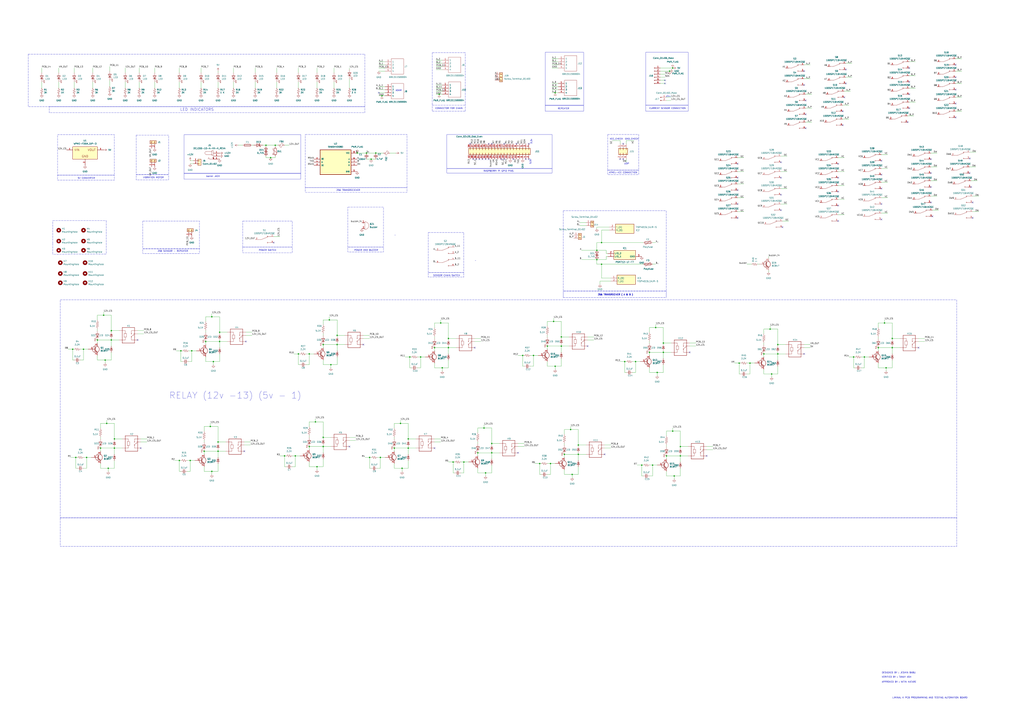
<source format=kicad_sch>
(kicad_sch (version 20231120) (generator "eeschema") (generator_version "8.0")
  (paper "A1")
  (lib_symbols
    (symbol "+12V_1" (power) (pin_numbers hide) (pin_names (offset 0) hide)
      (property "Value" "+12V" (at 0 3.556 0))
      (symbol "+12V_1_1_1"
        (pin power_in line (at 0 0 90) (length 0) (name "~") (number "1"))
      )
    )
    (symbol "100DP1T2B4M6QE:100DP1T2B4M6QE" (pin_names (offset 1.016))
      (property "Reference" "S" (at -5.08 10.922 0))
      (property "Value" "100DP1T2B4M6QE" (at -5.08 -11.43 0))
      (symbol "100DP1T2B4M6QE_0_0"
        (pin passive line (at 7.62 7.62 180) (length 2.54) (name "~") (number "1"))
        (pin passive line (at -7.62 5.08 0) (length 2.54) (name "~") (number "2"))
        (pin passive line (at 7.62 2.54 180) (length 2.54) (name "~") (number "3"))
        (pin passive line (at 7.62 -2.54 180) (length 2.54) (name "~") (number "4"))
        (pin passive line (at -7.62 -5.08 0) (length 2.54) (name "~") (number "5"))
        (pin passive line (at 7.62 -7.62 180) (length 2.54) (name "~") (number "6"))
      )
    )
    (symbol "100SP1T1B4M2QE:100SP1T1B4M2QE" (pin_names (offset 1.016))
      (property "Reference" "S" (at -2.54 5.08 0))
      (property "Value" "100SP1T1B4M2QE" (at -2.54 -5.08 0))
      (symbol "100SP1T1B4M2QE_0_0"
        (pin passive line (at 7.62 2.54 180) (length 2.54) (name "~") (number "1"))
        (pin passive line (at -7.62 0 0) (length 2.54) (name "~") (number "2"))
        (pin passive line (at 7.62 -2.54 180) (length 2.54) (name "~") (number "3"))
      )
    )
    (symbol "Connector:Conn_01x02_Male" (pin_names (offset 1.016) hide)
      (property "Reference" "J" (at 0 2.54 0))
      (property "Value" "Conn_01x02_Male" (at 0 -5.08 0))
      (symbol "Conn_01x02_Male_1_1"
        (pin passive line (at 5.08 0 180) (length 3.81) (name "Pin_1") (number "1"))
        (pin passive line (at 5.08 -2.54 180) (length 3.81) (name "Pin_2") (number "2"))
      )
    )
    (symbol "Connector:Conn_01x06_Male" (pin_names (offset 1.016) hide)
      (property "Reference" "J" (at 0 7.62 0))
      (property "Value" "Conn_01x06_Male" (at 0 -10.16 0))
      (symbol "Conn_01x06_Male_1_1"
        (pin passive line (at 5.08 5.08 180) (length 3.81) (name "Pin_1") (number "1"))
        (pin passive line (at 5.08 2.54 180) (length 3.81) (name "Pin_2") (number "2"))
        (pin passive line (at 5.08 0 180) (length 3.81) (name "Pin_3") (number "3"))
        (pin passive line (at 5.08 -2.54 180) (length 3.81) (name "Pin_4") (number "4"))
        (pin passive line (at 5.08 -5.08 180) (length 3.81) (name "Pin_5") (number "5"))
        (pin passive line (at 5.08 -7.62 180) (length 3.81) (name "Pin_6") (number "6"))
      )
    )
    (symbol "Connector:Screw_Terminal_01x02" (pin_names (offset 1.016) hide)
      (property "Reference" "J" (at 0 2.54 0))
      (property "Value" "Screw_Terminal_01x02" (at 0 -5.08 0))
      (symbol "Screw_Terminal_01x02_1_1"
        (pin passive line (at -5.08 0 0) (length 3.81) (name "Pin_1") (number "1"))
        (pin passive line (at -5.08 -2.54 0) (length 3.81) (name "Pin_2") (number "2"))
      )
    )
    (symbol "Connector:Screw_Terminal_01x03" (pin_names (offset 1.016) hide)
      (property "Reference" "J" (at 0 5.08 0))
      (property "Value" "Screw_Terminal_01x03" (at 0 -5.08 0))
      (symbol "Screw_Terminal_01x03_1_1"
        (pin passive line (at -5.08 2.54 0) (length 3.81) (name "Pin_1") (number "1"))
        (pin passive line (at -5.08 0 0) (length 3.81) (name "Pin_2") (number "2"))
        (pin passive line (at -5.08 -2.54 0) (length 3.81) (name "Pin_3") (number "3"))
      )
    )
    (symbol "Connector_Generic:Conn_01x02" (pin_names (offset 1.016) hide)
      (property "Reference" "J" (at 0 2.54 0))
      (property "Value" "Conn_01x02" (at 0 -5.08 0))
      (symbol "Conn_01x02_1_1"
        (pin passive line (at -5.08 0 0) (length 3.81) (name "Pin_1") (number "1"))
        (pin passive line (at -5.08 -2.54 0) (length 3.81) (name "Pin_2") (number "2"))
      )
    )
    (symbol "Connector_Generic:Conn_02x03_Odd_Even" (pin_names (offset 1.016) hide)
      (property "Reference" "J" (at 1.27 5.08 0))
      (property "Value" "Conn_02x03_Odd_Even" (at 1.27 -5.08 0))
      (symbol "Conn_02x03_Odd_Even_1_1"
        (pin passive line (at -5.08 2.54 0) (length 3.81) (name "Pin_1") (number "1"))
        (pin passive line (at 7.62 2.54 180) (length 3.81) (name "Pin_2") (number "2"))
        (pin passive line (at -5.08 0 0) (length 3.81) (name "Pin_3") (number "3"))
        (pin passive line (at 7.62 0 180) (length 3.81) (name "Pin_4") (number "4"))
        (pin passive line (at -5.08 -2.54 0) (length 3.81) (name "Pin_5") (number "5"))
        (pin passive line (at 7.62 -2.54 180) (length 3.81) (name "Pin_6") (number "6"))
      )
    )
    (symbol "Connector_Generic:Conn_02x20_Odd_Even" (pin_names (offset 1.016) hide)
      (property "Reference" "J" (at 1.27 25.4 0))
      (property "Value" "Conn_02x20_Odd_Even" (at 1.27 -27.94 0))
      (symbol "Conn_02x20_Odd_Even_1_1"
        (pin passive line (at -5.08 22.86 0) (length 3.81) (name "Pin_1") (number "1"))
        (pin passive line (at 7.62 12.7 180) (length 3.81) (name "Pin_10") (number "10"))
        (pin passive line (at -5.08 10.16 0) (length 3.81) (name "Pin_11") (number "11"))
        (pin passive line (at 7.62 10.16 180) (length 3.81) (name "Pin_12") (number "12"))
        (pin passive line (at -5.08 7.62 0) (length 3.81) (name "Pin_13") (number "13"))
        (pin passive line (at 7.62 7.62 180) (length 3.81) (name "Pin_14") (number "14"))
        (pin passive line (at -5.08 5.08 0) (length 3.81) (name "Pin_15") (number "15"))
        (pin passive line (at 7.62 5.08 180) (length 3.81) (name "Pin_16") (number "16"))
        (pin passive line (at -5.08 2.54 0) (length 3.81) (name "Pin_17") (number "17"))
        (pin passive line (at 7.62 2.54 180) (length 3.81) (name "Pin_18") (number "18"))
        (pin passive line (at -5.08 0 0) (length 3.81) (name "Pin_19") (number "19"))
        (pin passive line (at 7.62 22.86 180) (length 3.81) (name "Pin_2") (number "2"))
        (pin passive line (at 7.62 0 180) (length 3.81) (name "Pin_20") (number "20"))
        (pin passive line (at -5.08 -2.54 0) (length 3.81) (name "Pin_21") (number "21"))
        (pin passive line (at 7.62 -2.54 180) (length 3.81) (name "Pin_22") (number "22"))
        (pin passive line (at -5.08 -5.08 0) (length 3.81) (name "Pin_23") (number "23"))
        (pin passive line (at 7.62 -5.08 180) (length 3.81) (name "Pin_24") (number "24"))
        (pin passive line (at -5.08 -7.62 0) (length 3.81) (name "Pin_25") (number "25"))
        (pin passive line (at 7.62 -7.62 180) (length 3.81) (name "Pin_26") (number "26"))
        (pin passive line (at -5.08 -10.16 0) (length 3.81) (name "Pin_27") (number "27"))
        (pin passive line (at 7.62 -10.16 180) (length 3.81) (name "Pin_28") (number "28"))
        (pin passive line (at -5.08 -12.7 0) (length 3.81) (name "Pin_29") (number "29"))
        (pin passive line (at -5.08 20.32 0) (length 3.81) (name "Pin_3") (number "3"))
        (pin passive line (at 7.62 -12.7 180) (length 3.81) (name "Pin_30") (number "30"))
        (pin passive line (at -5.08 -15.24 0) (length 3.81) (name "Pin_31") (number "31"))
        (pin passive line (at 7.62 -15.24 180) (length 3.81) (name "Pin_32") (number "32"))
        (pin passive line (at -5.08 -17.78 0) (length 3.81) (name "Pin_33") (number "33"))
        (pin passive line (at 7.62 -17.78 180) (length 3.81) (name "Pin_34") (number "34"))
        (pin passive line (at -5.08 -20.32 0) (length 3.81) (name "Pin_35") (number "35"))
        (pin passive line (at 7.62 -20.32 180) (length 3.81) (name "Pin_36") (number "36"))
        (pin passive line (at -5.08 -22.86 0) (length 3.81) (name "Pin_37") (number "37"))
        (pin passive line (at 7.62 -22.86 180) (length 3.81) (name "Pin_38") (number "38"))
        (pin passive line (at -5.08 -25.4 0) (length 3.81) (name "Pin_39") (number "39"))
        (pin passive line (at 7.62 20.32 180) (length 3.81) (name "Pin_4") (number "4"))
        (pin passive line (at 7.62 -25.4 180) (length 3.81) (name "Pin_40") (number "40"))
        (pin passive line (at -5.08 17.78 0) (length 3.81) (name "Pin_5") (number "5"))
        (pin passive line (at 7.62 17.78 180) (length 3.81) (name "Pin_6") (number "6"))
        (pin passive line (at -5.08 15.24 0) (length 3.81) (name "Pin_7") (number "7"))
        (pin passive line (at 7.62 15.24 180) (length 3.81) (name "Pin_8") (number "8"))
        (pin passive line (at -5.08 12.7 0) (length 3.81) (name "Pin_9") (number "9"))
      )
    )
    (symbol "DCJ200-10-A-XX-K_REVA:DCJ200-10-A-XX-K_REVA" (pin_names (offset 1.016))
      (property "Reference" "J" (at -7.6272 5.0848 0))
      (property "Value" "DCJ200-10-A-XX-K_REVA" (at -7.6313 -5.0875 0))
      (symbol "DCJ200-10-A-XX-K_REVA_0_0"
        (pin passive line (at 5.08 2.54 180) (length 5.08) (name "~") (number "1"))
        (pin passive line (at 5.08 -2.54 180) (length 5.08) (name "~") (number "2"))
        (pin passive line (at 5.08 0 180) (length 5.08) (name "~") (number "3"))
      )
    )
    (symbol "Device:Buzzer" (pin_names (offset 0.0254) hide)
      (property "Reference" "BZ" (at 3.81 1.27 0))
      (property "Value" "Buzzer" (at 3.81 -1.27 0))
      (symbol "Buzzer_1_1"
        (pin passive line (at -2.54 2.54 0) (length 2.54) (name "+") (number "1"))
        (pin passive line (at -2.54 -2.54 0) (length 2.54) (name "-") (number "2"))
      )
    )
    (symbol "Device:C_Small" (pin_numbers hide) (pin_names (offset 0.254) hide)
      (property "Reference" "C" (at 0.254 1.778 0))
      (property "Value" "C_Small" (at 0.254 -2.032 0))
      (symbol "C_Small_1_1"
        (pin passive line (at 0 2.54 270) (length 2.032) (name "~") (number "1"))
        (pin passive line (at 0 -2.54 90) (length 2.032) (name "~") (number "2"))
      )
    )
    (symbol "Device:D_Schottky" (pin_numbers hide) (pin_names (offset 1.016) hide)
      (property "Reference" "D" (at 0 2.54 0))
      (property "Value" "D_Schottky" (at 0 -2.54 0))
      (symbol "D_Schottky_1_1"
        (pin passive line (at -3.81 0 0) (length 2.54) (name "K") (number "1"))
        (pin passive line (at 3.81 0 180) (length 2.54) (name "A") (number "2"))
      )
    )
    (symbol "Device:D_Small" (pin_numbers hide) (pin_names (offset 0.254) hide)
      (property "Reference" "D" (at -1.27 2.032 0))
      (property "Value" "D_Small" (at -3.81 -2.032 0))
      (symbol "D_Small_1_1"
        (pin passive line (at -2.54 0 0) (length 1.778) (name "K") (number "1"))
        (pin passive line (at 2.54 0 180) (length 1.778) (name "A") (number "2"))
      )
    )
    (symbol "Device:FerriteBead_Small" (pin_numbers hide) (pin_names (offset 0))
      (property "Reference" "FB" (at 1.905 1.27 0))
      (property "Value" "FerriteBead_Small" (at 1.905 -1.27 0))
      (symbol "FerriteBead_Small_1_1"
        (pin passive line (at 0 2.54 270) (length 1.27) (name "~") (number "1"))
        (pin passive line (at 0 -2.54 90) (length 1.27) (name "~") (number "2"))
      )
    )
    (symbol "Device:Fuse" (pin_numbers hide) (pin_names (offset 0))
      (property "Reference" "F" (at 2.032 0 90))
      (property "Value" "Fuse" (at -1.905 0 90))
      (symbol "Fuse_1_1"
        (pin passive line (at 0 3.81 270) (length 1.27) (name "~") (number "1"))
        (pin passive line (at 0 -3.81 90) (length 1.27) (name "~") (number "2"))
      )
    )
    (symbol "Device:LED" (pin_numbers hide) (pin_names (offset 1.016) hide)
      (property "Reference" "D" (at 0 2.54 0))
      (property "Value" "LED" (at 0 -2.54 0))
      (symbol "LED_1_1"
        (pin passive line (at -3.81 0 0) (length 2.54) (name "K") (number "1"))
        (pin passive line (at 3.81 0 180) (length 2.54) (name "A") (number "2"))
      )
    )
    (symbol "Device:Polyfuse" (pin_numbers hide) (pin_names (offset 0))
      (property "Reference" "F" (at -2.54 0 90))
      (property "Value" "Polyfuse" (at 2.54 0 90))
      (symbol "Polyfuse_1_1"
        (pin passive line (at 0 3.81 270) (length 1.27) (name "~") (number "1"))
        (pin passive line (at 0 -3.81 90) (length 1.27) (name "~") (number "2"))
      )
    )
    (symbol "Device:R_Small_US" (pin_numbers hide) (pin_names (offset 0.254) hide)
      (property "Reference" "R" (at 0.762 0.508 0))
      (property "Value" "R_Small_US" (at 0.762 -1.016 0))
      (symbol "R_Small_US_1_1"
        (pin passive line (at 0 2.54 270) (length 1.016) (name "~") (number "1"))
        (pin passive line (at 0 -2.54 90) (length 1.016) (name "~") (number "2"))
      )
    )
    (symbol "Device:R_US" (pin_numbers hide) (pin_names (offset 0))
      (property "Reference" "R" (at 2.54 0 90))
      (property "Value" "R_US" (at -2.54 0 90))
      (symbol "R_US_1_1"
        (pin passive line (at 0 3.81 270) (length 1.27) (name "~") (number "1"))
        (pin passive line (at 0 -3.81 90) (length 1.27) (name "~") (number "2"))
      )
    )
    (symbol "Device:Varistor" (pin_numbers hide) (pin_names (offset 0))
      (property "Reference" "RV" (at 3.175 0 90))
      (property "Value" "Varistor" (at -3.175 0 90))
      (symbol "Varistor_0_0"
        (text "U" (at -1.778 -2.032 0) (effects (font (size 1.27 1.27))))
      )
      (symbol "Varistor_1_1"
        (pin passive line (at 0 3.81 270) (length 1.27) (name "~") (number "1"))
        (pin passive line (at 0 -3.81 90) (length 1.27) (name "~") (number "2"))
      )
    )
    (symbol "Diode:1.5KExxCA" (pin_numbers hide) (pin_names (offset 1.016) hide)
      (property "Reference" "D" (at 0 2.54 0))
      (property "Value" "1.5KExxCA" (at 0 -2.54 0))
      (symbol "1.5KExxCA_1_1"
        (pin passive line (at -3.81 0 0) (length 2.54) (name "A1") (number "1"))
        (pin passive line (at 3.81 0 180) (length 2.54) (name "A2") (number "2"))
      )
    )
    (symbol "GND_1" (power) (pin_numbers hide) (pin_names (offset 0) hide)
      (property "Value" "GND" (at 0 -3.81 0))
      (symbol "GND_1_1_1"
        (pin power_in line (at 0 0 270) (length 0) (name "~") (number "1"))
      )
    )
    (symbol "Mechanical:MountingHole" (pin_names (offset 1.016))
      (property "Reference" "H" (at 0 5.08 0))
      (property "Value" "MountingHole" (at 0 3.175 0))
    )
    (symbol "PSM712-LF-T7:PSM712-LF-T7"
      (property "Reference" "IC" (at 24.13 7.62 0))
      (property "Value" "PSM712-LF-T7" (at 24.13 5.08 0))
      (symbol "PSM712-LF-T7_1_1"
        (pin passive line (at 0 0 0) (length 5.08) (name "I/O_1") (number "1"))
        (pin passive line (at 0 -2.54 0) (length 5.08) (name "I/O_2") (number "2"))
        (pin passive line (at 27.94 0 180) (length 5.08) (name "GND") (number "3"))
      )
    )
    (symbol "SN65HVD08D:SN65HVD08D" (pin_names (offset 1.016))
      (property "Reference" "U" (at -12.7 11.16 0))
      (property "Value" "SN65HVD08D" (at -12.7 -14.16 0))
      (symbol "SN65HVD08D_0_0"
        (pin output line (at 17.78 -2.54 180) (length 5.08) (name "R") (number "1"))
        (pin input line (at -17.78 2.54 0) (length 5.08) (name "~{RE}") (number "2"))
        (pin input line (at -17.78 -2.54 0) (length 5.08) (name "DE") (number "3"))
        (pin input line (at -17.78 0 0) (length 5.08) (name "D") (number "4"))
        (pin power_in line (at 17.78 -7.62 180) (length 5.08) (name "GND") (number "5"))
        (pin output line (at 17.78 2.54 180) (length 5.08) (name "A") (number "6"))
        (pin output line (at 17.78 0 180) (length 5.08) (name "B") (number "7"))
        (pin power_in line (at 17.78 7.62 180) (length 5.08) (name "VCC") (number "8"))
      )
    )
    (symbol "SRD-05VDC-SL-C_1" (pin_numbers hide) (pin_names (offset 1.016) hide)
      (property "Reference" "K" (at -5.08 5.842 0))
      (property "Value" "SRD-05VDC-SL-C_1" (at -5.08 -10.16 0))
      (symbol "SRD-05VDC-SL-C_1_0_0"
        (pin passive line (at -7.62 2.54 0) (length 2.54) (name "~") (number "A1"))
        (pin passive line (at -7.62 -5.08 0) (length 2.54) (name "~") (number "A2"))
        (pin passive line (at 7.62 0 180) (length 2.54) (name "~") (number "COM"))
        (pin passive line (at 7.62 -5.08 180) (length 2.54) (name "~") (number "NC"))
        (pin passive line (at 7.62 2.54 180) (length 2.54) (name "~") (number "NO"))
      )
    )
    (symbol "SamacSys_Parts:691311500004" (pin_names (offset 0.762))
      (property "Reference" "J" (at 16.51 7.62 0))
      (property "Value" "691311500004" (at 16.51 5.08 0))
      (symbol "691311500004_0_0"
        (pin passive line (at 0 0 0) (length 5.08) (name "1") (number "1"))
        (pin passive line (at 0 -2.54 0) (length 5.08) (name "2") (number "2"))
        (pin passive line (at 0 -5.08 0) (length 5.08) (name "3") (number "3"))
        (pin passive line (at 0 -7.62 0) (length 5.08) (name "4") (number "4"))
      )
    )
    (symbol "TISP4015L1AJR-S:TISP4015L1AJR-S"
      (property "Reference" "IC" (at 21.59 7.62 0))
      (property "Value" "TISP4015L1AJR-S" (at 21.59 5.08 0))
      (symbol "TISP4015L1AJR-S_1_1"
        (pin passive line (at 0 0 0) (length 5.08) (name "R_(B)") (number "1"))
        (pin passive line (at 0 -2.54 0) (length 5.08) (name "T_(A)") (number "2"))
      )
    )
    (symbol "Transistor_BJT:BC847" (pin_names (offset 0) hide)
      (property "Reference" "Q" (at 5.08 1.905 0))
      (property "Value" "BC847" (at 5.08 0 0))
      (symbol "BC847_1_1"
        (pin input line (at -5.08 0 0) (length 5.715) (name "B") (number "1"))
        (pin passive line (at 2.54 -5.08 90) (length 2.54) (name "E") (number "2"))
        (pin passive line (at 2.54 5.08 270) (length 2.54) (name "C") (number "3"))
      )
    )
    (symbol "WPME-FDSM_SIP-3:WPME-FDSM_SIP-3" (pin_names (offset 1.016))
      (property "Reference" "U" (at 0 6.82 0))
      (property "Value" "WPME-FDSM_SIP-3" (at 4.75 -8.66 0))
      (symbol "WPME-FDSM_SIP-3_0_0"
        (text "GND" (at 0 -3.81 0) (effects (font (size 1.778 1.778)) (justify bottom)))
        (text "VIN" (at -8.89 2.54 0) (effects (font (size 1.778 1.778)) (justify left)))
        (text "VOUT" (at 8.89 2.54 0) (effects (font (size 1.778 1.778)) (justify right)))
        (pin passive line (at -15.24 2.54 0) (length 5.08) (name "~") (number "1"))
        (pin passive line (at 0 -10.16 90) (length 5.08) (name "~") (number "2"))
        (pin passive line (at 15.24 2.54 180) (length 5.08) (name "~") (number "3"))
      )
    )
    (symbol "power:+12V" (power) (pin_numbers hide) (pin_names (offset 0) hide)
      (property "Value" "+12V" (at 0 3.556 0))
      (symbol "+12V_1_1"
        (pin power_in line (at 0 0 90) (length 0) (name "~") (number "1"))
      )
    )
    (symbol "power:+3.3V" (power) (pin_numbers hide) (pin_names (offset 0) hide)
      (property "Value" "+3.3V" (at 0 3.556 0))
      (symbol "+3.3V_1_1"
        (pin power_in line (at 0 0 90) (length 0) (name "~") (number "1"))
      )
    )
    (symbol "power:GND" (power) (pin_numbers hide) (pin_names (offset 0) hide)
      (property "Value" "GND" (at 0 -3.81 0))
      (symbol "GND_1_1"
        (pin power_in line (at 0 0 270) (length 0) (name "~") (number "1"))
      )
    )
    (symbol "power:PWR_FLAG" (power) (pin_numbers hide) (pin_names (offset 0) hide)
      (property "Value" "PWR_FLAG" (at 0 3.81 0))
      (symbol "PWR_FLAG_0_0"
        (pin power_out line (at 0 0 90) (length 0) (name "~") (number "1"))
      )
    )
  )
  (junction (at 709.93 293.37))
  (junction (at 535.94 382.27))
  (junction (at 726.44 265.43))
  (junction (at 59.69 287.02))
  (junction (at 721.36 285.75))
  (junction (at 403.86 364.49))
  (junction (at 335.28 360.68))
  (junction (at 328.93 347.98))
  (junction (at 93.98 368.3))
  (junction (at 732.79 285.75))
  (junction (at 553.72 391.16))
  (junction (at 454.66 264.16))
  (junction (at 180.34 273.05))
  (junction (at 455.93 300.99))
  (junction (at 468.63 353.06))
  (junction (at 254 367.03))
  (junction (at 179.07 370.84))
  (junction (at 157.48 288.29))
  (junction (at 527.05 382.27))
  (junction (at 552.45 55.88))
  (junction (at 732.79 278.13))
  (junction (at 265.43 283.21))
  (junction (at 260.35 383.54))
  (junction (at 474.98 365.76))
  (junction (at 490.22 213.36))
  (junction (at 336.55 293.37))
  (junction (at 218.44 119.38))
  (junction (at 632.46 270.51))
  (junction (at 538.48 269.24))
  (junction (at 461.01 276.86))
  (junction (at 259.08 346.71))
  (junction (at 91.44 271.78))
  (junction (at 727.71 302.26))
  (junction (at 222.25 129.54))
  (junction (at 300.99 125.73))
  (junction (at 490.22 205.74))
  (junction (at 469.9 389.89))
  (junction (at 356.87 285.75))
  (junction (at 558.8 367.03))
  (junction (at 330.2 384.81))
  (junction (at 513.08 297.18))
  (junction (at 521.97 297.18))
  (junction (at 449.58 284.48))
  (junction (at 360.68 77.47))
  (junction (at 88.9 384.81))
  (junction (at 701.04 293.37))
  (junction (at 313.69 78.74))
  (junction (at 381 379.73))
  (junction (at 180.34 280.67))
  (junction (at 242.57 374.65))
  (junction (at 80.01 279.4))
  (junction (at 276.86 283.21))
  (junction (at 368.3 278.13))
  (junction (at 167.64 370.84))
  (junction (at 398.78 388.62))
  (junction (at 175.26 297.18))
  (junction (at 549.91 58.42))
  (junction (at 552.45 354.33))
  (junction (at 463.55 373.38))
  (junction (at 345.44 293.37))
  (junction (at 91.44 279.4))
  (junction (at 148.59 288.29))
  (junction (at 265.43 359.41))
  (junction (at 429.26 292.1))
  (junction (at 392.43 372.11))
  (junction (at 93.98 360.68))
  (junction (at 368.3 285.75))
  (junction (at 226.06 119.38))
  (junction (at 323.85 368.3))
  (junction (at 403.86 372.11))
  (junction (at 443.23 381))
  (junction (at 638.81 283.21))
  (junction (at 461.01 284.48))
  (junction (at 173.99 387.35))
  (junction (at 179.07 363.22))
  (junction (at 312.42 375.92))
  (junction (at 233.68 374.65))
  (junction (at 87.63 347.98))
  (junction (at 397.51 351.79))
  (junction (at 474.98 373.38))
  (junction (at 363.22 302.26))
  (junction (at 172.72 350.52))
  (junction (at 494.03 199.39))
  (junction (at 245.11 290.83))
  (junction (at 147.32 378.46))
  (junction (at 308.61 125.73))
  (junction (at 62.23 375.92))
  (junction (at 254 290.83))
  (junction (at 633.73 307.34))
  (junction (at 303.53 375.92))
  (junction (at 68.58 287.02))
  (junction (at 607.06 298.45))
  (junction (at 372.11 379.73))
  (junction (at 615.95 298.45))
  (junction (at 544.83 289.56))
  (junction (at 85.09 259.08))
  (junction (at 304.8 130.81))
  (junction (at 438.15 292.1))
  (junction (at 86.36 295.91))
  (junction (at 494.03 217.17))
  (junction (at 452.12 381))
  (junction (at 361.95 265.43))
  (junction (at 293.37 125.73))
  (junction (at 71.12 375.92))
  (junction (at 547.37 374.65))
  (junction (at 638.81 290.83))
  (junction (at 265.43 367.03))
  (junction (at 533.4 289.56))
  (junction (at 627.38 290.83))
  (junction (at 455.93 76.2))
  (junction (at 156.21 378.46))
  (junction (at 271.78 299.72))
  (junction (at 82.55 368.3))
  (junction (at 335.28 368.3))
  (junction (at 276.86 275.59))
  (junction (at 558.8 374.65))
  (junction (at 539.75 306.07))
  (junction (at 173.99 260.35))
  (junction (at 544.83 281.94))
  (junction (at 270.51 262.89))
  (junction (at 168.91 280.67))
  (no_connect (at 287.02 367.03))
  (no_connect (at 784.86 73.66))
  (no_connect (at 765.81 177.8))
  (no_connect (at 694.69 68.58))
  (no_connect (at 200.66 370.84))
  (no_connect (at 511.81 118.11))
  (no_connect (at 115.57 368.3))
  (no_connect (at 660.4 69.85))
  (no_connect (at 784.86 53.34))
  (no_connect (at 113.03 279.4))
  (no_connect (at 764.54 153.67))
  (no_connect (at 546.1 66.04))
  (no_connect (at 796.29 142.24))
  (no_connect (at 746.76 55.88))
  (no_connect (at 311.15 76.2))
  (no_connect (at 764.54 142.24))
  (no_connect (at 796.4788 130.2547))
  (no_connect (at 661.67 105.41))
  (no_connect (at 723.9 132.08))
  (no_connect (at 754.38 285.75))
  (no_connect (at 784.86 63.5))
  (no_connect (at 393.7 130.81))
  (no_connect (at 746.76 67.31))
  (no_connect (at 546.1 68.58))
  (no_connect (at 641.35 133.35))
  (no_connect (at 660.4 290.83))
  (no_connect (at 482.6 284.48))
  (no_connect (at 661.67 82.55))
  (no_connect (at 509.27 130.81))
  (no_connect (at 298.45 283.21))
  (no_connect (at 605.79 134.62))
  (no_connect (at 201.93 280.67))
  (no_connect (at 398.78 130.81))
  (no_connect (at 389.89 285.75))
  (no_connect (at 688.34 157.48))
  (no_connect (at 386.08 118.11))
  (no_connect (at 764.54 166.37))
  (no_connect (at 797.56 153.67))
  (no_connect (at 688.34 134.62))
  (no_connect (at 692.15 91.44))
  (no_connect (at 496.57 373.38))
  (no_connect (at 224.79 199.39))
  (no_connect (at 688.34 168.91))
  (no_connect (at 421.64 130.81))
  (no_connect (at 403.86 118.11))
  (no_connect (at 388.62 130.81))
  (no_connect (at 723.9 143.51))
  (no_connect (at 641.35 172.72))
  (no_connect (at 411.48 130.81))
  (no_connect (at 434.34 118.11))
  (no_connect (at 434.34 130.81))
  (no_connect (at 641.35 146.05))
  (no_connect (at 784.86 96.52))
  (no_connect (at 798.83 179.07))
  (no_connect (at 566.42 289.56))
  (no_connect (at 723.9 167.64))
  (no_connect (at 424.18 118.11))
  (no_connect (at 641.35 160.02))
  (no_connect (at 745.49 100.33))
  (no_connect (at 391.16 130.81))
  (no_connect (at 694.69 57.15))
  (no_connect (at 784.86 85.09))
  (no_connect (at 661.67 93.98))
  (no_connect (at 746.76 88.9))
  (no_connect (at 580.39 374.65))
  (no_connect (at 431.8 130.81))
  (no_connect (at 401.32 118.11))
  (no_connect (at 605.79 156.21))
  (no_connect (at 605.79 167.64))
  (no_connect (at 511.81 130.81))
  (no_connect (at 723.9 154.94))
  (no_connect (at 414.02 130.81))
  (no_connect (at 688.34 146.05))
  (no_connect (at 605.79 146.05))
  (no_connect (at 746.76 77.47))
  (no_connect (at 605.79 179.07))
  (no_connect (at 798.83 166.37))
  (no_connect (at 356.87 368.3))
  (no_connect (at 692.15 102.87))
  (no_connect (at 396.24 130.81))
  (no_connect (at 764.54 130.81))
  (no_connect (at 414.02 118.11))
  (no_connect (at 401.32 130.81))
  (no_connect (at 425.45 372.11))
  (no_connect (at 693.42 80.01))
  (no_connect (at 642.62 186.69))
  (no_connect (at 688.34 181.61))
  (no_connect (at 723.9 180.34))
  (no_connect (at 660.4 58.42))
  (wire (pts (xy 143.51 378.46) (xy 147.32 378.46)))
  (wire (pts (xy 613.41 307.34) (xy 615.95 307.34)))
  (wire (pts (xy 633.73 307.34) (xy 638.81 307.34)))
  (wire (pts (xy 200.66 363.22) (xy 205.74 363.22)))
  (wire (pts (xy 425.45 364.49) (xy 430.53 364.49)))
  (wire (pts (xy 80.01 270.51) (xy 80.01 271.78)))
  (wire (pts (xy 453.39 68.58) (xy 458.47 68.58)))
  (wire (pts (xy 201.93 273.05) (xy 207.01 273.05)))
  (polyline (pts (xy 87.122 208.788) (xy 43.307 209.042)) (stroke (width 0) (type dash)))
  (wire (pts (xy 358.14 77.47) (xy 360.68 77.47)))
  (wire (pts (xy 91.44 279.4) (xy 91.44 284.48)))
  (wire (pts (xy 245.11 290.83) (xy 245.11 299.72)))
  (wire (pts (xy 144.78 288.29) (xy 148.59 288.29)))
  (wire (pts (xy 533.4 269.24) (xy 533.4 273.05)))
  (wire (pts (xy 179.07 67.31) (xy 179.07 72.39)))
  (wire (pts (xy 233.68 119.38) (xy 237.49 119.38)))
  (wire (pts (xy 76.2 55.88) (xy 76.2 59.69)))
  (polyline (pts (xy 467.868 239.268) (xy 467.614 239.268)))
  (wire (pts (xy 707.39 302.26) (xy 709.93 302.26)))
  (wire (pts (xy 358.14 74.93) (xy 363.22 74.93)))
  (wire (pts (xy 638.81 283.21) (xy 645.16 283.21)))
  (wire (pts (xy 497.84 208.28) (xy 497.84 205.74)))
  (wire (pts (xy 455.93 300.99) (xy 455.93 303.53)))
  (wire (pts (xy 660.4 53.34) (xy 665.48 53.34)))
  (wire (pts (xy 468.63 350.52) (xy 468.63 353.06)))
  (polyline (pts (xy 382.016 84.836) (xy 382.016 43.18)) (stroke (width 0) (type dash)))
  (wire (pts (xy 66.04 295.91) (xy 68.58 295.91)))
  (wire (pts (xy 745.49 95.25) (xy 750.57 95.25)))
  (wire (pts (xy 311.15 73.66) (xy 316.23 73.66)))
  (polyline (pts (xy 462.534 244.602) (xy 547.116 244.602)) (stroke (width 0) (type dash)))
  (wire (pts (xy 449.58 264.16) (xy 449.58 267.97)))
  (polyline (pts (xy 355.092 86.36) (xy 382.016 86.36)) (stroke (width 0) (type dash)))
  (wire (pts (xy 85.09 259.08) (xy 91.44 259.08)))
  (wire (pts (xy 356.87 360.68) (xy 361.95 360.68)))
  (wire (pts (xy 358.14 52.07) (xy 363.22 52.07)))
  (wire (pts (xy 622.3 217.17) (xy 623.57 217.17)))
  (polyline (pts (xy 355.092 91.44) (xy 382.016 91.44)) (stroke (width 0) (type dash)))
  (wire (pts (xy 180.34 273.05) (xy 180.34 274.32)))
  (wire (pts (xy 254 367.03) (xy 265.43 367.03)))
  (wire (pts (xy 71.12 375.92) (xy 71.12 384.81)))
  (wire (pts (xy 157.48 288.29) (xy 161.29 288.29)))
  (wire (pts (xy 260.35 55.88) (xy 260.35 59.69)))
  (wire (pts (xy 453.39 76.2) (xy 455.93 76.2)))
  (wire (pts (xy 356.87 302.26) (xy 363.22 302.26)))
  (wire (pts (xy 627.38 303.53) (xy 627.38 307.34)))
  (wire (pts (xy 784.86 58.42) (xy 789.94 58.42)))
  (wire (pts (xy 311.15 76.2) (xy 316.23 76.2)))
  (wire (pts (xy 403.86 370.84) (xy 403.86 372.11)))
  (wire (pts (xy 259.08 346.71) (xy 265.43 346.71)))
  (wire (pts (xy 265.43 283.21) (xy 276.86 283.21)))
  (wire (pts (xy 538.48 269.24) (xy 544.83 269.24)))
  (wire (pts (xy 127 55.88) (xy 127 59.69)))
  (wire (pts (xy 167.64 383.54) (xy 167.64 387.35)))
  (wire (pts (xy 476.25 182.88) (xy 481.33 182.88)))
  (wire (pts (xy 368.3 295.91) (xy 368.3 302.26)))
  (wire (pts (xy 392.43 388.62) (xy 398.78 388.62)))
  (wire (pts (xy 607.06 298.45) (xy 608.33 298.45)))
  (wire (pts (xy 323.85 384.81) (xy 330.2 384.81)))
  (wire (pts (xy 721.36 285.75) (xy 721.36 288.29)))
  (wire (pts (xy 490.22 199.39) (xy 490.22 205.74)))
  (wire (pts (xy 254 358.14) (xy 254 359.41)))
  (wire (pts (xy 68.58 384.81) (xy 71.12 384.81)))
  (wire (pts (xy 260.35 67.31) (xy 260.35 72.39)))
  (wire (pts (xy 544.83 281.94) (xy 551.18 281.94)))
  (wire (pts (xy 605.79 162.56) (xy 610.87 162.56)))
  (wire (pts (xy 552.45 351.79) (xy 552.45 354.33)))
  (wire (pts (xy 721.36 298.45) (xy 721.36 302.26)))
  (wire (pts (xy 764.54 125.73) (xy 769.62 125.73)))
  (wire (pts (xy 368.3 285.75) (xy 368.3 290.83)))
  (wire (pts (xy 313.69 78.74) (xy 316.23 78.74)))
  (wire (pts (xy 454.66 261.62) (xy 454.66 264.16)))
  (wire (pts (xy 335.28 367.03) (xy 335.28 368.3)))
  (wire (pts (xy 358.14 54.61) (xy 363.22 54.61)))
  (wire (pts (xy 180.34 280.67) (xy 186.69 280.67)))
  (wire (pts (xy 721.36 285.75) (xy 732.79 285.75)))
  (wire (pts (xy 298.45 278.13) (xy 303.53 278.13)))
  (wire (pts (xy 300.99 130.81) (xy 304.8 130.81)))
  (wire (pts (xy 638.81 300.99) (xy 638.81 307.34)))
  (wire (pts (xy 381 379.73) (xy 384.81 379.73)))
  (wire (pts (xy 265.43 262.89) (xy 270.51 262.89)))
  (wire (pts (xy 114.3 55.88) (xy 114.3 59.69)))
  (wire (pts (xy 147.32 378.46) (xy 148.59 378.46)))
  (wire (pts (xy 784.86 48.26) (xy 789.94 48.26)))
  (wire (pts (xy 580.39 369.57) (xy 585.47 369.57)))
  (wire (pts (xy 233.68 383.54) (xy 234.95 383.54)))
  (wire (pts (xy 796.4788 125.1747) (xy 801.5588 125.1747)))
  (wire (pts (xy 265.43 367.03) (xy 265.43 372.11)))
  (wire (pts (xy 68.58 375.92) (xy 71.12 375.92)))
  (wire (pts (xy 156.21 132.08) (xy 158.75 132.08)))
  (wire (pts (xy 727.71 302.26) (xy 727.71 304.8)))
  (wire (pts (xy 93.98 378.46) (xy 93.98 384.81)))
  (wire (pts (xy 311.15 53.34) (xy 316.23 53.34)))
  (wire (pts (xy 438.15 292.1) (xy 438.15 300.99)))
  (wire (pts (xy 173.99 260.35) (xy 180.34 260.35)))
  (wire (pts (xy 513.08 306.07) (xy 514.35 306.07)))
  (wire (pts (xy 453.39 73.66) (xy 458.47 73.66)))
  (wire (pts (xy 701.04 293.37) (xy 701.04 302.26)))
  (wire (pts (xy 80.01 295.91) (xy 86.36 295.91)))
  (wire (pts (xy 179.07 370.84) (xy 185.42 370.84)))
  (wire (pts (xy 638.81 283.21) (xy 638.81 284.48)))
  (wire (pts (xy 539.75 306.07) (xy 544.83 306.07)))
  (wire (pts (xy 323.85 347.98) (xy 323.85 351.79)))
  (wire (pts (xy 547.37 365.76) (xy 547.37 367.03)))
  (wire (pts (xy 276.86 293.37) (xy 276.86 299.72)))
  (wire (pts (xy 363.22 302.26) (xy 368.3 302.26)))
  (wire (pts (xy 474.98 373.38) (xy 481.33 373.38)))
  (wire (pts (xy 544.83 289.56) (xy 551.18 289.56)))
  (wire (pts (xy 328.93 345.44) (xy 328.93 347.98)))
  (wire (pts (xy 378.46 379.73) (xy 381 379.73)))
  (wire (pts (xy 180.34 290.83) (xy 180.34 297.18)))
  (wire (pts (xy 509.27 115.57) (xy 509.27 118.11)))
  (wire (pts (xy 544.83 289.56) (xy 544.83 294.64)))
  (wire (pts (xy 754.38 280.67) (xy 759.46 280.67)))
  (wire (pts (xy 323.85 381) (xy 323.85 384.81)))
  (wire (pts (xy 80.01 292.1) (xy 80.01 295.91)))
  (wire (pts (xy 308.61 125.73) (xy 314.96 125.73)))
  (wire (pts (xy 218.44 129.54) (xy 222.25 129.54)))
  (wire (pts (xy 309.88 375.92) (xy 312.42 375.92)))
  (wire (pts (xy 167.64 350.52) (xy 167.64 354.33)))
  (wire (pts (xy 438.15 292.1) (xy 441.96 292.1)))
  (wire (pts (xy 641.35 140.97) (xy 646.43 140.97)))
  (wire (pts (xy 514.35 115.57) (xy 514.35 118.11)))
  (wire (pts (xy 335.28 360.68) (xy 341.63 360.68)))
  (wire (pts (xy 494.03 189.23) (xy 494.03 199.39)))
  (wire (pts (xy 403.86 351.79) (xy 403.86 364.49)))
  (wire (pts (xy 62.23 375.92) (xy 62.23 384.81)))
  (wire (pts (xy 502.92 115.57) (xy 509.27 115.57)))
  (wire (pts (xy 544.83 281.94) (xy 544.83 283.21)))
  (wire (pts (xy 167.64 361.95) (xy 167.64 363.22)))
  (wire (pts (xy 358.14 49.53) (xy 363.22 49.53)))
  (wire (pts (xy 547.37 387.35) (xy 547.37 391.16)))
  (wire (pts (xy 62.23 375.92) (xy 63.5 375.92)))
  (wire (pts (xy 547.37 82.55) (xy 551.18 82.55)))
  (wire (pts (xy 519.43 306.07) (xy 521.97 306.07)))
  (wire (pts (xy 80.01 279.4) (xy 91.44 279.4)))
  (wire (pts (xy 533.4 382.27) (xy 535.94 382.27)))
  (wire (pts (xy 180.34 273.05) (xy 186.69 273.05)))
  (wire (pts (xy 688.34 176.53) (xy 693.42 176.53)))
  (polyline (pts (xy 382.016 91.44) (xy 382.016 84.836)) (stroke (width 0) (type dash)))
  (wire (pts (xy 254 346.71) (xy 254 350.52)))
  (wire (pts (xy 172.72 350.52) (xy 179.07 350.52)))
  (wire (pts (xy 454.66 264.16) (xy 461.01 264.16)))
  (wire (pts (xy 311.15 71.12) (xy 316.23 71.12)))
  (wire (pts (xy 613.41 298.45) (xy 615.95 298.45)))
  (wire (pts (xy 242.57 374.65) (xy 242.57 383.54)))
  (wire (pts (xy 168.91 260.35) (xy 168.91 264.16)))
  (wire (pts (xy 547.37 391.16) (xy 553.72 391.16)))
  (wire (pts (xy 287.02 361.95) (xy 292.1 361.95)))
  (wire (pts (xy 209.55 55.88) (xy 209.55 59.69)))
  (wire (pts (xy 336.55 302.26) (xy 337.82 302.26)))
  (wire (pts (xy 91.44 259.08) (xy 91.44 271.78)))
  (wire (pts (xy 566.42 281.94) (xy 571.5 281.94)))
  (wire (pts (xy 356.87 276.86) (xy 356.87 278.13)))
  (wire (pts (xy 547.37 374.65) (xy 547.37 377.19)))
  (wire (pts (xy 692.15 86.36) (xy 697.23 86.36)))
  (wire (pts (xy 474.98 353.06) (xy 474.98 365.76)))
  (wire (pts (xy 342.9 302.26) (xy 345.44 302.26)))
  (wire (pts (xy 254 290.83) (xy 254 299.72)))
  (wire (pts (xy 82.55 368.3) (xy 82.55 370.84)))
  (wire (pts (xy 60.96 55.88) (xy 60.96 59.69)))
  (wire (pts (xy 336.55 293.37) (xy 336.55 302.26)))
  (wire (pts (xy 538.48 266.7) (xy 538.48 269.24)))
  (wire (pts (xy 463.55 386.08) (xy 463.55 389.89)))
  (wire (pts (xy 723.9 149.86) (xy 728.98 149.86)))
  (wire (pts (xy 311.15 78.74) (xy 313.69 78.74)))
  (wire (pts (xy 461.01 284.48) (xy 467.36 284.48)))
  (wire (pts (xy 240.03 383.54) (xy 242.57 383.54)))
  (wire (pts (xy 88.9 384.81) (xy 88.9 387.35)))
  (wire (pts (xy 631.19 210.82) (xy 631.19 212.09)))
  (wire (pts (xy 482.6 279.4) (xy 487.68 279.4)))
  (wire (pts (xy 242.57 374.65) (xy 246.38 374.65)))
  (wire (pts (xy 403.86 382.27) (xy 403.86 388.62)))
  (wire (pts (xy 754.38 278.13) (xy 759.46 278.13)))
  (wire (pts (xy 148.59 288.29) (xy 148.59 297.18)))
  (wire (pts (xy 55.88 287.02) (xy 59.69 287.02)))
  (wire (pts (xy 345.44 293.37) (xy 349.25 293.37)))
  (wire (pts (xy 356.87 265.43) (xy 361.95 265.43)))
  (polyline (pts (xy 324.104 193.294) (xy 324.866 193.294)))
  (wire (pts (xy 544.83 288.29) (xy 544.83 289.56)))
  (wire (pts (xy 605.79 151.13) (xy 610.87 151.13)))
  (wire (pts (xy 490.22 186.69) (xy 490.22 187.96)))
  (wire (pts (xy 403.86 372.11) (xy 410.21 372.11)))
  (wire (pts (xy 368.3 278.13) (xy 374.65 278.13)))
  (wire (pts (xy 542.29 63.5) (xy 546.1 63.5)))
  (wire (pts (xy 461.01 294.64) (xy 461.01 300.99)))
  (wire (pts (xy 218.44 119.38) (xy 218.44 120.65)))
  (wire (pts (xy 397.51 349.25) (xy 397.51 351.79)))
  (wire (pts (xy 91.44 279.4) (xy 97.79 279.4)))
  (wire (pts (xy 363.22 302.26) (xy 363.22 304.8)))
  (wire (pts (xy 764.54 148.59) (xy 769.62 148.59)))
  (wire (pts (xy 328.93 347.98) (xy 335.28 347.98)))
  (wire (pts (xy 233.68 374.65) (xy 234.95 374.65)))
  (wire (pts (xy 453.39 71.12) (xy 458.47 71.12)))
  (wire (pts (xy 632.46 267.97) (xy 632.46 270.51)))
  (wire (pts (xy 372.11 388.62) (xy 373.38 388.62)))
  (wire (pts (xy 154.94 288.29) (xy 157.48 288.29)))
  (wire (pts (xy 312.42 375.92) (xy 316.23 375.92)))
  (wire (pts (xy 335.28 368.3) (xy 335.28 373.38)))
  (wire (pts (xy 732.79 285.75) (xy 732.79 290.83)))
  (wire (pts (xy 323.85 347.98) (xy 328.93 347.98)))
  (wire (pts (xy 392.43 372.11) (xy 403.86 372.11)))
  (wire (pts (xy 603.25 298.45) (xy 607.06 298.45)))
  (wire (pts (xy 494.03 217.17) (xy 490.22 217.17)))
  (wire (pts (xy 613.41 217.17) (xy 617.22 217.17)))
  (wire (pts (xy 453.39 48.26) (xy 458.47 48.26)))
  (wire (pts (xy 449.58 284.48) (xy 461.01 284.48)))
  (wire (pts (xy 358.14 57.15) (xy 363.22 57.15)))
  (wire (pts (xy 660.4 283.21) (xy 665.48 283.21)))
  (wire (pts (xy 222.25 129.54) (xy 226.06 129.54)))
  (wire (pts (xy 168.91 280.67) (xy 180.34 280.67)))
  (wire (pts (xy 633.73 307.34) (xy 633.73 309.88)))
  (wire (pts (xy 82.55 359.41) (xy 82.55 360.68)))
  (wire (pts (xy 127 67.31) (xy 127 72.39)))
  (wire (pts (xy 245.11 67.31) (xy 245.11 72.39)))
  (wire (pts (xy 627.38 270.51) (xy 627.38 274.32)))
  (wire (pts (xy 80.01 259.08) (xy 85.09 259.08)))
  (wire (pts (xy 707.39 293.37) (xy 709.93 293.37)))
  (wire (pts (xy 732.79 285.75) (xy 739.14 285.75)))
  (wire (pts (xy 661.67 77.47) (xy 666.75 77.47)))
  (wire (pts (xy 335.28 360.68) (xy 335.28 361.95)))
  (wire (pts (xy 34.29 67.31) (xy 34.29 72.39)))
  (wire (pts (xy 692.15 97.79) (xy 697.23 97.79)))
  (wire (pts (xy 497.84 213.36) (xy 497.84 210.82)))
  (wire (pts (xy 732.79 278.13) (xy 732.79 279.4)))
  (wire (pts (xy 490.22 217.17) (xy 490.22 213.36)))
  (wire (pts (xy 694.69 52.07) (xy 699.77 52.07)))
  (wire (pts (xy 60.96 67.31) (xy 60.96 72.39)))
  (wire (pts (xy 726.44 265.43) (xy 732.79 265.43)))
  (wire (pts (xy 293.37 125.73) (xy 300.99 125.73)))
  (wire (pts (xy 509.27 297.18) (xy 513.08 297.18)))
  (wire (pts (xy 276.86 275.59) (xy 283.21 275.59)))
  (wire (pts (xy 323.85 359.41) (xy 323.85 360.68)))
  (wire (pts (xy 429.26 292.1) (xy 429.26 300.99)))
  (wire (pts (xy 496.57 365.76) (xy 501.65 365.76)))
  (wire (pts (xy 443.23 381) (xy 444.5 381)))
  (wire (pts (xy 732.79 265.43) (xy 732.79 278.13)))
  (wire (pts (xy 535.94 217.17) (xy 538.48 217.17)))
  (wire (pts (xy 746.76 62.23) (xy 751.84 62.23)))
  (wire (pts (xy 260.35 383.54) (xy 265.43 383.54)))
  (wire (pts (xy 265.43 299.72) (xy 271.78 299.72)))
  (polyline (pts (xy 355.092 84.963) (xy 355.092 91.44)) (stroke (width 0) (type dash)))
  (wire (pts (xy 358.14 72.39) (xy 363.22 72.39)))
  (wire (pts (xy 173.99 387.35) (xy 173.99 389.89)))
  (wire (pts (xy 335.28 368.3) (xy 341.63 368.3)))
  (wire (pts (xy 381 379.73) (xy 381 388.62)))
  (wire (pts (xy 468.63 353.06) (xy 474.98 353.06)))
  (wire (pts (xy 453.39 55.88) (xy 458.47 55.88)))
  (wire (pts (xy 102.87 67.31) (xy 102.87 72.39)))
  (polyline (pts (xy 355.092 43.18) (xy 355.092 84.963)) (stroke (width 0) (type dash)))
  (wire (pts (xy 547.37 80.01) (xy 551.18 80.01)))
  (wire (pts (xy 514.35 130.81) (xy 514.35 133.35)))
  (wire (pts (xy 721.36 265.43) (xy 721.36 269.24)))
  (wire (pts (xy 521.97 297.18) (xy 521.97 306.07)))
  (wire (pts (xy 535.94 199.39) (xy 538.48 199.39)))
  (wire (pts (xy 173.99 387.35) (xy 179.07 387.35)))
  (wire (pts (xy 86.36 295.91) (xy 86.36 298.45)))
  (wire (pts (xy 449.58 264.16) (xy 454.66 264.16)))
  (wire (pts (xy 276.86 283.21) (xy 283.21 283.21)))
  (wire (pts (xy 453.39 53.34) (xy 458.47 53.34)))
  (wire (pts (xy 361.95 262.89) (xy 361.95 265.43)))
  (wire (pts (xy 558.8 354.33) (xy 558.8 367.03)))
  (wire (pts (xy 474.98 383.54) (xy 474.98 389.89)))
  (wire (pts (xy 271.78 299.72) (xy 276.86 299.72)))
  (wire (pts (xy 796.29 137.16) (xy 801.37 137.16)))
  (wire (pts (xy 455.93 300.99) (xy 461.01 300.99)))
  (wire (pts (xy 323.85 368.3) (xy 335.28 368.3)))
  (wire (pts (xy 547.37 374.65) (xy 558.8 374.65)))
  (wire (pts (xy 552.45 354.33) (xy 558.8 354.33)))
  (wire (pts (xy 276.86 275.59) (xy 276.86 276.86)))
  (wire (pts (xy 732.79 284.48) (xy 732.79 285.75)))
  (wire (pts (xy 265.43 283.21) (xy 265.43 285.75)))
  (wire (pts (xy 251.46 290.83) (xy 254 290.83)))
  (wire (pts (xy 323.85 368.3) (xy 323.85 370.84)))
  (wire (pts (xy 798.83 173.99) (xy 803.91 173.99)))
  (wire (pts (xy 547.37 354.33) (xy 547.37 358.14)))
  (wire (pts (xy 523.24 382.27) (xy 527.05 382.27)))
  (wire (pts (xy 298.45 275.59) (xy 303.53 275.59)))
  (wire (pts (xy 270.51 262.89) (xy 276.86 262.89)))
  (wire (pts (xy 207.01 119.38) (xy 208.28 119.38)))
  (wire (pts (xy 461.01 284.48) (xy 461.01 289.56)))
  (wire (pts (xy 477.52 213.36) (xy 490.22 213.36)))
  (wire (pts (xy 356.87 285.75) (xy 368.3 285.75)))
  (wire (pts (xy 520.7 115.57) (xy 514.35 115.57)))
  (wire (pts (xy 443.23 381) (xy 443.23 389.89)))
  (wire (pts (xy 82.55 368.3) (xy 93.98 368.3)))
  (wire (pts (xy 461.01 276.86) (xy 461.01 278.13)))
  (wire (pts (xy 688.34 129.54) (xy 693.42 129.54)))
  (wire (pts (xy 147.32 67.31) (xy 147.32 72.39)))
  (wire (pts (xy 66.04 287.02) (xy 68.58 287.02)))
  (wire (pts (xy 287.02 55.88) (xy 287.02 57.15)))
  (wire (pts (xy 607.06 307.34) (xy 608.33 307.34)))
  (wire (pts (xy 727.71 302.26) (xy 732.79 302.26)))
  (polyline (pts (xy 382.016 43.18) (xy 355.092 43.18)) (stroke (width 0) (type dash)))
  (wire (pts (xy 726.44 262.89) (xy 726.44 265.43)))
  (wire (pts (xy 542.29 68.58) (xy 546.1 68.58)))
  (wire (pts (xy 463.55 353.06) (xy 463.55 356.87)))
  (wire (pts (xy 533.4 306.07) (xy 539.75 306.07)))
  (wire (pts (xy 276.86 262.89) (xy 276.86 275.59)))
  (wire (pts (xy 641.35 128.27) (xy 646.43 128.27)))
  (wire (pts (xy 167.64 350.52) (xy 172.72 350.52)))
  (wire (pts (xy 638.81 290.83) (xy 645.16 290.83)))
  (polyline (pts (xy 390.144 214.122) (xy 390.906 214.122)))
  (wire (pts (xy 764.54 137.16) (xy 769.62 137.16)))
  (wire (pts (xy 148.59 288.29) (xy 149.86 288.29)))
  (wire (pts (xy 378.46 388.62) (xy 381 388.62)))
  (wire (pts (xy 392.43 363.22) (xy 392.43 364.49)))
  (wire (pts (xy 542.29 55.88) (xy 552.45 55.88)))
  (wire (pts (xy 632.46 270.51) (xy 638.81 270.51)))
  (wire (pts (xy 553.72 391.16) (xy 558.8 391.16)))
  (wire (pts (xy 641.35 167.64) (xy 646.43 167.64)))
  (wire (pts (xy 156.21 134.62) (xy 158.75 134.62)))
  (wire (pts (xy 48.26 55.88) (xy 48.26 59.69)))
  (wire (pts (xy 372.11 379.73) (xy 372.11 388.62)))
  (wire (pts (xy 229.87 374.65) (xy 233.68 374.65)))
  (wire (pts (xy 797.56 148.59) (xy 802.64 148.59)))
  (wire (pts (xy 694.69 63.5) (xy 699.77 63.5)))
  (wire (pts (xy 580.39 367.03) (xy 585.47 367.03)))
  (wire (pts (xy 605.79 129.54) (xy 610.87 129.54)))
  (wire (pts (xy 605.79 173.99) (xy 610.87 173.99)))
  (wire (pts (xy 474.98 372.11) (xy 474.98 373.38)))
  (wire (pts (xy 156.21 378.46) (xy 156.21 387.35)))
  (wire (pts (xy 558.8 367.03) (xy 558.8 368.3)))
  (wire (pts (xy 245.11 290.83) (xy 246.38 290.83)))
  (wire (pts (xy 85.09 256.54) (xy 85.09 259.08)))
  (wire (pts (xy 180.34 279.4) (xy 180.34 280.67)))
  (wire (pts (xy 661.67 88.9) (xy 666.75 88.9)))
  (wire (pts (xy 358.14 69.85) (xy 363.22 69.85)))
  (wire (pts (xy 368.3 285.75) (xy 374.65 285.75)))
  (wire (pts (xy 276.86 283.21) (xy 276.86 288.29)))
  (wire (pts (xy 356.87 363.22) (xy 361.95 363.22)))
  (wire (pts (xy 533.4 289.56) (xy 533.4 292.1)))
  (polyline (pts (xy 43.307 200.152) (xy 43.307 209.042)) (stroke (width 0) (type dash)))
  (wire (pts (xy 607.06 298.45) (xy 607.06 307.34)))
  (wire (pts (xy 265.43 367.03) (xy 271.78 367.03)))
  (wire (pts (xy 746.76 72.39) (xy 751.84 72.39)))
  (wire (pts (xy 168.91 297.18) (xy 175.26 297.18)))
  (wire (pts (xy 91.44 271.78) (xy 97.79 271.78)))
  (wire (pts (xy 641.35 154.94) (xy 646.43 154.94)))
  (wire (pts (xy 533.4 269.24) (xy 538.48 269.24)))
  (wire (pts (xy 638.81 270.51) (xy 638.81 283.21)))
  (wire (pts (xy 68.58 287.02) (xy 68.58 295.91)))
  (wire (pts (xy 474.98 365.76) (xy 474.98 367.03)))
  (wire (pts (xy 627.38 270.51) (xy 632.46 270.51)))
  (wire (pts (xy 345.44 293.37) (xy 345.44 302.26)))
  (wire (pts (xy 709.93 293.37) (xy 709.93 302.26)))
  (wire (pts (xy 492.76 231.14) (xy 501.65 231.14)))
  (wire (pts (xy 245.11 299.72) (xy 246.38 299.72)))
  (wire (pts (xy 168.91 293.37) (xy 168.91 297.18)))
  (wire (pts (xy 82.55 381) (xy 82.55 384.81)))
  (wire (pts (xy 746.76 83.82) (xy 751.84 83.82)))
  (wire (pts (xy 260.35 383.54) (xy 260.35 386.08)))
  (wire (pts (xy 425.45 367.03) (xy 430.53 367.03)))
  (wire (pts (xy 372.11 379.73) (xy 373.38 379.73)))
  (wire (pts (xy 209.55 67.31) (xy 209.55 72.39)))
  (wire (pts (xy 342.9 293.37) (xy 345.44 293.37)))
  (wire (pts (xy 148.59 297.18) (xy 149.86 297.18)))
  (wire (pts (xy 113.03 274.32) (xy 118.11 274.32)))
  (wire (pts (xy 93.98 347.98) (xy 93.98 360.68)))
  (wire (pts (xy 461.01 283.21) (xy 461.01 284.48)))
  (wire (pts (xy 449.58 300.99) (xy 455.93 300.99)))
  (wire (pts (xy 167.64 387.35) (xy 173.99 387.35)))
  (wire (pts (xy 542.29 58.42) (xy 549.91 58.42)))
  (wire (pts (xy 168.91 280.67) (xy 168.91 283.21)))
  (wire (pts (xy 165.1 67.31) (xy 165.1 72.39)))
  (wire (pts (xy 172.72 347.98) (xy 172.72 350.52)))
  (wire (pts (xy 59.69 287.02) (xy 60.96 287.02)))
  (wire (pts (xy 558.8 374.65) (xy 558.8 379.73)))
  (wire (pts (xy 287.02 64.77) (xy 287.02 72.39)))
  (wire (pts (xy 368.3 278.13) (xy 368.3 279.4)))
  (wire (pts (xy 544.83 269.24) (xy 544.83 281.94)))
  (wire (pts (xy 93.98 360.68) (xy 100.33 360.68)))
  (wire (pts (xy 558.8 374.65) (xy 565.15 374.65)))
  (wire (pts (xy 453.39 50.8) (xy 458.47 50.8)))
  (wire (pts (xy 157.48 288.29) (xy 157.48 297.18)))
  (wire (pts (xy 153.67 387.35) (xy 156.21 387.35)))
  (wire (pts (xy 356.87 285.75) (xy 356.87 288.29)))
  (wire (pts (xy 233.68 374.65) (xy 233.68 383.54)))
  (wire (pts (xy 254 383.54) (xy 260.35 383.54)))
  (wire (pts (xy 270.51 260.35) (xy 270.51 262.89)))
  (wire (pts (xy 746.76 50.8) (xy 751.84 50.8)))
  (wire (pts (xy 58.42 375.92) (xy 62.23 375.92)))
  (wire (pts (xy 200.66 365.76) (xy 205.74 365.76)))
  (wire (pts (xy 389.89 280.67) (xy 394.97 280.67)))
  (wire (pts (xy 336.55 293.37) (xy 337.82 293.37)))
  (wire (pts (xy 245.11 55.88) (xy 245.11 59.69)))
  (wire (pts (xy 501.65 228.6) (xy 494.03 228.6)))
  (wire (pts (xy 732.79 278.13) (xy 739.14 278.13)))
  (wire (pts (xy 723.9 127) (xy 728.98 127)))
  (wire (pts (xy 709.93 293.37) (xy 713.74 293.37)))
  (wire (pts (xy 179.07 363.22) (xy 185.42 363.22)))
  (wire (pts (xy 476.25 185.42) (xy 481.33 185.42)))
  (wire (pts (xy 320.04 125.73) (xy 325.12 125.73)))
  (wire (pts (xy 368.3 265.43) (xy 368.3 278.13)))
  (wire (pts (xy 191.77 55.88) (xy 191.77 59.69)))
  (wire (pts (xy 397.51 351.79) (xy 403.86 351.79)))
  (wire (pts (xy 497.84 205.74) (xy 490.22 205.74)))
  (wire (pts (xy 403.86 364.49) (xy 410.21 364.49)))
  (wire (pts (xy 332.74 293.37) (xy 336.55 293.37)))
  (wire (pts (xy 474.98 373.38) (xy 474.98 378.46)))
  (wire (pts (xy 93.98 368.3) (xy 93.98 373.38)))
  (wire (pts (xy 241.3 290.83) (xy 245.11 290.83)))
  (wire (pts (xy 218.44 128.27) (xy 218.44 129.54)))
  (wire (pts (xy 528.32 217.17) (xy 494.03 217.17)))
  (wire (pts (xy 558.8 367.03) (xy 565.15 367.03)))
  (wire (pts (xy 175.26 297.18) (xy 180.34 297.18)))
  (wire (pts (xy 452.12 381) (xy 452.12 389.89)))
  (wire (pts (xy 558.8 384.81) (xy 558.8 391.16)))
  (wire (pts (xy 392.43 351.79) (xy 392.43 355.6)))
  (wire (pts (xy 59.69 287.02) (xy 59.69 295.91)))
  (wire (pts (xy 361.95 265.43) (xy 368.3 265.43)))
  (wire (pts (xy 463.55 373.38) (xy 463.55 375.92)))
  (wire (pts (xy 147.32 55.88) (xy 147.32 59.69)))
  (wire (pts (xy 76.2 67.31) (xy 76.2 72.39)))
  (wire (pts (xy 227.33 67.31) (xy 227.33 72.39)))
  (wire (pts (xy 528.32 199.39) (xy 494.03 199.39)))
  (wire (pts (xy 449.58 389.89) (xy 452.12 389.89)))
  (wire (pts (xy 276.86 281.94) (xy 276.86 283.21)))
  (wire (pts (xy 452.12 381) (xy 455.93 381)))
  (wire (pts (xy 195.58 119.38) (xy 199.39 119.38)))
  (wire (pts (xy 513.08 297.18) (xy 513.08 306.07)))
  (wire (pts (xy 500.38 186.69) (xy 490.22 186.69)))
  (wire (pts (xy 547.37 354.33) (xy 552.45 354.33)))
  (wire (pts (xy 449.58 284.48) (xy 449.58 287.02)))
  (wire (pts (xy 497.84 213.36) (xy 490.22 213.36)))
  (wire (pts (xy 114.3 67.31) (xy 114.3 72.39)))
  (wire (pts (xy 180.34 260.35) (xy 180.34 273.05)))
  (wire (pts (xy 240.03 374.65) (xy 242.57 374.65)))
  (wire (pts (xy 701.04 302.26) (xy 702.31 302.26)))
  (wire (pts (xy 494.03 199.39) (xy 490.22 199.39)))
  (wire (pts (xy 527.05 382.27) (xy 528.32 382.27)))
  (wire (pts (xy 165.1 55.88) (xy 165.1 59.69)))
  (wire (pts (xy 439.42 381) (xy 443.23 381)))
  (wire (pts (xy 463.55 373.38) (xy 474.98 373.38)))
  (wire (pts (xy 71.12 375.92) (xy 74.93 375.92)))
  (wire (pts (xy 542.29 66.04) (xy 546.1 66.04)))
  (wire (pts (xy 254 346.71) (xy 259.08 346.71)))
  (wire (pts (xy 271.78 299.72) (xy 271.78 302.26)))
  (wire (pts (xy 469.9 389.89) (xy 469.9 392.43)))
  (wire (pts (xy 392.43 351.79) (xy 397.51 351.79)))
  (wire (pts (xy 90.17 54.61) (xy 90.17 58.42)))
  (wire (pts (xy 304.8 130.81) (xy 308.61 130.81)))
  (wire (pts (xy 48.26 67.31) (xy 48.26 72.39)))
  (wire (pts (xy 254 379.73) (xy 254 383.54)))
  (wire (pts (xy 463.55 353.06) (xy 468.63 353.06)))
  (wire (pts (xy 251.46 299.72) (xy 254 299.72)))
  (wire (pts (xy 638.81 289.56) (xy 638.81 290.83)))
  (wire (pts (xy 535.94 382.27) (xy 535.94 391.16)))
  (wire (pts (xy 224.79 194.31) (xy 229.87 194.31)))
  (wire (pts (xy 191.77 67.31) (xy 191.77 72.39)))
  (wire (pts (xy 627.38 281.94) (xy 627.38 283.21)))
  (wire (pts (xy 535.94 382.27) (xy 539.75 382.27)))
  (wire (pts (xy 661.67 100.33) (xy 666.75 100.33)))
  (wire (pts (xy 226.06 119.38) (xy 226.06 120.65)))
  (wire (pts (xy 398.78 388.62) (xy 398.78 391.16)))
  (wire (pts (xy 527.05 391.16) (xy 528.32 391.16)))
  (wire (pts (xy 615.95 298.45) (xy 619.76 298.45)))
  (wire (pts (xy 82.55 347.98) (xy 87.63 347.98)))
  (wire (pts (xy 389.89 278.13) (xy 394.97 278.13)))
  (wire (pts (xy 175.26 297.18) (xy 175.26 299.72)))
  (wire (pts (xy 463.55 389.89) (xy 469.9 389.89)))
  (wire (pts (xy 533.4 289.56) (xy 544.83 289.56)))
  (wire (pts (xy 721.36 276.86) (xy 721.36 278.13)))
  (wire (pts (xy 638.81 290.83) (xy 638.81 295.91)))
  (wire (pts (xy 154.94 297.18) (xy 157.48 297.18)))
  (wire (pts (xy 497.84 210.82) (xy 499.11 210.82)))
  (polyline (pts (xy 547.116 244.602) (xy 547.116 239.268)))
  (wire (pts (xy 360.68 77.47) (xy 363.22 77.47)))
  (wire (pts (xy 265.43 262.89) (xy 265.43 266.7)))
  (wire (pts (xy 167.64 370.84) (xy 167.64 373.38)))
  (wire (pts (xy 356.87 298.45) (xy 356.87 302.26)))
  (wire (pts (xy 474.98 365.76) (xy 481.33 365.76)))
  (wire (pts (xy 179.07 370.84) (xy 179.07 375.92)))
  (wire (pts (xy 723.9 138.43) (xy 728.98 138.43)))
  (wire (pts (xy 798.83 161.29) (xy 803.91 161.29)))
  (wire (pts (xy 179.07 363.22) (xy 179.07 364.49)))
  (wire (pts (xy 147.32 378.46) (xy 147.32 387.35)))
  (polyline (pts (xy 87.249 181.356) (xy 87.249 208.788)) (stroke (width 0) (type dash)))
  (wire (pts (xy 660.4 285.75) (xy 665.48 285.75)))
  (wire (pts (xy 443.23 389.89) (xy 444.5 389.89)))
  (wire (pts (xy 287.02 359.41) (xy 292.1 359.41)))
  (wire (pts (xy 461.01 276.86) (xy 467.36 276.86)))
  (wire (pts (xy 201.93 275.59) (xy 207.01 275.59)))
  (wire (pts (xy 179.07 381) (xy 179.07 387.35)))
  (wire (pts (xy 179.07 58.42) (xy 179.07 59.69)))
  (wire (pts (xy 62.23 384.81) (xy 63.5 384.81)))
  (wire (pts (xy 533.4 280.67) (xy 533.4 281.94)))
  (wire (pts (xy 368.3 379.73) (xy 372.11 379.73)))
  (wire (pts (xy 513.08 297.18) (xy 514.35 297.18)))
  (wire (pts (xy 533.4 302.26) (xy 533.4 306.07)))
  (wire (pts (xy 82.55 347.98) (xy 82.55 351.79)))
  (wire (pts (xy 115.57 360.68) (xy 120.65 360.68)))
  (wire (pts (xy 82.55 384.81) (xy 88.9 384.81)))
  (wire (pts (xy 356.87 265.43) (xy 356.87 269.24)))
  (wire (pts (xy 34.29 55.88) (xy 34.29 59.69)))
  (wire (pts (xy 784.86 91.44) (xy 789.94 91.44)))
  (wire (pts (xy 435.61 300.99) (xy 438.15 300.99)))
  (wire (pts (xy 300.99 125.73) (xy 308.61 125.73)))
  (wire (pts (xy 147.32 387.35) (xy 148.59 387.35)))
  (wire (pts (xy 167.64 370.84) (xy 179.07 370.84)))
  (wire (pts (xy 449.58 297.18) (xy 449.58 300.99)))
  (wire (pts (xy 533.4 391.16) (xy 535.94 391.16)))
  (wire (pts (xy 93.98 368.3) (xy 100.33 368.3)))
  (wire (pts (xy 91.44 278.13) (xy 91.44 279.4)))
  (wire (pts (xy 113.03 271.78) (xy 118.11 271.78)))
  (wire (pts (xy 335.28 347.98) (xy 335.28 360.68)))
  (wire (pts (xy 496.57 368.3) (xy 501.65 368.3)))
  (polyline (pts (xy 547.116 239.268) (xy 462.534 239.268)) (stroke (width 0) (type dash)))
  (wire (pts (xy 693.42 74.93) (xy 698.5 74.93)))
  (wire (pts (xy 330.2 384.81) (xy 330.2 387.35)))
  (wire (pts (xy 631.19 222.25) (xy 631.19 223.52)))
  (wire (pts (xy 392.43 372.11) (xy 392.43 374.65)))
  (wire (pts (xy 254 367.03) (xy 254 369.57)))
  (polyline (pts (xy 43.434 200.025) (xy 43.434 181.356)) (stroke (width 0) (type dash)))
  (wire (pts (xy 494.03 228.6) (xy 494.03 217.17)))
  (wire (pts (xy 368.3 284.48) (xy 368.3 285.75)))
  (wire (pts (xy 311.15 55.88) (xy 316.23 55.88)))
  (wire (pts (xy 435.61 292.1) (xy 438.15 292.1)))
  (wire (pts (xy 265.43 365.76) (xy 265.43 367.03)))
  (wire (pts (xy 265.43 346.71) (xy 265.43 359.41)))
  (wire (pts (xy 449.58 275.59) (xy 449.58 276.86)))
  (wire (pts (xy 642.62 181.61) (xy 647.7 181.61)))
  (wire (pts (xy 311.15 50.8) (xy 316.23 50.8)))
  (polyline (pts (xy 462.534 239.268) (xy 462.534 244.602)))
  (wire (pts (xy 309.88 384.81) (xy 312.42 384.81)))
  (wire (pts (xy 226.06 119.38) (xy 228.6 119.38)))
  (wire (pts (xy 688.34 163.83) (xy 693.42 163.83)))
  (polyline (pts (xy 43.434 181.356) (xy 87.249 181.356)) (stroke (width 0) (type dash)))
  (wire (pts (xy 784.86 80.01) (xy 789.94 80.01)))
  (wire (pts (xy 455.93 76.2) (xy 458.47 76.2)))
  (wire (pts (xy 764.54 161.29) (xy 769.62 161.29)))
  (wire (pts (xy 215.9 119.38) (xy 218.44 119.38)))
  (wire (pts (xy 492.76 233.68) (xy 492.76 231.14)))
  (wire (pts (xy 102.87 55.88) (xy 102.87 59.69)))
  (wire (pts (xy 179.07 350.52) (xy 179.07 363.22)))
  (wire (pts (xy 482.6 276.86) (xy 487.68 276.86)))
  (wire (pts (xy 311.15 58.42) (xy 316.23 58.42)))
  (wire (pts (xy 494.03 189.23) (xy 500.38 189.23)))
  (wire (pts (xy 93.98 360.68) (xy 93.98 361.95)))
  (wire (pts (xy 765.81 172.72) (xy 770.89 172.72)))
  (wire (pts (xy 660.4 64.77) (xy 665.48 64.77)))
  (wire (pts (xy 721.36 302.26) (xy 727.71 302.26)))
  (wire (pts (xy 299.72 375.92) (xy 303.53 375.92)))
  (wire (pts (xy 180.34 280.67) (xy 180.34 285.75)))
  (wire (pts (xy 91.44 271.78) (xy 91.44 273.05)))
  (wire (pts (xy 499.11 208.28) (xy 497.84 208.28)))
  (wire (pts (xy 303.53 375.92) (xy 304.8 375.92)))
  (wire (pts (xy 88.9 384.81) (xy 93.98 384.81)))
  (wire (pts (xy 605.79 140.97) (xy 610.87 140.97)))
  (wire (pts (xy 539.75 306.07) (xy 539.75 308.61)))
  (wire (pts (xy 265.43 359.41) (xy 271.78 359.41)))
  (wire (pts (xy 87.63 347.98) (xy 93.98 347.98)))
  (wire (pts (xy 227.33 55.88) (xy 227.33 59.69)))
  (wire (pts (xy 156.21 378.46) (xy 160.02 378.46)))
  (wire (pts (xy 519.43 297.18) (xy 521.97 297.18)))
  (wire (pts (xy 461.01 264.16) (xy 461.01 276.86)))
  (wire (pts (xy 392.43 384.81) (xy 392.43 388.62)))
  (wire (pts (xy 403.86 372.11) (xy 403.86 377.19)))
  (wire (pts (xy 274.32 55.88) (xy 274.32 59.69)))
  (wire (pts (xy 721.36 265.43) (xy 726.44 265.43)))
  (wire (pts (xy 627.38 290.83) (xy 627.38 293.37)))
  (wire (pts (xy 303.53 375.92) (xy 303.53 384.81)))
  (wire (pts (xy 544.83 299.72) (xy 544.83 306.07)))
  (wire (pts (xy 265.43 377.19) (xy 265.43 383.54)))
  (wire (pts (xy 173.99 257.81) (xy 173.99 260.35)))
  (wire (pts (xy 330.2 384.81) (xy 335.28 384.81)))
  (wire (pts (xy 723.9 162.56) (xy 728.98 162.56)))
  (wire (pts (xy 732.79 295.91) (xy 732.79 302.26)))
  (wire (pts (xy 86.36 295.91) (xy 91.44 295.91)))
  (wire (pts (xy 259.08 344.17) (xy 259.08 346.71)))
  (wire (pts (xy 627.38 307.34) (xy 633.73 307.34)))
  (wire (pts (xy 429.26 292.1) (xy 430.53 292.1)))
  (wire (pts (xy 312.42 375.92) (xy 312.42 384.81)))
  (wire (pts (xy 697.23 293.37) (xy 701.04 293.37)))
  (wire (pts (xy 91.44 289.56) (xy 91.44 295.91)))
  (wire (pts (xy 153.67 378.46) (xy 156.21 378.46)))
  (wire (pts (xy 265.43 295.91) (xy 265.43 299.72)))
  (wire (pts (xy 335.28 378.46) (xy 335.28 384.81)))
  (wire (pts (xy 274.32 67.31) (xy 274.32 72.39)))
  (wire (pts (xy 701.04 293.37) (xy 702.31 293.37)))
  (wire (pts (xy 542.29 60.96) (xy 546.1 60.96)))
  (wire (pts (xy 59.69 295.91) (xy 60.96 295.91)))
  (wire (pts (xy 553.72 391.16) (xy 553.72 393.7)))
  (wire (pts (xy 93.98 367.03) (xy 93.98 368.3)))
  (wire (pts (xy 477.52 205.74) (xy 490.22 205.74)))
  (wire (pts (xy 265.43 359.41) (xy 265.43 360.68)))
  (wire (pts (xy 615.95 298.45) (xy 615.95 307.34)))
  (wire (pts (xy 80.01 279.4) (xy 80.01 281.94)))
  (wire (pts (xy 303.53 384.81) (xy 304.8 384.81)))
  (wire (pts (xy 403.86 364.49) (xy 403.86 365.76)))
  (wire (pts (xy 226.06 129.54) (xy 226.06 128.27)))
  (wire (pts (xy 784.86 68.58) (xy 789.94 68.58)))
  (wire (pts (xy 627.38 290.83) (xy 638.81 290.83)))
  (wire (pts (xy 566.42 284.48) (xy 571.5 284.48)))
  (wire (pts (xy 168.91 260.35) (xy 173.99 260.35)))
  (wire (pts (xy 179.07 369.57) (xy 179.07 370.84)))
  (wire (pts (xy 521.97 297.18) (xy 525.78 297.18)))
  (wire (pts (xy 80.01 259.08) (xy 80.01 262.89)))
  (wire (pts (xy 115.57 363.22) (xy 120.65 363.22)))
  (wire (pts (xy 723.9 175.26) (xy 728.98 175.26)))
  (wire (pts (xy 168.91 271.78) (xy 168.91 273.05)))
  (wire (pts (xy 87.63 345.44) (xy 87.63 347.98)))
  (wire (pts (xy 429.26 300.99) (xy 430.53 300.99)))
  (wire (pts (xy 90.17 66.04) (xy 90.17 71.12)))
  (wire (pts (xy 463.55 364.49) (xy 463.55 365.76)))
  (wire (pts (xy 558.8 373.38) (xy 558.8 374.65)))
  (wire (pts (xy 688.34 140.97) (xy 693.42 140.97)))
  (wire (pts (xy 449.58 381) (xy 452.12 381)))
  (wire (pts (xy 688.34 152.4) (xy 693.42 152.4)))
  (wire (pts (xy 469.9 389.89) (xy 474.98 389.89)))
  (wire (pts (xy 398.78 388.62) (xy 403.86 388.62)))
  (wire (pts (xy 527.05 382.27) (xy 527.05 391.16)))
  (wire (pts (xy 425.45 292.1) (xy 429.26 292.1)))
  (wire (pts (xy 68.58 287.02) (xy 72.39 287.02)))
  (wire (pts (xy 254 290.83) (xy 257.81 290.83)))
  (wire (pts (xy 265.43 274.32) (xy 265.43 275.59)))
  (wire (pts (xy 218.44 119.38) (xy 226.06 119.38)))
  (rectangle (start 151.13 142.494) (end 246.888 147.32))
  (rectangle (start 351.79 224.028) (end 381 227.838) (stroke (width 0) (type dash)))
  (rectangle (start 447.802 86.614) (end 479.298 91.44))
  (rectangle (start 285.75 203.2) (end 314.96 207.01) (stroke (width 0) (type dash)))
  (rectangle (start 285.75 170.18) (end 314.96 203.2) (stroke (width 0) (type dash)))
  (rectangle (start 367.03 138.43) (end 453.39 142.24))
  (rectangle (start 49.53 425.45) (end 785.876 449.072) (stroke (width 0) (type dash)))
  (rectangle (start 199.39 203.2) (end 240.03 207.772) (stroke (width 0) (type dash)))
  (rectangle (start 40.386 87.63) (end 299.72 92.71) (stroke (width 0) (type dash)))
  (rectangle (start 47.244 110.744) (end 93.98 144.018) (stroke (width 0) (type dash)))
  (rectangle (start 49.53 246.38) (end 785.622 425.704) (stroke (width 0) (type dash)))
  (rectangle (start 462.534 173.228) (end 547.116 239.268) (stroke (width 0) (type dash)))
  (rectangle (start 367.03 110.49) (end 453.39 138.43))
  (rectangle (start 199.39 181.61) (end 240.03 203.2) (stroke (width 0) (type dash)))
  (rectangle (start 499.11 110.49) (end 524.51 139.7) (stroke (width 0) (type dash)))
  (rectangle (start 250.825 154.305) (end 334.264 158.115) (stroke (width 0) (type dash)))
  (rectangle (start 530.352 42.926) (end 565.15 86.36))
  (rectangle (start 117.348 204.47) (end 163.83 208.28) (stroke (width 0) (type dash)))
  (rectangle (start 111.76 110.998) (end 138.43 143.51) (stroke (width 0) (type dash)))
  (rectangle (start 47.244 144.018) (end 93.98 148.082) (stroke (width 0) (type dash)))
  (rectangle (start 151.13 110.744) (end 247.142 142.494))
  (rectangle (start 250.825 110.49) (end 334.264 154.305) (stroke (width 0) (type dash)))
  (rectangle (start 499.11 139.7) (end 524.51 143.51) (stroke (width 0) (type dash)))
  (rectangle (start 117.348 181.61) (end 163.83 204.47) (stroke (width 0) (type dash)))
  (rectangle (start 351.79 191.008) (end 381 224.028) (stroke (width 0) (type dash)))
  (rectangle (start 23.114 44.45) (end 299.72 87.63) (stroke (width 0) (type dash)))
  (rectangle (start 447.802 42.926) (end 479.298 86.614))
  (rectangle (start 530.352 86.36) (end 565.15 91.44))
  (rectangle (start 111.76 143.51) (end 138.43 147.828) (stroke (width 0) (type dash)))
  (text "ADAM\n" (at 327.406 74.422 0) (effects (font (size 1.27 1.27))))
  (text "3.3v\n" (at 436.372 116.332 90) (effects (font (size 1.27 1.27))))
  (text "VERIFIED BY : TANAY ASH\n" (at 736.346 556.514 0) (effects (font (size 1.27 1.27))))
  (text "RELAY (12v -13) (5v - 1)" (at 193.294 325.12 0) (effects (font (size 5.27 5.27))))
  (text "256 TRANSRECIEVER" (at 286.004 156.464 0) (effects (font (size 1.27 1.27))))
  (text "DESIGNED BY : JESHIN BABU" (at 738.124 552.958 0) (effects (font (size 1.27 1.27))))
  (text "vin+\n" (at 548.894 79.248 0) (effects (font (size 1.27 1.27))))
  (text "GND_CHECK\n" (at 518.922 114.3 0) (effects (font (size 1.27 1.27))))
  (text "POWER AND BUZZER\n" (at 300.736 205.74 0) (effects (font (size 1.27 1.27))))
  (text "CURRENT SENSOR CONNECTION" (at 533.146 89.916 0) (effects (font (size 1.27 1.27)) (justify left bottom)))
  (text "REPEATER\n" (at 462.788 89.408 0) (effects (font (size 1.27 1.27))))
  (text "ATMEL-ICE CONNECTION\n" (at 511.81 141.986 0) (effects (font (size 1.27 1.27))))
  (text "256 TRANSRECIVER ( A & B )\n" (at 505.46 242.316 0) (effects (font (size 1.27 1.27) (thickness 0.254) (bold yes))))
  (text "UDP\n" (at 514.604 134.62 0) (effects (font (size 1.27 1.27))))
  (text "VIBRATION MOTOR\n" (at 125.984 146.05 0) (effects (font (size 1.27 1.27))))
  (text "5V CONVERTER\n\n" (at 70.866 147.574 0) (effects (font (size 1.27 1.27))))
  (text "SENSOR CHAIN SWITCH\n" (at 366.776 226.568 0) (effects (font (size 1.27 1.27))))
  (text "CONNECTOR FOR CHAIN" (at 357.378 89.916 0) (effects (font (size 1.27 1.27)) (justify left bottom)))
  (text "RASPBERRY PI GPIO PINS\n" (at 409.448 140.716 0) (effects (font (size 1.27 1.27))))
  (text "VCC_CHECK\n" (at 506.222 114.3 0) (effects (font (size 1.27 1.27))))
  (text "5.5v\n" (at 435.61 132.842 90) (effects (font (size 1.27 1.27))))
  (text "POWER SWITCH\n" (at 219.71 205.74 0) (effects (font (size 1.27 1.27))))
  (text "LED INDICATORS" (at 161.798 90.17 0) (effects (font (size 2.27 2.27))))
  (text "256 SENSOR - REPEATER\n" (at 141.986 206.502 0) (effects (font (size 1.27 1.27))))
  (text "LIMINAL K PCB PROGRAMMING AND TESTING AUTOMATION BOARD\n" (at 763.778 573.532 0) (effects (font (size 1.27 1.27))))
  (text "barrel JACK \n" (at 175.514 145.034 0) (effects (font (size 1.27 1.27))))
  (text "APPROVED BY : NITIN KATARE\n" (at 738.378 560.578 0) (effects (font (size 1.27 1.27))))
  (label "A_P" (at 666.75 100.33 180))
  (label "12V_CS" (at 259.08 344.17 0))
  (label "B_P" (at 751.84 72.39 180))
  (label "B_1" (at 311.15 53.34 0))
  (label "PCB_6" (at 191.77 55.88 0))
  (label "A_11" (at 358.14 69.85 0))
  (label "12V_CS" (at 172.72 347.98 0))
  (label "RX" (at 293.37 135.89 0))
  (label "VC" (at 693.42 140.97 180))
  (label "12V_CS" (at 551.18 80.01 0))
  (label "B_" (at 476.25 185.42 180))
  (label "VM_OUT" (at 665.48 283.21 0))
  (label "PCB_7" (at 165.1 55.88 0))
  (label "R8" (at 398.78 118.11 90))
  (label "12V_CS" (at 759.46 280.67 0))
  (label "A_P" (at 666.75 77.47 180))
  (label "A_1" (at 453.39 48.26 0))
  (label "DW9" (at 783.59 163.83 180))
  (label "B" (at 293.37 133.35 0))
  (label "B_P" (at 789.94 91.44 180))
  (label "12V_CS" (at 361.95 262.89 0))
  (label "SDA" (at 431.8 118.11 90))
  (label "5V" (at 665.48 285.75 0))
  (label "R11" (at 391.16 118.11 90))
  (label "B6" (at 769.62 50.8 180))
  (label "A_R" (at 453.39 76.2 0))
  (label "GC4" (at 590.55 165.1 180))
  (label "12V_CS" (at 468.63 350.52 0))
  (label "DW" (at 803.91 161.29 180))
  (label "VC9" (at 708.66 165.1 180))
  (label "PCB_12" (at 358.14 74.93 0))
  (label "SCL" (at 429.26 118.11 90))
  (label "5v" (at 300.99 125.73 0))
  (label "12V_CS" (at 397.51 349.25 0))
  (label "R8" (at 55.88 287.02 180))
  (label "DW3" (at 749.3 151.13 180))
  (label "R5" (at 411.48 118.11 90))
  (label "VC" (at 693.42 163.83 180))
  (label "12V_CS" (at 87.63 345.44 0))
  (label "PCB_2" (at 205.74 363.22 0))
  (label "DW6" (at 781.2388 127.7147 180))
  (label "R7" (at 523.24 382.27 180))
  (label "PCB_13" (at 60.96 55.88 0))
  (label "PCB_3" (at 245.11 55.88 0))
  (label "12V_CS_OUT" (at 292.1 361.95 0))
  (label "R4" (at 299.72 375.92 180))
  (label "PCB_3" (at 292.1 359.41 0))
  (label "A_P" (at 665.48 64.77 180))
  (label "R5" (at 368.3 379.73 180))
  (label "B9" (at 769.62 82.55 180))
  (label "TXD" (at 257.81 133.35 180))
  (label "12V_CS_OUT" (at 118.11 274.32 0))
  (label "12V_CS_OUT" (at 585.47 369.57 0))
  (label "R10" (at 241.3 290.83 180))
  (label "GC" (at 646.43 154.94 180))
  (label "A4" (at 646.43 91.44 180))
  (label "SC_1" (at 391.16 130.81 270))
  (label "A_1" (at 311.15 71.12 0))
  (label "GC1" (at 590.55 132.08 180))
  (label "PCB_8" (at 118.11 271.78 0))
  (label "GND" (at 453.39 55.88 0))
  (label "GC9" (at 626.11 170.18 180))
  (label "R6" (at 408.94 118.11 90))
  (label "PCB_11" (at 358.14 54.61 0))
  (label "A_P" (at 665.48 53.34 180))
  (label "PCB_12" (at 76.2 55.88 0))
  (label "VC" (at 728.98 127 180))
  (label "12V_CS" (at 328.93 345.44 0))
  (label "VC10" (at 708.66 177.8 180))
  (label "B_P" (at 751.84 50.8 180))
  (label "VC" (at 728.98 162.56 180))
  (label "GND" (at 358.14 57.15 0))
  (label "B_11" (at 358.14 72.39 0))
  (label "SC_2" (at 414.02 130.81 270))
  (label "A2" (at 645.16 67.31 180))
  (label "DW7" (at 781.05 139.7 180))
  (label "PCB_14" (at 759.46 278.13 0))
  (label "R11" (at 332.74 293.37 180))
  (label "A1" (at 645.16 55.88 180))
  (label "B_P" (at 471.17 195.58 180))
  (label "A_2" (at 373.38 208.28 0))
  (label "A5" (at 646.43 102.87 180))
  (label "A_P" (at 697.23 97.79 180))
  (label "B_" (at 538.48 217.17 0))
  (label "12V_CS" (at 538.48 266.7 0))
  (label "PCB_10" (at 114.3 55.88 0))
  (label "A10" (at 676.91 100.33 180))
  (label "12V_CS_OUT" (at 430.53 367.03 0))
  (label "VC3" (at 673.1 154.94 180))
  (label "A6" (at 679.45 54.61 180))
  (label "B_P" (at 789.94 80.01 180))
  (label "B2" (at 731.52 64.77 180))
  (label "PCB_13" (at 154.94 194.31 270))
  (label "A_P" (at 698.5 74.93 180))
  (label "PCB_1" (at 120.65 360.68 0))
  (label "B_" (at 406.4 63.5 0))
  (label "VC" (at 693.42 129.54 180))
  (label "R2" (at 421.64 118.11 90))
  (label "12V_CS" (at 571.5 284.48 0))
  (label "PCB_10" (at 303.53 275.59 0))
  (label "DW8" (at 782.32 151.13 180))
  (label "PCB_14" (at 34.29 55.88 0))
  (label "DW" (at 769.62 137.16 180))
  (label "DW5" (at 750.57 175.26 180))
  (label "B_P" (at 789.94 48.26 180))
  (label "B_P" (at 750.57 95.25 180))
  (label "DW" (at 802.64 148.59 180))
  (label "12V_CS" (at 487.68 279.4 0))
  (label "DW" (at 769.62 148.59 180))
  (label "VC" (at 728.98 138.43 180))
  (label "12V_OUT" (at 237.49 119.38 0))
  (label "12V_CS" (at 552.45 351.79 0))
  (label "VM" (at 406.4 130.81 270))
  (label "5v" (at 292.1 125.73 0))
  (label "A7" (at 679.45 66.04 180))
  (label "B_2" (at 373.38 218.44 0))
  (label "12V_CS" (at 394.97 280.67 0))
  (label "12V_CS" (at 173.99 257.81 0))
  (label "12V_OUT" (at 102.87 55.88 0))
  (label "DW1" (at 749.3 128.27 180))
  (label "RS45" (at 257.81 130.81 180))
  (label "SCL" (at 546.1 60.96 0))
  (label "R6" (at 439.42 381 180))
  (label "GC" (at 647.7 181.61 180))
  (label "12V_CS" (at 54.61 123.19 180))
  (label "buzzer" (at 613.41 217.17 180))
  (label "B8" (at 769.62 71.12 180))
  (label "12V_CS" (at 287.02 55.88 0))
  (label "VC" (at 520.7 115.57 270))
  (label "GC3" (at 590.55 153.67 180))
  (label "B3" (at 731.52 74.93 180))
  (label "12V_CS" (at 85.09 256.54 0))
  (label "PCB_5" (at 430.53 364.49 0))
  (label "B_P" (at 751.84 62.23 180))
  (label "PCB_7" (at 585.47 367.03 0))
  (label "GC" (at 610.87 140.97 180))
  (label "GC6" (at 626.11 130.81 180))
  (label "VC" (at 693.42 176.53 180))
  (label "PCB_4" (at 227.33 55.88 0))
  (label "12V_CS_OUT" (at 551.18 82.55 0))
  (label "12V_CS_OUT" (at 361.95 363.22 0))
  (label "A_11" (at 373.38 203.2 0))
  (label "12V_CS" (at 454.66 261.62 0))
  (label "PCB_6" (at 501.65 365.76 0))
  (label "RS45" (at 257.81 135.89 180))
  (label "12V_CS" (at 229.87 194.31 90))
  (label "DW2" (at 749.3 139.7 180))
  (label "PCB_1" (at 274.32 55.88 0))
  (label "R12" (at 388.62 118.11 90))
  (label "DW10" (at 783.59 176.53 180))
  (label "A_P" (at 699.77 52.07 180))
  (label "B_R" (at 453.39 71.12 0))
  (label "buzzer_in" (at 631.19 210.82 0))
  (label "DW" (at 769.62 161.29 180))
  (label "VM" (at 603.25 298.45 180))
  (label "PCB_12" (at 487.68 276.86 0))
  (label "PCB_8" (at 147.32 55.88 0))
  (label "GC" (at 610.87 162.56 180))
  (label "A_1" (at 311.15 50.8 0))
  (label "12V_CS" (at 632.46 267.97 0))
  (label "12V_CS_OUT" (at 207.01 275.59 0))
  (label "VC1" (at 673.1 132.08 180))
  (label "GC" (at 646.43 167.64 180))
  (label "PCB_13" (at 571.5 281.94 0))
  (label "GC10" (at 627.38 184.15 180))
  (label "GC7" (at 626.11 143.51 180))
  (label "A" (at 477.52 205.74 180))
  (label "12V_CS" (at 270.51 260.35 0))
  (label "GC" (at 610.87 129.54 180))
  (label "12V_CS_OUT" (at 205.74 365.76 0))
  (label "B_R" (at 453.39 73.66 0))
  (label "B_1" (at 311.15 73.66 0))
  (label "DW4" (at 749.3 163.83 180))
  (label "R13" (at 509.27 297.18 180))
  (label "R14" (at 697.23 293.37 180))
  (label "PCB_5" (at 209.55 55.88 0))
  (label "SDA" (at 546.1 63.5 0))
  (label "VM_OUT" (at 124.46 121.92 270))
  (label "12V_CS_OUT" (at 120.65 363.22 0))
  (label "R13" (at 386.08 130.81 270))
  (label "A9" (at 676.91 88.9 180))
  (label "B_" (at 358.14 215.9 180))
  (label "GND" (at 311.15 78.74 0))
  (label "B_" (at 311.15 73.66 180))
  (label "12V_CS" (at 726.44 262.89 0))
  (label "A" (at 293.37 130.81 0))
  (label "DW" (at 770.89 172.72 180))
  (label "B5" (at 730.25 97.79 180))
  (label "GC" (at 646.43 128.27 180))
  (label "VM_OUT" (at 48.26 55.88 0))
  (label "B10" (at 769.62 93.98 180))
  (label "R12" (at 425.45 292.1 180))
  (label "VC5" (at 673.1 179.07 180))
  (label "A3" (at 646.43 80.01 180))
  (label "VC" (at 728.98 175.26 180))
  (label "B_11" (at 373.38 213.36 0))
  (label "VC4" (at 673.1 166.37 180))
  (label "12V_CS_OUT" (at 303.53 278.13 0))
  (label "VC7" (at 708.66 140.97 180))
  (label "VC" (at 728.98 149.86 180))
  (label "B_2" (at 358.14 52.07 0))
  (label "A_P" (at 471.17 193.04 180))
  (label "R14" (at 416.56 130.81 270))
  (label "A_R" (at 453.39 68.58 0))
  (label "B1" (at 731.52 53.34 180))
  (label "DW" (at 801.5588 125.1747 180))
  (label "B" (at 477.52 213.36 180))
  (label "RS45" (at 408.94 130.81 270))
  (label "R1" (at 58.42 375.92 180))
  (label "buzzer_in" (at 297.18 182.88 180))
  (label "PCB_14" (at 453.39 53.34 0))
  (label "A_P" (at 699.77 63.5 180))
  (label "A_" (at 358.14 205.74 180))
  (label "12V_OUT" (at 209.55 196.85 180))
  (label "B_P" (at 789.94 68.58 180))
  (label "VC8" (at 708.66 152.4 180))
  (label "12V_CS_OUT" (at 501.65 368.3 0))
  (label "A_P" (at 697.23 86.36 180))
  (label "R9" (at 144.78 288.29 180))
  (label "PCB_4" (at 361.95 360.68 0))
  (label "A_" (at 406.4 60.96 0))
  (label "GC2" (at 590.55 143.51 180))
  (label "A_" (at 476.25 182.88 180))
  (label "VC" (at 693.42 152.4 180))
  (label "R4" (at 416.56 118.11 90))
  (label "R3" (at 419.1 118.11 90))
  (label "PCB_11" (at 90.17 54.61 0))
  (label "A_" (at 311.15 71.12 180))
  (label "R3" (at 229.87 374.65 180))
  (label "B4" (at 731.52 86.36 180))
  (label "R2" (at 143.51 378.46 180))
  (label "A_P" (at 666.75 88.9 180))
  (label "VM_OUT" (at 124.46 137.16 270))
  (label "B_P" (at 751.84 83.82 180))
  (label "A8" (at 678.18 77.47 180))
  (label "GC5" (at 590.55 176.53 180))
  (label "PCB_11" (at 394.97 278.13 0))
  (label "PCB_2" (at 260.35 55.88 0))
  (label "VC2" (at 673.1 143.51 180))
  (label "B_1" (at 453.39 50.8 0))
  (label "R10" (at 393.7 118.11 90))
  (label "GC" (at 610.87 151.13 180))
  (label "GND" (at 358.14 77.47 0))
  (label "A_" (at 538.48 199.39 0))
  (label "B_P" (at 789.94 58.42 180))
  (label "RX" (at 424.18 130.81 270))
  (label "DW" (at 769.62 125.73 180))
  (label "PCB_13" (at 311.15 55.88 0))
  (label "R9" (at 396.24 118.11 90))
  (label "GC" (at 610.87 173.99 180))
  (label "R1" (at 426.72 118.11 90))
  (label "GC" (at 502.92 115.57 270))
  (label "GC" (at 646.43 140.97 180))
  (label "GND" (at 406.4 66.04 0))
  (label "DW" (at 514.35 133.35 180))
  (label "buzzer" (at 403.86 130.81 270))
  (label "B7" (at 769.62 60.96 180))
  (label "A_2" (at 358.14 49.53 0))
  (label "PCB_9" (at 127 55.88 0))
  (label "R7" (at 406.4 118.11 90))
  (label "DW" (at 803.91 173.99 180))
  (label "TXD" (at 426.72 130.81 270))
  (label "DW" (at 801.37 137.16 180))
  (label "VC6" (at 708.66 129.54 180))
  (label "PCB_9" (at 207.01 273.05 0))
  (label "GC8" (at 626.11 157.48 180))
  (symbol (lib_id "Device:FerriteBead_Small") (at 317.5 125.73 270) (unit 1)
    (property "Reference" "FB2" (at 317.246 130.556 0))
    (property "Value" "FerriteBead_Small" (effects (hide yes)))
    (property "Footprint" "Resistor_SMD:R_0805_2012Metric_Pad1.20x1.40mm_HandSolder" (effects (hide yes)))
    (property "Description" "Ferrite bead, small symbol" (effects (hide yes)))
  )
  (symbol (lib_id "100SP1T1B4M2QE:100SP1T1B4M2QE") (at 756.92 163.83 0) (unit 1)
    (property "Reference" "S46" (at 756.92 156.21 0))
    (property "Value" "100SP1T1B4M2QE" (at 756.92 158.75 0))
    (property "Footprint" "pcb:SW_100SP1T1B4M2QE(SPST)" (effects (hide yes)))
    (property "MF" "E-Switch" (effects (hide yes)))
    (property "MAXIMUM_PACKAGE_HEIGHT" "29.68 mm" (effects (hide yes)))
    (property "Package" "None" (effects (hide yes)))
    (property "Price" "None" (effects (hide yes)))
    (property "Check_prices" "https://www.snapeda.com/parts/100SP1T1B4M2QE/E-Switch/view-part/?ref=eda" (effects (hide yes)))
    (property "STANDARD" "Manufacturer Recommendations" (effects (hide yes)))
    (property "PARTREV" "E" (effects (hide yes)))
    (property "SnapEDA_Link" "https://www.snapeda.com/parts/100SP1T1B4M2QE/E-Switch/view-part/?ref=snap" (effects (hide yes)))
    (property "MP" "100SP1T1B4M2QE" (effects (hide yes)))
    (property "Description_1" "\n                        \n                            Series 100 Switches - Toggle Switches (Miniature)\n                        \n" (effects (hide yes)))
    (property "Availability" "In Stock" (effects (hide yes)))
    (property "MANUFACTURER" "E-Switch" (effects (hide yes)))
  )
  (symbol (lib_id "Mechanical:MountingHole") (at 49.53 215.9 0) (unit 1)
    (property "Reference" "H7" (at 52.07 214.6299 0) (effects (justify left)))
    (property "Value" "MountingHole" (at 52.07 217.1699 0) (effects (justify left)))
    (property "Footprint" "MountingHole:MountingHole_3.2mm_M3_DIN965_Pad" (effects (hide yes)))
  )
  (symbol (lib_id "Device:LED") (at 392.43 368.3 270) (mirror x) (unit 1)
    (property "Reference" "D46" (at 389.128 368.3 90))
    (property "Value" "LED" (at 395.478 368.3 90))
    (property "Footprint" "LED_SMD:LED_0805_2012Metric" (effects (hide yes)))
  )
  (symbol (lib_id "100SP1T1B4M2QE:100SP1T1B4M2QE") (at 680.72 143.51 0) (unit 1)
    (property "Reference" "S34" (at 680.72 135.89 0))
    (property "Value" "100SP1T1B4M2QE" (at 680.72 138.43 0))
    (property "Footprint" "pcb:SW_100SP1T1B4M2QE(SPST)" (effects (hide yes)))
    (property "MF" "E-Switch" (effects (hide yes)))
    (property "MAXIMUM_PACKAGE_HEIGHT" "29.68 mm" (effects (hide yes)))
    (property "Package" "None" (effects (hide yes)))
    (property "Price" "None" (effects (hide yes)))
    (property "Check_prices" "https://www.snapeda.com/parts/100SP1T1B4M2QE/E-Switch/view-part/?ref=eda" (effects (hide yes)))
    (property "STANDARD" "Manufacturer Recommendations" (effects (hide yes)))
    (property "PARTREV" "E" (effects (hide yes)))
    (property "SnapEDA_Link" "https://www.snapeda.com/parts/100SP1T1B4M2QE/E-Switch/view-part/?ref=snap" (effects (hide yes)))
    (property "MP" "100SP1T1B4M2QE" (effects (hide yes)))
    (property "Description_1" "\n                        \n                            Series 100 Switches - Toggle Switches (Miniature)\n                        \n" (effects (hide yes)))
    (property "Availability" "In Stock" (effects (hide yes)))
    (property "MANUFACTURER" "E-Switch" (effects (hide yes)))
  )
  (symbol (lib_id "power:GND") (at 271.78 302.26 0) (unit 1)
    (property "Reference" "#PWR018" (effects (hide yes)))
    (property "Value" "GND" (at 271.78 307.34 0))
    (property "Description" "Power symbol creates a global label with name \"GND\" , ground" (effects (hide yes)))
  )
  (symbol (lib_id "100SP1T1B4M2QE:100SP1T1B4M2QE") (at 684.53 100.33 0) (unit 1)
    (property "Reference" "S12" (at 684.53 92.71 0))
    (property "Value" "100SP1T1B4M2QE" (at 684.53 95.25 0))
    (property "Footprint" "pcb:SW_100SP1T1B4M2QE(SPST)" (effects (hide yes)))
    (property "MF" "E-Switch" (effects (hide yes)))
    (property "MAXIMUM_PACKAGE_HEIGHT" "29.68 mm" (effects (hide yes)))
    (property "Package" "None" (effects (hide yes)))
    (property "Price" "None" (effects (hide yes)))
    (property "Check_prices" "https://www.snapeda.com/parts/100SP1T1B4M2QE/E-Switch/view-part/?ref=eda" (effects (hide yes)))
    (property "STANDARD" "Manufacturer Recommendations" (effects (hide yes)))
    (property "PARTREV" "E" (effects (hide yes)))
    (property "SnapEDA_Link" "https://www.snapeda.com/parts/100SP1T1B4M2QE/E-Switch/view-part/?ref=snap" (effects (hide yes)))
    (property "MP" "100SP1T1B4M2QE" (effects (hide yes)))
    (property "Description_1" "\n                        \n                            Series 100 Switches - Toggle Switches (Miniature)\n                        \n" (effects (hide yes)))
    (property "Availability" "In Stock" (effects (hide yes)))
    (property "MANUFACTURER" "E-Switch" (effects (hide yes)))
  )
  (symbol (lib_id "Device:R_Small_US") (at 447.04 381 90) (unit 1)
    (property "Reference" "R38" (at 447.04 374.65 90))
    (property "Value" "2.2K" (at 447.04 377.19 90))
    (property "Footprint" "Resistor_SMD:R_0603_1608Metric" (effects (hide yes)))
    (property "Description" "Resistor, small US symbol" (effects (hide yes)))
  )
  (symbol (lib_id "power:GND") (at 527.05 210.82 0) (unit 1)
    (property "Reference" "#PWR059" (effects (hide yes)))
    (property "Value" "GND" (at 527.05 215.9 0))
    (property "Description" "Power symbol creates a global label with name \"GND\" , ground" (effects (hide yes)))
  )
  (symbol (lib_id "power:GND") (at 179.07 77.47 0) (unit 1)
    (property "Reference" "#PWR020" (effects (hide yes)))
    (property "Value" "GND" (at 179.07 82.55 0))
    (property "Description" "Power symbol creates a global label with name \"GND\" , ground" (effects (hide yes)))
  )
  (symbol (lib_id "power:GND") (at 191.77 77.47 0) (unit 1)
    (property "Reference" "#PWR022" (effects (hide yes)))
    (property "Value" "GND" (at 191.77 82.55 0))
    (property "Description" "Power symbol creates a global label with name \"GND\" , ground" (effects (hide yes)))
  )
  (symbol (lib_id "power:+3.3V") (at 552.45 55.88 270) (unit 1)
    (property "Reference" "#PWR061" (effects (hide yes)))
    (property "Value" "5V" (at 556.26 55.8799 90) (effects (justify left)))
    (property "Description" "Power symbol creates a global label with name \"+3.3V\"" (effects (hide yes)))
  )
  (symbol (lib_id "power:GND") (at 86.36 298.45 0) (unit 1)
    (property "Reference" "#PWR04" (effects (hide yes)))
    (property "Value" "GND" (at 86.36 303.53 0))
    (property "Description" "Power symbol creates a global label with name \"GND\" , ground" (effects (hide yes)))
  )
  (symbol (lib_id "Device:R_US") (at 80.01 266.7 180) (unit 1)
    (property "Reference" "R10" (at 74.93 264.16 0) (effects (justify right)))
    (property "Value" "5.1K" (at 73.66 267.97 0) (effects (justify right)))
    (property "Footprint" "Resistor_SMD:R_0603_1608Metric" (effects (hide yes)))
  )
  (symbol (lib_id "Device:R_Small_US") (at 147.32 74.93 0) (unit 1)
    (property "Reference" "R13" (at 149.0472 73.7616 0) (effects (justify left)))
    (property "Value" "3K" (at 149.0472 76.073 0) (effects (justify left)))
    (property "Footprint" "Resistor_SMD:R_0603_1608Metric" (effects (hide yes)))
  )
  (symbol (lib_id "power:GND") (at 175.26 299.72 0) (unit 1)
    (property "Reference" "#PWR013" (effects (hide yes)))
    (property "Value" "GND" (at 175.26 304.8 0))
    (property "Description" "Power symbol creates a global label with name \"GND\" , ground" (effects (hide yes)))
  )
  (symbol (lib_id "Device:LED") (at 80.01 275.59 270) (mirror x) (unit 1)
    (property "Reference" "D22" (at 76.708 275.59 90))
    (property "Value" "LED" (at 83.058 275.59 90))
    (property "Footprint" "LED_SMD:LED_0805_2012Metric" (effects (hide yes)))
  )
  (symbol (lib_id "100SP1T1B4M2QE:100SP1T1B4M2QE") (at 687.07 54.61 0) (unit 1)
    (property "Reference" "S8" (at 687.07 46.99 0))
    (property "Value" "100SP1T1B4M2QE" (at 687.07 49.53 0))
    (property "Footprint" "pcb:SW_100SP1T1B4M2QE(SPST)" (effects (hide yes)))
    (property "MF" "E-Switch" (effects (hide yes)))
    (property "MAXIMUM_PACKAGE_HEIGHT" "29.68 mm" (effects (hide yes)))
    (property "Package" "None" (effects (hide yes)))
    (property "Price" "None" (effects (hide yes)))
    (property "Check_prices" "https://www.snapeda.com/parts/100SP1T1B4M2QE/E-Switch/view-part/?ref=eda" (effects (hide yes)))
    (property "STANDARD" "Manufacturer Recommendations" (effects (hide yes)))
    (property "PARTREV" "E" (effects (hide yes)))
    (property "SnapEDA_Link" "https://www.snapeda.com/parts/100SP1T1B4M2QE/E-Switch/view-part/?ref=snap" (effects (hide yes)))
    (property "MP" "100SP1T1B4M2QE" (effects (hide yes)))
    (property "Description_1" "\n                        \n                            Series 100 Switches - Toggle Switches (Miniature)\n                        \n" (effects (hide yes)))
    (property "Availability" "In Stock" (effects (hide yes)))
    (property "MANUFACTURER" "E-Switch" (effects (hide yes)))
  )
  (symbol (lib_id "Device:D_Small") (at 461.01 292.1 270) (unit 1)
    (property "Reference" "D51" (at 457.708 292.1 90))
    (property "Value" "D_Small" (effects (hide yes)))
    (property "Footprint" "Diode_SMD:D_MELF" (effects (hide yes)))
  )
  (symbol (lib_id "power:GND") (at 293.37 140.97 0) (unit 1)
    (property "Reference" "#PWR039" (effects (hide yes)))
    (property "Value" "GND" (at 293.37 146.05 0))
    (property "Description" "Power symbol creates a global label with name \"GND\" , ground" (effects (hide yes)))
  )
  (symbol (lib_id "Device:R_Small_US") (at 151.13 378.46 90) (unit 1)
    (property "Reference" "R15" (at 151.13 372.11 90))
    (property "Value" "2.2K" (at 151.13 374.65 90))
    (property "Footprint" "Resistor_SMD:R_0603_1608Metric" (effects (hide yes)))
    (property "Description" "Resistor, small US symbol" (effects (hide yes)))
  )
  (symbol (lib_id "Device:D_Small") (at 638.81 287.02 270) (unit 1)
    (property "Reference" "D62" (at 635.508 287.02 90))
    (property "Value" "D_Small" (effects (hide yes)))
    (property "Footprint" "Diode_SMD:D_MELF" (effects (hide yes)))
  )
  (symbol (lib_id "power:GND") (at 88.9 387.35 0) (unit 1)
    (property "Reference" "#PWR05" (effects (hide yes)))
    (property "Value" "GND" (at 88.9 392.43 0))
    (property "Description" "Power symbol creates a global label with name \"GND\" , ground" (effects (hide yes)))
  )
  (symbol (lib_id "Device:LED") (at 34.29 63.5 90) (unit 1)
    (property "Reference" "D1" (at 37.2872 62.5094 90) (effects (justify right)))
    (property "Value" "LED" (at 37.2872 64.8208 90) (effects (justify right)))
    (property "Footprint" "LED_SMD:LED_1206_3216Metric_Pad1.42x1.75mm_HandSolder" (effects (hide yes)))
  )
  (symbol (lib_id "100DP1T2B4M6QE:100DP1T2B4M6QE") (at 365.76 210.82 0) (unit 1)
    (property "Reference" "S2" (at 365.76 198.12 0))
    (property "Value" "100DP1T2B4M6QE" (at 365.76 200.66 0))
    (property "Footprint" "pcb:SW_100DP1T2B4M6QE (DPDT)" (effects (hide yes)))
    (property "MF" "E-Switch" (effects (hide yes)))
    (property "MAXIMUM_PACKAGE_HEIGHT" "11.43 mm" (effects (hide yes)))
    (property "Package" "None" (effects (hide yes)))
    (property "Price" "None" (effects (hide yes)))
    (property "Check_prices" "https://www.snapeda.com/parts/100DP1T2B4M6QE/E-Switch/view-part/?ref=eda" (effects (hide yes)))
    (property "STANDARD" "Manufacturer Recommendations" (effects (hide yes)))
    (property "PARTREV" "G" (effects (hide yes)))
    (property "SnapEDA_Link" "https://www.snapeda.com/parts/100DP1T2B4M6QE/E-Switch/view-part/?ref=snap" (effects (hide yes)))
    (property "MP" "100DP1T2B4M6QE" (effects (hide yes)))
    (property "Description_1" "\n                        \n                            Toggle Switch, 100 Series, DPDT, ON-NONE-ON, Sealed, 5A, 120VAC, 28VDC, R/A PC | E-Switch 100DP1T2B4M6QE\n                        \n" (effects (hide yes)))
    (property "Availability" "In Stock" (effects (hide yes)))
    (property "MANUFACTURER" "E-switch" (effects (hide yes)))
  )
  (symbol (lib_id "SamacSys_Parts:691311500004") (at 316.23 71.12 0) (unit 1)
    (property "Reference" "J8" (at 332.105 75.057 0) (effects (justify left)))
    (property "Value" "691311500004" (at 319.532 83.693 0) (effects (justify left)))
    (property "Footprint" "pcb:691311500004" (effects (hide yes)))
    (property "Datasheet" "http://uk.rs-online.com/web/p/products/8267368" (effects (hide yes)))
    (property "Description" "WR-TBL Terminal block - serie 311" (effects (hide yes)))
    (property "Height" "12.2" (effects (hide yes)))
    (property "Manufacturer_Name" "Wurth Elektronik" (effects (hide yes)))
    (property "Manufacturer_Part_Number" "691311500004" (effects (hide yes)))
    (property "Mouser Part Number" "710-691311500004" (effects (hide yes)))
    (property "Mouser Price/Stock" "https://www.mouser.co.uk/ProductDetail/Wurth-Elektronik/691311500004?qs=E2PpAYvlWVvVwOZ2QHsfgA%3D%3D" (effects (hide yes)))
  )
  (symbol (lib_id "100SP1T1B4M2QE:100SP1T1B4M2QE") (at 598.17 176.53 0) (unit 1)
    (property "Reference" "S27" (at 598.17 168.91 0))
    (property "Value" "100SP1T1B4M2QE" (at 598.17 171.45 0))
    (property "Footprint" "pcb:SW_100SP1T1B4M2QE(SPST)" (effects (hide yes)))
    (property "MF" "E-Switch" (effects (hide yes)))
    (property "MAXIMUM_PACKAGE_HEIGHT" "29.68 mm" (effects (hide yes)))
    (property "Package" "None" (effects (hide yes)))
    (property "Price" "None" (effects (hide yes)))
    (property "Check_prices" "https://www.snapeda.com/parts/100SP1T1B4M2QE/E-Switch/view-part/?ref=eda" (effects (hide yes)))
    (property "STANDARD" "Manufacturer Recommendations" (effects (hide yes)))
    (property "PARTREV" "E" (effects (hide yes)))
    (property "SnapEDA_Link" "https://www.snapeda.com/parts/100SP1T1B4M2QE/E-Switch/view-part/?ref=snap" (effects (hide yes)))
    (property "MP" "100SP1T1B4M2QE" (effects (hide yes)))
    (property "Description_1" "\n                        \n                            Series 100 Switches - Toggle Switches (Miniature)\n                        \n" (effects (hide yes)))
    (property "Availability" "In Stock" (effects (hide yes)))
    (property "MANUFACTURER" "E-Switch" (effects (hide yes)))
  )
  (symbol (lib_id "100SP1T1B4M2QE:100SP1T1B4M2QE") (at 739.14 74.93 0) (unit 1)
    (property "Reference" "S15" (at 739.14 67.31 0))
    (property "Value" "100SP1T1B4M2QE" (at 739.14 69.85 0))
    (property "Footprint" "pcb:SW_100SP1T1B4M2QE(SPST)" (effects (hide yes)))
    (property "MF" "E-Switch" (effects (hide yes)))
    (property "MAXIMUM_PACKAGE_HEIGHT" "29.68 mm" (effects (hide yes)))
    (property "Package" "None" (effects (hide yes)))
    (property "Price" "None" (effects (hide yes)))
    (property "Check_prices" "https://www.snapeda.com/parts/100SP1T1B4M2QE/E-Switch/view-part/?ref=eda" (effects (hide yes)))
    (property "STANDARD" "Manufacturer Recommendations" (effects (hide yes)))
    (property "PARTREV" "E" (effects (hide yes)))
    (property "SnapEDA_Link" "https://www.snapeda.com/parts/100SP1T1B4M2QE/E-Switch/view-part/?ref=snap" (effects (hide yes)))
    (property "MP" "100SP1T1B4M2QE" (effects (hide yes)))
    (property "Description_1" "\n                        \n                            Series 100 Switches - Toggle Switches (Miniature)\n                        \n" (effects (hide yes)))
    (property "Availability" "In Stock" (effects (hide yes)))
    (property "MANUFACTURER" "E-Switch" (effects (hide yes)))
  )
  (symbol (lib_id "power:GND") (at 330.2 387.35 0) (unit 1)
    (property "Reference" "#PWR028" (effects (hide yes)))
    (property "Value" "GND" (at 330.2 392.43 0))
    (property "Description" "Power symbol creates a global label with name \"GND\" , ground" (effects (hide yes)))
  )
  (symbol (lib_id "100SP1T1B4M2QE:100SP1T1B4M2QE") (at 777.24 50.8 0) (unit 1)
    (property "Reference" "S18" (at 777.24 43.18 0))
    (property "Value" "100SP1T1B4M2QE" (at 777.24 45.72 0))
    (property "Footprint" "pcb:SW_100SP1T1B4M2QE(SPST)" (effects (hide yes)))
    (property "MF" "E-Switch" (effects (hide yes)))
    (property "MAXIMUM_PACKAGE_HEIGHT" "29.68 mm" (effects (hide yes)))
    (property "Package" "None" (effects (hide yes)))
    (property "Price" "None" (effects (hide yes)))
    (property "Check_prices" "https://www.snapeda.com/parts/100SP1T1B4M2QE/E-Switch/view-part/?ref=eda" (effects (hide yes)))
    (property "STANDARD" "Manufacturer Recommendations" (effects (hide yes)))
    (property "PARTREV" "E" (effects (hide yes)))
    (property "SnapEDA_Link" "https://www.snapeda.com/parts/100SP1T1B4M2QE/E-Switch/view-part/?ref=snap" (effects (hide yes)))
    (property "MP" "100SP1T1B4M2QE" (effects (hide yes)))
    (property "Description_1" "\n                        \n                            Series 100 Switches - Toggle Switches (Miniature)\n                        \n" (effects (hide yes)))
    (property "Availability" "In Stock" (effects (hide yes)))
    (property "MANUFACTURER" "E-Switch" (effects (hide yes)))
  )
  (symbol (lib_id "Connector:Screw_Terminal_01x02") (at 486.41 182.88 0) (unit 1)
    (property "Reference" "J14" (at 489.458 184.658 0))
    (property "Value" "Screw_Terminal_01x02" (at 480.06 178.308 0))
    (property "Footprint" "TerminalBlock:TerminalBlock_bornier-2_P5.08mm" (effects (hide yes)))
    (property "Description" "Generic screw terminal, single row, 01x02, script generated (kicad-library-utils/schlib/autogen/connector/)" (effects (hide yes)))
  )
  (symbol (lib_id "Device:R_Small_US") (at 260.35 74.93 0) (unit 1)
    (property "Reference" "R24" (at 262.0772 73.7616 0) (effects (justify left)))
    (property "Value" "3K" (at 262.0772 76.073 0) (effects (justify left)))
    (property "Footprint" "Resistor_SMD:R_0603_1608Metric" (effects (hide yes)))
  )
  (symbol (lib_id "Connector:Screw_Terminal_01x03") (at 411.48 63.5 0) (unit 1)
    (property "Reference" "J19" (at 414.02 62.2299 0) (effects (justify left)))
    (property "Value" "Screw_Terminal_01x03" (at 414.02 64.7699 0) (effects (justify left)))
    (property "Footprint" "pcb:691311500003(3pins)" (effects (hide yes)))
    (property "Description" "Generic screw terminal, single row, 01x03, script generated (kicad-library-utils/schlib/autogen/connector/)" (effects (hide yes)))
  )
  (symbol (lib_id "Device:R_US") (at 721.36 273.05 180) (unit 1)
    (property "Reference" "R48" (at 716.28 270.51 0) (effects (justify right)))
    (property "Value" "5.1K" (at 715.01 274.32 0) (effects (justify right)))
    (property "Footprint" "Resistor_SMD:R_0603_1608Metric" (effects (hide yes)))
  )
  (symbol (lib_id "Device:LED") (at 90.17 62.23 90) (unit 1)
    (property "Reference" "D5" (at 93.1672 61.2394 90) (effects (justify right)))
    (property "Value" "LED" (at 93.1672 63.5508 90) (effects (justify right)))
    (property "Footprint" "LED_SMD:LED_1206_3216Metric_Pad1.42x1.75mm_HandSolder" (effects (hide yes)))
  )
  (symbol (lib_id "100SP1T1B4M2QE:100SP1T1B4M2QE") (at 737.87 97.79 0) (unit 1)
    (property "Reference" "S17" (at 737.87 90.17 0))
    (property "Value" "100SP1T1B4M2QE" (at 737.87 92.71 0))
    (property "Footprint" "pcb:SW_100SP1T1B4M2QE(SPST)" (effects (hide yes)))
    (property "MF" "E-Switch" (effects (hide yes)))
    (property "MAXIMUM_PACKAGE_HEIGHT" "29.68 mm" (effects (hide yes)))
    (property "Package" "None" (effects (hide yes)))
    (property "Price" "None" (effects (hide yes)))
    (property "Check_prices" "https://www.snapeda.com/parts/100SP1T1B4M2QE/E-Switch/view-part/?ref=eda" (effects (hide yes)))
    (property "STANDARD" "Manufacturer Recommendations" (effects (hide yes)))
    (property "PARTREV" "E" (effects (hide yes)))
    (property "SnapEDA_Link" "https://www.snapeda.com/parts/100SP1T1B4M2QE/E-Switch/view-part/?ref=snap" (effects (hide yes)))
    (property "MP" "100SP1T1B4M2QE" (effects (hide yes)))
    (property "Description_1" "\n                        \n                            Series 100 Switches - Toggle Switches (Miniature)\n                        \n" (effects (hide yes)))
    (property "Availability" "In Stock" (effects (hide yes)))
    (property "MANUFACTURER" "E-Switch" (effects (hide yes)))
  )
  (symbol (lib_name "GND_1") (lib_id "power:GND") (at 311.15 58.42 0) (unit 1)
    (property "Reference" "#PWR064" (effects (hide yes)))
    (property "Value" "GND" (at 311.15 63.5 0))
    (property "Description" "Power symbol creates a global label with name \"GND\" , ground" (effects (hide yes)))
  )
  (symbol (lib_id "100SP1T1B4M2QE:100SP1T1B4M2QE") (at 791.21 163.83 0) (unit 1)
    (property "Reference" "S51" (at 791.21 156.21 0))
    (property "Value" "100SP1T1B4M2QE" (at 791.21 158.75 0))
    (property "Footprint" "pcb:SW_100SP1T1B4M2QE(SPST)" (effects (hide yes)))
    (property "MF" "E-Switch" (effects (hide yes)))
    (property "MAXIMUM_PACKAGE_HEIGHT" "29.68 mm" (effects (hide yes)))
    (property "Package" "None" (effects (hide yes)))
    (property "Price" "None" (effects (hide yes)))
    (property "Check_prices" "https://www.snapeda.com/parts/100SP1T1B4M2QE/E-Switch/view-part/?ref=eda" (effects (hide yes)))
    (property "STANDARD" "Manufacturer Recommendations" (effects (hide yes)))
    (property "PARTREV" "E" (effects (hide yes)))
    (property "SnapEDA_Link" "https://www.snapeda.com/parts/100SP1T1B4M2QE/E-Switch/view-part/?ref=snap" (effects (hide yes)))
    (property "MP" "100SP1T1B4M2QE" (effects (hide yes)))
    (property "Description_1" "\n                        \n                            Series 100 Switches - Toggle Switches (Miniature)\n                        \n" (effects (hide yes)))
    (property "Availability" "In Stock" (effects (hide yes)))
    (property "MANUFACTURER" "E-Switch" (effects (hide yes)))
  )
  (symbol (lib_id "100SP1T1B4M2QE:100SP1T1B4M2QE") (at 652.78 55.88 0) (unit 1)
    (property "Reference" "S3" (at 652.78 48.26 0))
    (property "Value" "100SP1T1B4M2QE" (at 652.78 50.8 0))
    (property "Footprint" "pcb:SW_100SP1T1B4M2QE(SPST)" (effects (hide yes)))
    (property "MF" "E-Switch" (effects (hide yes)))
    (property "MAXIMUM_PACKAGE_HEIGHT" "29.68 mm" (effects (hide yes)))
    (property "Package" "None" (effects (hide yes)))
    (property "Price" "None" (effects (hide yes)))
    (property "Check_prices" "https://www.snapeda.com/parts/100SP1T1B4M2QE/E-Switch/view-part/?ref=eda" (effects (hide yes)))
    (property "STANDARD" "Manufacturer Recommendations" (effects (hide yes)))
    (property "PARTREV" "E" (effects (hide yes)))
    (property "SnapEDA_Link" "https://www.snapeda.com/parts/100SP1T1B4M2QE/E-Switch/view-part/?ref=snap" (effects (hide yes)))
    (property "MP" "100SP1T1B4M2QE" (effects (hide yes)))
    (property "Description_1" "\n                        \n                            Series 100 Switches - Toggle Switches (Miniature)\n                        \n" (effects (hide yes)))
    (property "Availability" "In Stock" (effects (hide yes)))
    (property "MANUFACTURER" "E-Switch" (effects (hide yes)))
  )
  (symbol (lib_id "Device:R_Small_US") (at 619.76 217.17 90) (unit 1)
    (property "Reference" "R49" (at 618.5916 215.4428 0) (effects (justify left)))
    (property "Value" "1 K" (at 620.903 215.4428 0) (effects (justify left)))
    (property "Footprint" "Resistor_SMD:R_0603_1608Metric" (effects (hide yes)))
  )
  (symbol (lib_id "Device:R_Small_US") (at 209.55 74.93 0) (unit 1)
    (property "Reference" "R19" (at 211.2772 73.7616 0) (effects (justify left)))
    (property "Value" "3K" (at 211.2772 76.073 0) (effects (justify left)))
    (property "Footprint" "Resistor_SMD:R_0603_1608Metric" (effects (hide yes)))
  )
  (symbol (lib_id "power:PWR_FLAG") (at 313.69 78.74 180) (unit 1)
    (property "Reference" "#FLG02" (effects (hide yes)))
    (property "Value" "PWR_FLAG" (at 313.69 83.82 0))
    (property "Description" "Special symbol for telling ERC where power comes from" (effects (hide yes)))
  )
  (symbol (lib_name "GND_1") (lib_id "power:GND") (at 419.1 130.81 0) (unit 1)
    (property "Reference" "#PWR052" (effects (hide yes)))
    (property "Value" "GND" (at 419.1 135.89 0))
    (property "Description" "Power symbol creates a global label with name \"GND\" , ground" (effects (hide yes)))
  )
  (symbol (lib_id "power:GND") (at 633.73 309.88 0) (unit 1)
    (property "Reference" "#PWR046" (effects (hide yes)))
    (property "Value" "GND" (at 633.73 314.96 0))
    (property "Description" "Power symbol creates a global label with name \"GND\" , ground" (effects (hide yes)))
  )
  (symbol (lib_id "Device:D_Small") (at 93.98 364.49 270) (unit 1)
    (property "Reference" "D26" (at 90.678 364.49 90))
    (property "Value" "D_Small" (effects (hide yes)))
    (property "Footprint" "Diode_SMD:D_MELF" (effects (hide yes)))
  )
  (symbol (lib_id "Device:LED") (at 533.4 285.75 270) (mirror x) (unit 1)
    (property "Reference" "D55" (at 530.098 285.75 90))
    (property "Value" "LED" (at 536.448 285.75 90))
    (property "Footprint" "LED_SMD:LED_0805_2012Metric" (effects (hide yes)))
  )
  (symbol (lib_id "Transistor_BJT:BC847") (at 354.33 293.37 0) (unit 1)
    (property "Reference" "Q8" (at 359.41 292.0999 0) (effects (justify left)))
    (property "Value" "BC847" (at 359.41 294.6399 0) (effects (justify left)))
    (property "Footprint" "Package_TO_SOT_SMD:SOT-23" (effects (hide yes)))
    (property "Datasheet" "http://www.infineon.com/dgdl/Infineon-BC847SERIES_BC848SERIES_BC849SERIES_BC850SERIES-DS-v01_01-en.pdf?fileId=db3a304314dca389011541d4630a1657" (effects (hide yes)))
  )
  (symbol (lib_id "Device:R_Small_US") (at 34.29 74.93 0) (unit 1)
    (property "Reference" "R1" (at 36.0172 73.7616 0) (effects (justify left)))
    (property "Value" "3K" (at 36.0172 76.073 0) (effects (justify left)))
    (property "Footprint" "Resistor_SMD:R_0603_1608Metric" (effects (hide yes)))
  )
  (symbol (lib_id "Device:D_Small") (at 461.01 280.67 270) (unit 1)
    (property "Reference" "D50" (at 457.708 280.67 90))
    (property "Value" "D_Small" (effects (hide yes)))
    (property "Footprint" "Diode_SMD:D_MELF" (effects (hide yes)))
  )
  (symbol (lib_id "power:GND") (at 90.17 76.2 0) (unit 1)
    (property "Reference" "#PWR09" (effects (hide yes)))
    (property "Value" "GND" (at 90.17 81.28 0))
    (property "Description" "Power symbol creates a global label with name \"GND\" , ground" (effects (hide yes)))
  )
  (symbol (lib_id "power:PWR_FLAG") (at 360.68 77.47 180) (unit 1)
    (property "Reference" "#FLG03" (effects (hide yes)))
    (property "Value" "PWR_FLAG" (at 360.68 82.55 0))
    (property "Description" "Special symbol for telling ERC where power comes from" (effects (hide yes)))
  )
  (symbol (lib_id "Device:D_Small") (at 180.34 288.29 270) (unit 1)
    (property "Reference" "D33" (at 177.038 288.29 90))
    (property "Value" "D_Small" (effects (hide yes)))
    (property "Footprint" "Diode_SMD:D_MELF" (effects (hide yes)))
  )
  (symbol (lib_name "SRD-05VDC-SL-C_1") (lib_id "SRD-05VDC-SL-C:SRD-05VDC-SL-C") (at 107.95 363.22 0) (unit 1)
    (property "Reference" "K2" (at 108.204 356.743 0))
    (property "Value" "e" (effects (hide yes)))
    (property "Footprint" "pcb:RELAY_SRD-05VDC-SL-C" (effects (hide yes)))
    (property "MANUFACTURER" "SONGLE RELAY" (effects (hide yes)))
    (property "STANDARD" "IPC-7251" (effects (hide yes)))
  )
  (symbol (lib_id "Device:R_Small_US") (at 114.3 74.93 0) (unit 1)
    (property "Reference" "R9" (at 116.0272 73.7616 0) (effects (justify left)))
    (property "Value" "3K" (at 116.0272 76.073 0) (effects (justify left)))
    (property "Footprint" "Resistor_SMD:R_0603_1608Metric" (effects (hide yes)))
  )
  (symbol (lib_id "Device:Fuse") (at 203.2 119.38 90) (unit 1)
    (property "Reference" "F1" (at 203.2 116.84 90))
    (property "Value" "Fuse" (effects (hide yes)))
    (property "Footprint" "Fuse:Fuse_0805_2012Metric_Pad1.15x1.40mm_HandSolder" (effects (hide yes)))
    (property "Description" "Fuse" (effects (hide yes)))
  )
  (symbol (lib_id "Device:D_Small") (at 368.3 281.94 270) (unit 1)
    (property "Reference" "D44" (at 364.998 281.94 90))
    (property "Value" "D_Small" (effects (hide yes)))
    (property "Footprint" "Diode_SMD:D_MELF" (effects (hide yes)))
  )
  (symbol (lib_id "Device:D_Small") (at 335.28 364.49 270) (unit 1)
    (property "Reference" "D41" (at 331.978 364.49 90))
    (property "Value" "D_Small" (effects (hide yes)))
    (property "Footprint" "Diode_SMD:D_MELF" (effects (hide yes)))
  )
  (symbol (lib_id "Transistor_BJT:BC847") (at 389.89 379.73 0) (unit 1)
    (property "Reference" "Q9" (at 394.97 378.4599 0) (effects (justify left)))
    (property "Value" "BC847" (at 394.97 380.9999 0) (effects (justify left)))
    (property "Footprint" "Package_TO_SOT_SMD:SOT-23" (effects (hide yes)))
    (property "Datasheet" "http://www.infineon.com/dgdl/Infineon-BC847SERIES_BC848SERIES_BC849SERIES_BC850SERIES-DS-v01_01-en.pdf?fileId=db3a304314dca389011541d4630a1657" (effects (hide yes)))
  )
  (symbol (lib_id "SamacSys_Parts:691311500004") (at 458.47 68.58 0) (unit 1)
    (property "Reference" "J13" (at 474.345 72.517 0) (effects (justify left)))
    (property "Value" "691311500004" (at 461.772 81.153 0) (effects (justify left)))
    (property "Footprint" "pcb:691311500004" (effects (hide yes)))
    (property "Datasheet" "http://uk.rs-online.com/web/p/products/8267368" (effects (hide yes)))
    (property "Description" "WR-TBL Terminal block - serie 311" (effects (hide yes)))
    (property "Height" "12.2" (effects (hide yes)))
    (property "Manufacturer_Name" "Wurth Elektronik" (effects (hide yes)))
    (property "Manufacturer_Part_Number" "691311500004" (effects (hide yes)))
    (property "Mouser Part Number" "710-691311500004" (effects (hide yes)))
    (property "Mouser Price/Stock" "https://www.mouser.co.uk/ProductDetail/Wurth-Elektronik/691311500004?qs=E2PpAYvlWVvVwOZ2QHsfgA%3D%3D" (effects (hide yes)))
  )
  (symbol (lib_id "Device:R_Small_US") (at 90.17 73.66 0) (unit 1)
    (property "Reference" "R7" (at 91.8972 72.4916 0) (effects (justify left)))
    (property "Value" "3K" (at 91.8972 74.803 0) (effects (justify left)))
    (property "Footprint" "Resistor_SMD:R_0603_1608Metric" (effects (hide yes)))
  )
  (symbol (lib_id "Device:R_Small_US") (at 248.92 290.83 90) (unit 1)
    (property "Reference" "R27" (at 248.92 284.48 90))
    (property "Value" "2.2K" (at 248.92 287.02 90))
    (property "Footprint" "Resistor_SMD:R_0603_1608Metric" (effects (hide yes)))
    (property "Description" "Resistor, small US symbol" (effects (hide yes)))
  )
  (symbol (lib_name "SRD-05VDC-SL-C_1") (lib_id "SRD-05VDC-SL-C:SRD-05VDC-SL-C") (at 349.25 363.22 0) (unit 1)
    (property "Reference" "K7" (at 349.504 356.743 0))
    (property "Value" "e" (effects (hide yes)))
    (property "Footprint" "pcb:RELAY_SRD-05VDC-SL-C" (effects (hide yes)))
    (property "MANUFACTURER" "SONGLE RELAY" (effects (hide yes)))
    (property "STANDARD" "IPC-7251" (effects (hide yes)))
  )
  (symbol (lib_id "100SP1T1B4M2QE:100SP1T1B4M2QE") (at 633.73 143.51 0) (unit 1)
    (property "Reference" "S29" (at 633.73 135.89 0))
    (property "Value" "100SP1T1B4M2QE" (at 633.73 138.43 0))
    (property "Footprint" "pcb:SW_100SP1T1B4M2QE(SPST)" (effects (hide yes)))
    (property "MF" "E-Switch" (effects (hide yes)))
    (property "MAXIMUM_PACKAGE_HEIGHT" "29.68 mm" (effects (hide yes)))
    (property "Package" "None" (effects (hide yes)))
    (property "Price" "None" (effects (hide yes)))
    (property "Check_prices" "https://www.snapeda.com/parts/100SP1T1B4M2QE/E-Switch/view-part/?ref=eda" (effects (hide yes)))
    (property "STANDARD" "Manufacturer Recommendations" (effects (hide yes)))
    (property "PARTREV" "E" (effects (hide yes)))
    (property "SnapEDA_Link" "https://www.snapeda.com/parts/100SP1T1B4M2QE/E-Switch/view-part/?ref=snap" (effects (hide yes)))
    (property "MP" "100SP1T1B4M2QE" (effects (hide yes)))
    (property "Description_1" "\n                        \n                            Series 100 Switches - Toggle Switches (Miniature)\n                        \n" (effects (hide yes)))
    (property "Availability" "In Stock" (effects (hide yes)))
    (property "MANUFACTURER" "E-Switch" (effects (hide yes)))
  )
  (symbol (lib_id "Device:LED") (at 227.33 63.5 90) (unit 1)
    (property "Reference" "D16" (at 230.3272 62.5094 90) (effects (justify right)))
    (property "Value" "LED" (at 230.3272 64.8208 90) (effects (justify right)))
    (property "Footprint" "LED_SMD:LED_1206_3216Metric_Pad1.42x1.75mm_HandSolder" (effects (hide yes)))
  )
  (symbol (lib_id "Device:Varistor") (at 226.06 124.46 0) (unit 1)
    (property "Reference" "RV1" (at 227.584 124.46 0) (effects (justify left)))
    (property "Value" "Varistor" (effects (hide yes)))
    (property "Footprint" "Resistor_SMD:R_0805_2012Metric" (effects (hide yes)))
    (property "Description" "Voltage dependent resistor" (effects (hide yes)))
    (property "Sim.Name" "kicad_builtin_varistor" (effects (hide yes)))
    (property "Sim.Device" "SUBCKT" (effects (hide yes)))
    (property "Sim.Pins" "1=A 2=B" (effects (hide yes)))
    (property "Sim.Params" "threshold=1k" (effects (hide yes)))
    (property "Sim.Library" "${KICAD7_SYMBOL_DIR}/Simulation_SPICE.sp" (effects (hide yes)))
  )
  (symbol (lib_id "Transistor_BJT:BC847") (at 165.1 378.46 0) (unit 1)
    (property "Reference" "Q3" (at 170.18 377.1899 0) (effects (justify left)))
    (property "Value" "BC847" (at 170.18 379.7299 0) (effects (justify left)))
    (property "Footprint" "Package_TO_SOT_SMD:SOT-23" (effects (hide yes)))
    (property "Datasheet" "http://www.infineon.com/dgdl/Infineon-BC847SERIES_BC848SERIES_BC849SERIES_BC850SERIES-DS-v01_01-en.pdf?fileId=db3a304314dca389011541d4630a1657" (effects (hide yes)))
  )
  (symbol (lib_id "Transistor_BJT:BC847") (at 77.47 287.02 0) (unit 1)
    (property "Reference" "Q1" (at 82.55 285.7499 0) (effects (justify left)))
    (property "Value" "BC847" (at 82.55 288.2899 0) (effects (justify left)))
    (property "Footprint" "Package_TO_SOT_SMD:SOT-23" (effects (hide yes)))
    (property "Datasheet" "http://www.infineon.com/dgdl/Infineon-BC847SERIES_BC848SERIES_BC849SERIES_BC850SERIES-DS-v01_01-en.pdf?fileId=db3a304314dca389011541d4630a1657" (effects (hide yes)))
  )
  (symbol (lib_name "SRD-05VDC-SL-C_1") (lib_id "SRD-05VDC-SL-C:SRD-05VDC-SL-C") (at 652.78 285.75 0) (unit 1)
    (property "Reference" "K14" (at 653.034 279.273 0))
    (property "Value" "e" (effects (hide yes)))
    (property "Footprint" "pcb:RELAY_SRD-05VDC-SL-C" (effects (hide yes)))
    (property "MANUFACTURER" "SONGLE RELAY" (effects (hide yes)))
    (property "STANDARD" "IPC-7251" (effects (hide yes)))
  )
  (symbol (lib_id "100SP1T1B4M2QE:100SP1T1B4M2QE") (at 654.05 102.87 0) (unit 1)
    (property "Reference" "S7" (at 654.05 95.25 0))
    (property "Value" "100SP1T1B4M2QE" (at 654.05 97.79 0))
    (property "Footprint" "pcb:SW_100SP1T1B4M2QE(SPST)" (effects (hide yes)))
    (property "MF" "E-Switch" (effects (hide yes)))
    (property "MAXIMUM_PACKAGE_HEIGHT" "29.68 mm" (effects (hide yes)))
    (property "Package" "None" (effects (hide yes)))
    (property "Price" "None" (effects (hide yes)))
    (property "Check_prices" "https://www.snapeda.com/parts/100SP1T1B4M2QE/E-Switch/view-part/?ref=eda" (effects (hide yes)))
    (property "STANDARD" "Manufacturer Recommendations" (effects (hide yes)))
    (property "PARTREV" "E" (effects (hide yes)))
    (property "SnapEDA_Link" "https://www.snapeda.com/parts/100SP1T1B4M2QE/E-Switch/view-part/?ref=snap" (effects (hide yes)))
    (property "MP" "100SP1T1B4M2QE" (effects (hide yes)))
    (property "Description_1" "\n                        \n                            Series 100 Switches - Toggle Switches (Miniature)\n                        \n" (effects (hide yes)))
    (property "Availability" "In Stock" (effects (hide yes)))
    (property "MANUFACTURER" "E-Switch" (effects (hide yes)))
  )
  (symbol (lib_id "power:GND") (at 553.72 393.7 0) (unit 1)
    (property "Reference" "#PWR045" (effects (hide yes)))
    (property "Value" "GND" (at 553.72 398.78 0))
    (property "Description" "Power symbol creates a global label with name \"GND\" , ground" (effects (hide yes)))
  )
  (symbol (lib_id "Transistor_BJT:BC847") (at 544.83 382.27 0) (unit 1)
    (property "Reference" "Q13" (at 549.91 380.9999 0) (effects (justify left)))
    (property "Value" "BC847" (at 549.91 383.5399 0) (effects (justify left)))
    (property "Footprint" "Package_TO_SOT_SMD:SOT-23" (effects (hide yes)))
    (property "Datasheet" "http://www.infineon.com/dgdl/Infineon-BC847SERIES_BC848SERIES_BC849SERIES_BC850SERIES-DS-v01_01-en.pdf?fileId=db3a304314dca389011541d4630a1657" (effects (hide yes)))
  )
  (symbol (lib_id "Device:R_US") (at 449.58 271.78 180) (unit 1)
    (property "Reference" "R39" (at 444.5 269.24 0) (effects (justify right)))
    (property "Value" "5.1K" (at 443.23 273.05 0) (effects (justify right)))
    (property "Footprint" "Resistor_SMD:R_0603_1608Metric" (effects (hide yes)))
  )
  (symbol (lib_id "Device:R_US") (at 168.91 267.97 180) (unit 1)
    (property "Reference" "R21" (at 163.83 265.43 0) (effects (justify right)))
    (property "Value" "5.1K" (at 162.56 269.24 0) (effects (justify right)))
    (property "Footprint" "Resistor_SMD:R_0603_1608Metric" (effects (hide yes)))
  )
  (symbol (lib_id "Device:R_US") (at 82.55 355.6 180) (unit 1)
    (property "Reference" "R11" (at 77.47 353.06 0) (effects (justify right)))
    (property "Value" "5.1K" (at 76.2 356.87 0) (effects (justify right)))
    (property "Footprint" "Resistor_SMD:R_0603_1608Metric" (effects (hide yes)))
  )
  (symbol (lib_id "power:GND") (at 492.76 233.68 0) (unit 1)
    (property "Reference" "#PWR055" (effects (hide yes)))
    (property "Value" "GND" (at 492.76 237.744 0))
    (property "Description" "Power symbol creates a global label with name \"GND\" , ground" (effects (hide yes)))
  )
  (symbol (lib_id "power:GND") (at 539.75 308.61 0) (unit 1)
    (property "Reference" "#PWR043" (effects (hide yes)))
    (property "Value" "GND" (at 539.75 313.69 0))
    (property "Description" "Power symbol creates a global label with name \"GND\" , ground" (effects (hide yes)))
  )
  (symbol (lib_id "Device:D_Small") (at 544.83 285.75 270) (unit 1)
    (property "Reference" "D56" (at 541.528 285.75 90))
    (property "Value" "D_Small" (effects (hide yes)))
    (property "Footprint" "Diode_SMD:D_MELF" (effects (hide yes)))
  )
  (symbol (lib_id "Device:D_Small") (at 276.86 290.83 270) (unit 1)
    (property "Reference" "D39" (at 273.558 290.83 90))
    (property "Value" "D_Small" (effects (hide yes)))
    (property "Footprint" "Diode_SMD:D_MELF" (effects (hide yes)))
  )
  (symbol (lib_id "power:+3.3V") (at 325.12 125.73 270) (unit 1)
    (property "Reference" "#PWR044" (effects (hide yes)))
    (property "Value" "5V" (at 328.93 125.7299 90) (effects (justify left)))
    (property "Description" "Power symbol creates a global label with name \"+3.3V\"" (effects (hide yes)))
  )
  (symbol (lib_id "SamacSys_Parts:691311500004") (at 363.22 49.53 0) (unit 1)
    (property "Reference" "J9" (at 379.095 53.467 0) (effects (justify left)))
    (property "Value" "691311500004" (at 366.522 62.103 0) (effects (justify left)))
    (property "Footprint" "pcb:691311500004" (effects (hide yes)))
    (property "Datasheet" "http://uk.rs-online.com/web/p/products/8267368" (effects (hide yes)))
    (property "Description" "WR-TBL Terminal block - serie 311" (effects (hide yes)))
    (property "Height" "12.2" (effects (hide yes)))
    (property "Manufacturer_Name" "Wurth Elektronik" (effects (hide yes)))
    (property "Manufacturer_Part_Number" "691311500004" (effects (hide yes)))
    (property "Mouser Part Number" "710-691311500004" (effects (hide yes)))
    (property "Mouser Price/Stock" "https://www.mouser.co.uk/ProductDetail/Wurth-Elektronik/691311500004?qs=E2PpAYvlWVvVwOZ2QHsfgA%3D%3D" (effects (hide yes)))
  )
  (symbol (lib_id "100SP1T1B4M2QE:100SP1T1B4M2QE") (at 756.92 151.13 0) (unit 1)
    (property "Reference" "S45" (at 756.92 143.51 0))
    (property "Value" "100SP1T1B4M2QE" (at 756.92 146.05 0))
    (property "Footprint" "pcb:SW_100SP1T1B4M2QE(SPST)" (effects (hide yes)))
    (property "MF" "E-Switch" (effects (hide yes)))
    (property "MAXIMUM_PACKAGE_HEIGHT" "29.68 mm" (effects (hide yes)))
    (property "Package" "None" (effects (hide yes)))
    (property "Price" "None" (effects (hide yes)))
    (property "Check_prices" "https://www.snapeda.com/parts/100SP1T1B4M2QE/E-Switch/view-part/?ref=eda" (effects (hide yes)))
    (property "STANDARD" "Manufacturer Recommendations" (effects (hide yes)))
    (property "PARTREV" "E" (effects (hide yes)))
    (property "SnapEDA_Link" "https://www.snapeda.com/parts/100SP1T1B4M2QE/E-Switch/view-part/?ref=snap" (effects (hide yes)))
    (property "MP" "100SP1T1B4M2QE" (effects (hide yes)))
    (property "Description_1" "\n                        \n                            Series 100 Switches - Toggle Switches (Miniature)\n                        \n" (effects (hide yes)))
    (property "Availability" "In Stock" (effects (hide yes)))
    (property "MANUFACTURER" "E-Switch" (effects (hide yes)))
  )
  (symbol (lib_id "Transistor_BJT:BC847") (at 718.82 293.37 0) (unit 1)
    (property "Reference" "Q15" (at 723.9 292.0999 0) (effects (justify left)))
    (property "Value" "BC847" (at 723.9 294.6399 0) (effects (justify left)))
    (property "Footprint" "Package_TO_SOT_SMD:SOT-23" (effects (hide yes)))
    (property "Datasheet" "http://www.infineon.com/dgdl/Infineon-BC847SERIES_BC848SERIES_BC849SERIES_BC850SERIES-DS-v01_01-en.pdf?fileId=db3a304314dca389011541d4630a1657" (effects (hide yes)))
  )
  (symbol (lib_name "SRD-05VDC-SL-C_1") (lib_id "SRD-05VDC-SL-C:SRD-05VDC-SL-C") (at 194.31 275.59 0) (unit 1)
    (property "Reference" "K4" (at 194.564 269.113 0))
    (property "Value" "e" (effects (hide yes)))
    (property "Footprint" "pcb:RELAY_SRD-05VDC-SL-C" (effects (hide yes)))
    (property "MANUFACTURER" "SONGLE RELAY" (effects (hide yes)))
    (property "STANDARD" "IPC-7251" (effects (hide yes)))
  )
  (symbol (lib_id "Device:R_Small_US") (at 127 74.93 0) (unit 1)
    (property "Reference" "R12" (at 128.7272 73.7616 0) (effects (justify left)))
    (property "Value" "3K" (at 128.7272 76.073 0) (effects (justify left)))
    (property "Footprint" "Resistor_SMD:R_0603_1608Metric" (effects (hide yes)))
  )
  (symbol (lib_id "power:GND") (at 222.25 129.54 0) (unit 1)
    (property "Reference" "#PWR026" (effects (hide yes)))
    (property "Value" "GND" (at 222.25 134.62 0))
    (property "Description" "Power symbol creates a global label with name \"GND\" , ground" (effects (hide yes)))
  )
  (symbol (lib_name "GND_1") (lib_id "power:GND") (at 157.48 194.31 0) (unit 1)
    (property "Reference" "#PWR058" (effects (hide yes)))
    (property "Value" "GND" (at 157.48 199.39 0))
    (property "Description" "Power symbol creates a global label with name \"GND\" , ground" (effects (hide yes)))
  )
  (symbol (lib_id "Device:C_Small") (at 610.87 307.34 270) (unit 1)
    (property "Reference" "C16" (at 609.6 309.88 90) (effects (justify left)))
    (property "Value" "0.1uF" (at 608.33 304.292 90) (effects (justify left)))
    (property "Footprint" "Capacitor_SMD:C_0603_1608Metric" (effects (hide yes)))
  )
  (symbol (lib_id "Mechanical:MountingHole") (at 68.58 198.12 0) (unit 1)
    (property "Reference" "H5" (at 71.12 196.8499 0) (effects (justify left)))
    (property "Value" "MountingHole" (at 71.12 199.3899 0) (effects (justify left)))
    (property "Footprint" "MountingHole:MountingHole_3.2mm_M3_DIN965_Pad" (effects (hide yes)))
  )
  (symbol (lib_id "Device:R_Small_US") (at 76.2 74.93 0) (unit 1)
    (property "Reference" "R6" (at 77.9272 73.7616 0) (effects (justify left)))
    (property "Value" "3K" (at 77.9272 76.073 0) (effects (justify left)))
    (property "Footprint" "Resistor_SMD:R_0603_1608Metric" (effects (hide yes)))
  )
  (symbol (lib_id "power:GND") (at 147.32 77.47 0) (unit 1)
    (property "Reference" "#PWR015" (effects (hide yes)))
    (property "Value" "GND" (at 147.32 82.55 0))
    (property "Description" "Power symbol creates a global label with name \"GND\" , ground" (effects (hide yes)))
  )
  (symbol (lib_id "100SP1T1B4M2QE:100SP1T1B4M2QE") (at 598.17 165.1 0) (unit 1)
    (property "Reference" "S26" (at 598.17 157.48 0))
    (property "Value" "100SP1T1B4M2QE" (at 598.17 160.02 0))
    (property "Footprint" "pcb:SW_100SP1T1B4M2QE(SPST)" (effects (hide yes)))
    (property "MF" "E-Switch" (effects (hide yes)))
    (property "MAXIMUM_PACKAGE_HEIGHT" "29.68 mm" (effects (hide yes)))
    (property "Package" "None" (effects (hide yes)))
    (property "Price" "None" (effects (hide yes)))
    (property "Check_prices" "https://www.snapeda.com/parts/100SP1T1B4M2QE/E-Switch/view-part/?ref=eda" (effects (hide yes)))
    (property "STANDARD" "Manufacturer Recommendations" (effects (hide yes)))
    (property "PARTREV" "E" (effects (hide yes)))
    (property "SnapEDA_Link" "https://www.snapeda.com/parts/100SP1T1B4M2QE/E-Switch/view-part/?ref=snap" (effects (hide yes)))
    (property "MP" "100SP1T1B4M2QE" (effects (hide yes)))
    (property "Description_1" "\n                        \n                            Series 100 Switches - Toggle Switches (Miniature)\n                        \n" (effects (hide yes)))
    (property "Availability" "In Stock" (effects (hide yes)))
    (property "MANUFACTURER" "E-Switch" (effects (hide yes)))
  )
  (symbol (lib_name "SRD-05VDC-SL-C_1") (lib_id "SRD-05VDC-SL-C:SRD-05VDC-SL-C") (at 193.04 365.76 0) (unit 1)
    (property "Reference" "K3" (at 193.294 359.283 0))
    (property "Value" "e" (effects (hide yes)))
    (property "Footprint" "pcb:RELAY_SRD-05VDC-SL-C" (effects (hide yes)))
    (property "MANUFACTURER" "SONGLE RELAY" (effects (hide yes)))
    (property "STANDARD" "IPC-7251" (effects (hide yes)))
  )
  (symbol (lib_id "power:+12V") (at 195.58 119.38 90) (unit 1)
    (property "Reference" "#PWR021" (effects (hide yes)))
    (property "Value" "+12V" (at 190.5 119.38 0))
    (property "Description" "Power symbol creates a global label with name \"+12V\"" (effects (hide yes)))
  )
  (symbol (lib_name "GND_1") (lib_id "power:GND") (at 631.19 223.52 0) (unit 1)
    (property "Reference" "#PWR049" (effects (hide yes)))
    (property "Value" "GND" (at 631.19 228.6 0))
    (property "Description" "Power symbol creates a global label with name \"GND\" , ground" (effects (hide yes)))
  )
  (symbol (lib_id "Device:C_Small") (at 375.92 388.62 270) (unit 1)
    (property "Reference" "C11" (at 374.65 391.16 90) (effects (justify left)))
    (property "Value" "0.1uF" (at 373.38 385.572 90) (effects (justify left)))
    (property "Footprint" "Capacitor_SMD:C_0603_1608Metric" (effects (hide yes)))
  )
  (symbol (lib_id "TISP4015L1AJR-S:TISP4015L1AJR-S") (at 500.38 189.23 0) (mirror x) (unit 1)
    (property "Reference" "IC2" (at 521.97 189.2301 0) (effects (justify left)))
    (property "Value" "TISP4015L1AJR-S" (at 521.97 186.6901 0) (effects (justify left)))
    (property "Footprint" "Diode_SMD:D_SMA" (effects (hide yes)))
    (property "Datasheet" "https://www.bourns.com/docs/Product-Datasheets/TISP40xxL1AJBJ.pdf" (effects (hide yes)))
    (property "Description" "BOURNS - TISP4015L1AJR-S - THYRISTOR, 15V, 20A, SMA" (effects (hide yes)))
    (property "Manufacturer_Name" "Bourns" (effects (hide yes)))
    (property "Manufacturer_Part_Number" "TISP4015L1AJR-S" (effects (hide yes)))
    (property "Mouser Part Number" "652-TISP4015L1AJR-S" (effects (hide yes)))
    (property "Mouser Price/Stock" "https://www.mouser.co.uk/ProductDetail/Bourns/TISP4015L1AJR-S?qs=OrUEi7dqtmljPjPmEuZYuQ%3D%3D" (effects (hide yes)))
    (property "Arrow Part Number" "TISP4015L1AJR-S" (effects (hide yes)))
    (property "Arrow Price/Stock" "https://www.arrow.com/en/products/tisp4015l1ajr-s/bourns?utm_currency=USD&region=nac" (effects (hide yes)))
  )
  (symbol (lib_id "Device:C_Small") (at 66.04 384.81 270) (unit 1)
    (property "Reference" "C4" (at 64.77 387.35 90) (effects (justify left)))
    (property "Value" "0.1uF" (at 63.5 381.762 90) (effects (justify left)))
    (property "Footprint" "Capacitor_SMD:C_0603_1608Metric" (effects (hide yes)))
  )
  (symbol (lib_id "Device:R_US") (at 265.43 270.51 180) (unit 1)
    (property "Reference" "R30" (at 260.35 267.97 0) (effects (justify right)))
    (property "Value" "5.1K" (at 259.08 271.78 0) (effects (justify right)))
    (property "Footprint" "Resistor_SMD:R_0603_1608Metric" (effects (hide yes)))
  )
  (symbol (lib_id "power:GND") (at 260.35 77.47 0) (unit 1)
    (property "Reference" "#PWR032" (effects (hide yes)))
    (property "Value" "GND" (at 260.35 82.55 0))
    (property "Description" "Power symbol creates a global label with name \"GND\" , ground" (effects (hide yes)))
  )
  (symbol (lib_name "+12V_1") (lib_id "power:+12V") (at 85.09 123.19 270) (unit 1)
    (property "Reference" "#PWR08" (effects (hide yes)))
    (property "Value" "5V" (at 88.9 123.1899 90) (effects (justify left)))
    (property "Description" "Power symbol creates a global label with name \"+12V\"" (effects (hide yes)))
  )
  (symbol (lib_id "DCJ200-10-A-XX-K_REVA:DCJ200-10-A-XX-K_REVA") (at 175.26 128.27 0) (unit 1)
    (property "Reference" "J5" (at 172.0243 119.38 0))
    (property "Value" "DCJ200-10-A-XX-K_REVA" (at 172.0243 121.92 0))
    (property "Footprint" "pcb:GCT_DCJ200-10-A-XX-K_REVA" (effects (hide yes)))
    (property "MAXIMUM_PACKAGE_HEIGHT" "11 mm" (effects (hide yes)))
    (property "Package" "None" (effects (hide yes)))
    (property "Price" "None" (effects (hide yes)))
    (property "Check_prices" "https://www.snapeda.com/parts/DCJ200-10-A-K1-K/Global+Connector+Technology/view-part/?ref=eda" (effects (hide yes)))
    (property "STANDARD" "Manufacturer Recommendations" (effects (hide yes)))
    (property "PARTREV" "A" (effects (hide yes)))
    (property "SnapEDA_Link" "https://www.snapeda.com/parts/DCJ200-10-A-K1-K/Global+Connector+Technology/view-part/?ref=snap" (effects (hide yes)))
    (property "MP" "DCJ200-10-A-K1-K" (effects (hide yes)))
    (property "Description_1" "\n                        \n                            Power Barrel Connector Jack 2.05mm ID (0.081), 5.50mm OD (0.217) Through Hole, Right Angle\n                        \n" (effects (hide yes)))
    (property "MANUFACTURER" "Global Connector Technology" (effects (hide yes)))
    (property "Availability" "In Stock" (effects (hide yes)))
    (property "SNAPEDA_PN" "DCJ200-10-A-K1-K" (effects (hide yes)))
  )
  (symbol (lib_id "Device:LED") (at 265.43 279.4 270) (mirror x) (unit 1)
    (property "Reference" "D35" (at 262.128 279.4 90))
    (property "Value" "LED" (at 268.478 279.4 90))
    (property "Footprint" "LED_SMD:LED_0805_2012Metric" (effects (hide yes)))
  )
  (symbol (lib_id "Device:R_Small_US") (at 152.4 288.29 90) (unit 1)
    (property "Reference" "R16" (at 152.4 281.94 90))
    (property "Value" "2.2K" (at 152.4 284.48 90))
    (property "Footprint" "Resistor_SMD:R_0603_1608Metric" (effects (hide yes)))
    (property "Description" "Resistor, small US symbol" (effects (hide yes)))
  )
  (symbol (lib_id "Device:D_Small") (at 93.98 375.92 270) (unit 1)
    (property "Reference" "D27" (at 90.678 375.92 90))
    (property "Value" "D_Small" (effects (hide yes)))
    (property "Footprint" "Diode_SMD:D_MELF" (effects (hide yes)))
  )
  (symbol (lib_name "GND_1") (lib_id "power:GND") (at 127 121.92 0) (unit 1)
    (property "Reference" "#PWR063" (effects (hide yes)))
    (property "Value" "GND" (at 127 127 0))
    (property "Description" "Power symbol creates a global label with name \"GND\" , ground" (effects (hide yes)))
  )
  (symbol (lib_id "Device:LED") (at 167.64 367.03 270) (mirror x) (unit 1)
    (property "Reference" "D28" (at 164.338 367.03 90))
    (property "Value" "LED" (at 170.688 367.03 90))
    (property "Footprint" "LED_SMD:LED_0805_2012Metric" (effects (hide yes)))
  )
  (symbol (lib_id "100SP1T1B4M2QE:100SP1T1B4M2QE") (at 777.24 60.96 0) (unit 1)
    (property "Reference" "S19" (at 777.24 53.34 0))
    (property "Value" "100SP1T1B4M2QE" (at 777.24 55.88 0))
    (property "Footprint" "pcb:SW_100SP1T1B4M2QE(SPST)" (effects (hide yes)))
    (property "MF" "E-Switch" (effects (hide yes)))
    (property "MAXIMUM_PACKAGE_HEIGHT" "29.68 mm" (effects (hide yes)))
    (property "Package" "None" (effects (hide yes)))
    (property "Price" "None" (effects (hide yes)))
    (property "Check_prices" "https://www.snapeda.com/parts/100SP1T1B4M2QE/E-Switch/view-part/?ref=eda" (effects (hide yes)))
    (property "STANDARD" "Manufacturer Recommendations" (effects (hide yes)))
    (property "PARTREV" "E" (effects (hide yes)))
    (property "SnapEDA_Link" "https://www.snapeda.com/parts/100SP1T1B4M2QE/E-Switch/view-part/?ref=snap" (effects (hide yes)))
    (property "MP" "100SP1T1B4M2QE" (effects (hide yes)))
    (property "Description_1" "\n                        \n                            Series 100 Switches - Toggle Switches (Miniature)\n                        \n" (effects (hide yes)))
    (property "Availability" "In Stock" (effects (hide yes)))
    (property "MANUFACTURER" "E-Switch" (effects (hide yes)))
  )
  (symbol (lib_id "Device:D_Small") (at 179.07 378.46 270) (unit 1)
    (property "Reference" "D31" (at 175.768 378.46 90))
    (property "Value" "D_Small" (effects (hide yes)))
    (property "Footprint" "Diode_SMD:D_MELF" (effects (hide yes)))
  )
  (symbol (lib_id "100SP1T1B4M2QE:100SP1T1B4M2QE") (at 680.72 154.94 0) (unit 1)
    (property "Reference" "S35" (at 680.72 147.32 0))
    (property "Value" "100SP1T1B4M2QE" (at 680.72 149.86 0))
    (property "Footprint" "pcb:SW_100SP1T1B4M2QE(SPST)" (effects (hide yes)))
    (property "MF" "E-Switch" (effects (hide yes)))
    (property "MAXIMUM_PACKAGE_HEIGHT" "29.68 mm" (effects (hide yes)))
    (property "Package" "None" (effects (hide yes)))
    (property "Price" "None" (effects (hide yes)))
    (property "Check_prices" "https://www.snapeda.com/parts/100SP1T1B4M2QE/E-Switch/view-part/?ref=eda" (effects (hide yes)))
    (property "STANDARD" "Manufacturer Recommendations" (effects (hide yes)))
    (property "PARTREV" "E" (effects (hide yes)))
    (property "SnapEDA_Link" "https://www.snapeda.com/parts/100SP1T1B4M2QE/E-Switch/view-part/?ref=snap" (effects (hide yes)))
    (property "MP" "100SP1T1B4M2QE" (effects (hide yes)))
    (property "Description_1" "\n                        \n                            Series 100 Switches - Toggle Switches (Miniature)\n                        \n" (effects (hide yes)))
    (property "Availability" "In Stock" (effects (hide yes)))
    (property "MANUFACTURER" "E-Switch" (effects (hide yes)))
  )
  (symbol (lib_id "power:GND") (at 363.22 304.8 0) (unit 1)
    (property "Reference" "#PWR029" (effects (hide yes)))
    (property "Value" "GND" (at 363.22 309.88 0))
    (property "Description" "Power symbol creates a global label with name \"GND\" , ground" (effects (hide yes)))
  )
  (symbol (lib_id "Device:D_Small") (at 732.79 293.37 270) (unit 1)
    (property "Reference" "D66" (at 729.488 293.37 90))
    (property "Value" "D_Small" (effects (hide yes)))
    (property "Footprint" "Diode_SMD:D_MELF" (effects (hide yes)))
  )
  (symbol (lib_id "100SP1T1B4M2QE:100SP1T1B4M2QE") (at 680.72 179.07 0) (unit 1)
    (property "Reference" "S37" (at 680.72 171.45 0))
    (property "Value" "100SP1T1B4M2QE" (at 680.72 173.99 0))
    (property "Footprint" "pcb:SW_100SP1T1B4M2QE(SPST)" (effects (hide yes)))
    (property "MF" "E-Switch" (effects (hide yes)))
    (property "MAXIMUM_PACKAGE_HEIGHT" "29.68 mm" (effects (hide yes)))
    (property "Package" "None" (effects (hide yes)))
    (property "Price" "None" (effects (hide yes)))
    (property "Check_prices" "https://www.snapeda.com/parts/100SP1T1B4M2QE/E-Switch/view-part/?ref=eda" (effects (hide yes)))
    (property "STANDARD" "Manufacturer Recommendations" (effects (hide yes)))
    (property "PARTREV" "E" (effects (hide yes)))
    (property "SnapEDA_Link" "https://www.snapeda.com/parts/100SP1T1B4M2QE/E-Switch/view-part/?ref=snap" (effects (hide yes)))
    (property "MP" "100SP1T1B4M2QE" (effects (hide yes)))
    (property "Description_1" "\n                        \n                            Series 100 Switches - Toggle Switches (Miniature)\n                        \n" (effects (hide yes)))
    (property "Availability" "In Stock" (effects (hide yes)))
    (property "MANUFACTURER" "E-Switch" (effects (hide yes)))
  )
  (symbol (lib_id "WPME-FDSM_SIP-3:WPME-FDSM_SIP-3") (at 69.85 125.73 0) (unit 1)
    (property "Reference" "U1" (at 69.85 115.57 0))
    (property "Value" "WPME-FDSM_SIP-3" (at 69.85 118.11 0))
    (property "Footprint" "pcb:WPME-FDSM_173010X78" (effects (hide yes)))
    (property "MF" "Würth Elektronik" (effects (hide yes)))
    (property "Description_1" "\n                        \n                            Linear Regulator Replacement DC DC Converter 1 Output 5V - - - 1A 7V - 28V Input\n                        \n" (effects (hide yes)))
    (property "Package" "SIP-3 Wurth Electronics" (effects (hide yes)))
    (property "Price" "None" (effects (hide yes)))
    (property "SnapEDA_Link" "https://www.snapeda.com/parts/173010578/W%25C3%25BCrth+Elektronik+Midcom/view-part/?ref=snap" (effects (hide yes)))
    (property "MP" "173010578" (effects (hide yes)))
    (property "Availability" "In Stock" (effects (hide yes)))
    (property "Check_prices" "https://www.snapeda.com/parts/173010578/W%25C3%25BCrth+Elektronik+Midcom/view-part/?ref=eda" (effects (hide yes)))
  )
  (symbol (lib_id "Device:D_Small") (at 403.86 379.73 270) (unit 1)
    (property "Reference" "D48" (at 400.558 379.73 90))
    (property "Value" "D_Small" (effects (hide yes)))
    (property "Footprint" "Diode_SMD:D_MELF" (effects (hide yes)))
  )
  (symbol (lib_id "power:GND") (at 469.9 392.43 0) (unit 1)
    (property "Reference" "#PWR042" (effects (hide yes)))
    (property "Value" "GND" (at 469.9 397.51 0))
    (property "Description" "Power symbol creates a global label with name \"GND\" , ground" (effects (hide yes)))
  )
  (symbol (lib_id "100SP1T1B4M2QE:100SP1T1B4M2QE") (at 739.14 64.77 0) (unit 1)
    (property "Reference" "S14" (at 739.14 57.15 0))
    (property "Value" "100SP1T1B4M2QE" (at 739.14 59.69 0))
    (property "Footprint" "pcb:SW_100SP1T1B4M2QE(SPST)" (effects (hide yes)))
    (property "MF" "E-Switch" (effects (hide yes)))
    (property "MAXIMUM_PACKAGE_HEIGHT" "29.68 mm" (effects (hide yes)))
    (property "Package" "None" (effects (hide yes)))
    (property "Price" "None" (effects (hide yes)))
    (property "Check_prices" "https://www.snapeda.com/parts/100SP1T1B4M2QE/E-Switch/view-part/?ref=eda" (effects (hide yes)))
    (property "STANDARD" "Manufacturer Recommendations" (effects (hide yes)))
    (property "PARTREV" "E" (effects (hide yes)))
    (property "SnapEDA_Link" "https://www.snapeda.com/parts/100SP1T1B4M2QE/E-Switch/view-part/?ref=snap" (effects (hide yes)))
    (property "MP" "100SP1T1B4M2QE" (effects (hide yes)))
    (property "Description_1" "\n                        \n                            Series 100 Switches - Toggle Switches (Miniature)\n                        \n" (effects (hide yes)))
    (property "Availability" "In Stock" (effects (hide yes)))
    (property "MANUFACTURER" "E-Switch" (effects (hide yes)))
  )
  (symbol (lib_id "Transistor_BJT:BC847") (at 628.65 217.17 0) (unit 1)
    (property "Reference" "Q16" (at 633.73 215.8999 0) (effects (justify left)))
    (property "Value" "BC847" (at 633.73 218.4399 0) (effects (justify left)))
    (property "Footprint" "Package_TO_SOT_SMD:SOT-23" (effects (hide yes)))
    (property "Datasheet" "http://www.infineon.com/dgdl/Infineon-BC847SERIES_BC848SERIES_BC849SERIES_BC850SERIES-DS-v01_01-en.pdf?fileId=db3a304314dca389011541d4630a1657" (effects (hide yes)))
  )
  (symbol (lib_id "Device:LED") (at 356.87 281.94 270) (mirror x) (unit 1)
    (property "Reference" "D43" (at 353.568 281.94 90))
    (property "Value" "LED" (at 359.918 281.94 90))
    (property "Footprint" "LED_SMD:LED_0805_2012Metric" (effects (hide yes)))
  )
  (symbol (lib_id "Mechanical:MountingHole") (at 48.26 198.12 0) (unit 1)
    (property "Reference" "H2" (at 50.8 196.8499 0) (effects (justify left)))
    (property "Value" "MountingHole" (at 50.8 199.3899 0) (effects (justify left)))
    (property "Footprint" "MountingHole:MountingHole_3.2mm_M3_DIN965_Pad" (effects (hide yes)))
  )
  (symbol (lib_id "power:GND") (at 60.96 77.47 0) (unit 1)
    (property "Reference" "#PWR03" (effects (hide yes)))
    (property "Value" "GND" (at 60.96 82.55 0))
    (property "Description" "Power symbol creates a global label with name \"GND\" , ground" (effects (hide yes)))
  )
  (symbol (lib_id "power:GND") (at 287.02 77.47 0) (unit 1)
    (property "Reference" "#PWR036" (effects (hide yes)))
    (property "Value" "GND" (at 287.02 82.55 0))
    (property "Description" "Power symbol creates a global label with name \"GND\" , ground" (effects (hide yes)))
  )
  (symbol (lib_id "SN65HVD08D:SN65HVD08D") (at 275.59 133.35 0) (unit 1)
    (property "Reference" "U2" (at 275.59 118.11 0))
    (property "Value" "SN65HVD08D" (at 275.59 120.65 0))
    (property "Footprint" "pcb:SOIC127P599X175-8N5" (effects (hide yes)))
    (property "MF" "Texas Instruments" (effects (hide yes)))
    (property "Description_1" "\n                        \n                            3.3/5-V RS-485 Transceiver\n                        \n" (effects (hide yes)))
    (property "Package" "SOIC-8 Texas Instruments" (effects (hide yes)))
    (property "Price" "None" (effects (hide yes)))
    (property "SnapEDA_Link" "https://www.snapeda.com/parts/SN65HVD08D/Texas+Instruments/view-part/?ref=snap" (effects (hide yes)))
    (property "MP" "SN65HVD08D" (effects (hide yes)))
    (property "Availability" "In Stock" (effects (hide yes)))
    (property "Check_prices" "https://www.snapeda.com/parts/SN65HVD08D/Texas+Instruments/view-part/?ref=eda" (effects (hide yes)))
  )
  (symbol (lib_id "100SP1T1B4M2QE:100SP1T1B4M2QE") (at 777.24 71.12 0) (unit 1)
    (property "Reference" "S20" (at 777.24 63.5 0))
    (property "Value" "100SP1T1B4M2QE" (at 777.24 66.04 0))
    (property "Footprint" "pcb:SW_100SP1T1B4M2QE(SPST)" (effects (hide yes)))
    (property "MF" "E-Switch" (effects (hide yes)))
    (property "MAXIMUM_PACKAGE_HEIGHT" "29.68 mm" (effects (hide yes)))
    (property "Package" "None" (effects (hide yes)))
    (property "Price" "None" (effects (hide yes)))
    (property "Check_prices" "https://www.snapeda.com/parts/100SP1T1B4M2QE/E-Switch/view-part/?ref=eda" (effects (hide yes)))
    (property "STANDARD" "Manufacturer Recommendations" (effects (hide yes)))
    (property "PARTREV" "E" (effects (hide yes)))
    (property "SnapEDA_Link" "https://www.snapeda.com/parts/100SP1T1B4M2QE/E-Switch/view-part/?ref=snap" (effects (hide yes)))
    (property "MP" "100SP1T1B4M2QE" (effects (hide yes)))
    (property "Description_1" "\n                        \n                            Series 100 Switches - Toggle Switches (Miniature)\n                        \n" (effects (hide yes)))
    (property "Availability" "In Stock" (effects (hide yes)))
    (property "MANUFACTURER" "E-Switch" (effects (hide yes)))
  )
  (symbol (lib_id "100SP1T1B4M2QE:100SP1T1B4M2QE") (at 716.28 177.8 0) (unit 1)
    (property "Reference" "S42" (at 716.28 170.18 0))
    (property "Value" "100SP1T1B4M2QE" (at 716.28 172.72 0))
    (property "Footprint" "pcb:SW_100SP1T1B4M2QE(SPST)" (effects (hide yes)))
    (property "MF" "E-Switch" (effects (hide yes)))
    (property "MAXIMUM_PACKAGE_HEIGHT" "29.68 mm" (effects (hide yes)))
    (property "Package" "None" (effects (hide yes)))
    (property "Price" "None" (effects (hide yes)))
    (property "Check_prices" "https://www.snapeda.com/parts/100SP1T1B4M2QE/E-Switch/view-part/?ref=eda" (effects (hide yes)))
    (property "STANDARD" "Manufacturer Recommendations" (effects (hide yes)))
    (property "PARTREV" "E" (effects (hide yes)))
    (property "SnapEDA_Link" "https://www.snapeda.com/parts/100SP1T1B4M2QE/E-Switch/view-part/?ref=snap" (effects (hide yes)))
    (property "MP" "100SP1T1B4M2QE" (effects (hide yes)))
    (property "Description_1" "\n                        \n                            Series 100 Switches - Toggle Switches (Miniature)\n                        \n" (effects (hide yes)))
    (property "Availability" "In Stock" (effects (hide yes)))
    (property "MANUFACTURER" "E-Switch" (effects (hide yes)))
  )
  (symbol (lib_id "Device:R_Small_US") (at 227.33 74.93 0) (unit 1)
    (property "Reference" "R22" (at 229.0572 73.7616 0) (effects (justify left)))
    (property "Value" "3K" (at 229.0572 76.073 0) (effects (justify left)))
    (property "Footprint" "Resistor_SMD:R_0603_1608Metric" (effects (hide yes)))
  )
  (symbol (lib_id "Mechanical:MountingHole") (at 48.26 189.23 0) (unit 1)
    (property "Reference" "H1" (at 50.8 187.9599 0) (effects (justify left)))
    (property "Value" "MountingHole" (at 50.8 190.4999 0) (effects (justify left)))
    (property "Footprint" "MountingHole:MountingHole_3.2mm_M3_DIN965_Pad" (effects (hide yes)))
  )
  (symbol (lib_id "Mechanical:MountingHole") (at 69.85 224.79 0) (unit 1)
    (property "Reference" "H11" (at 72.39 223.5199 0) (effects (justify left)))
    (property "Value" "MountingHole" (at 72.39 226.0599 0) (effects (justify left)))
    (property "Footprint" "MountingHole:MountingHole_3.2mm_M3_DIN965_Pad" (effects (hide yes)))
  )
  (symbol (lib_name "SRD-05VDC-SL-C_1") (lib_id "SRD-05VDC-SL-C:SRD-05VDC-SL-C") (at 417.83 367.03 0) (unit 1)
    (property "Reference" "K9" (at 418.084 360.553 0))
    (property "Value" "e" (effects (hide yes)))
    (property "Footprint" "pcb:RELAY_SRD-05VDC-SL-C" (effects (hide yes)))
    (property "MANUFACTURER" "SONGLE RELAY" (effects (hide yes)))
    (property "STANDARD" "IPC-7251" (effects (hide yes)))
  )
  (symbol (lib_id "Device:R_Small_US") (at 63.5 287.02 90) (unit 1)
    (property "Reference" "R4" (at 63.5 280.67 90))
    (property "Value" "2.2K" (at 63.5 283.21 90))
    (property "Footprint" "Resistor_SMD:R_0603_1608Metric" (effects (hide yes)))
    (property "Description" "Resistor, small US symbol" (effects (hide yes)))
  )
  (symbol (lib_id "100SP1T1B4M2QE:100SP1T1B4M2QE") (at 716.28 152.4 0) (unit 1)
    (property "Reference" "S40" (at 716.28 144.78 0))
    (property "Value" "100SP1T1B4M2QE" (at 716.28 147.32 0))
    (property "Footprint" "pcb:SW_100SP1T1B4M2QE(SPST)" (effects (hide yes)))
    (property "MF" "E-Switch" (effects (hide yes)))
    (property "MAXIMUM_PACKAGE_HEIGHT" "29.68 mm" (effects (hide yes)))
    (property "Package" "None" (effects (hide yes)))
    (property "Price" "None" (effects (hide yes)))
    (property "Check_prices" "https://www.snapeda.com/parts/100SP1T1B4M2QE/E-Switch/view-part/?ref=eda" (effects (hide yes)))
    (property "STANDARD" "Manufacturer Recommendations" (effects (hide yes)))
    (property "PARTREV" "E" (effects (hide yes)))
    (property "SnapEDA_Link" "https://www.snapeda.com/parts/100SP1T1B4M2QE/E-Switch/view-part/?ref=snap" (effects (hide yes)))
    (property "MP" "100SP1T1B4M2QE" (effects (hide yes)))
    (property "Description_1" "\n                        \n                            Series 100 Switches - Toggle Switches (Miniature)\n                        \n" (effects (hide yes)))
    (property "Availability" "In Stock" (effects (hide yes)))
    (property "MANUFACTURER" "E-Switch" (effects (hide yes)))
  )
  (symbol (lib_id "power:PWR_FLAG") (at 455.93 76.2 180) (unit 1)
    (property "Reference" "#FLG04" (effects (hide yes)))
    (property "Value" "PWR_FLAG" (at 455.93 81.28 0))
    (property "Description" "Special symbol for telling ERC where power comes from" (effects (hide yes)))
  )
  (symbol (lib_id "Device:R_Small_US") (at 48.26 74.93 0) (unit 1)
    (property "Reference" "R2" (at 49.9872 73.7616 0) (effects (justify left)))
    (property "Value" "1K" (at 49.9872 76.073 0) (effects (justify left)))
    (property "Footprint" "Resistor_SMD:R_0603_1608Metric" (effects (hide yes)))
  )
  (symbol (lib_id "Device:R_Small_US") (at 237.49 374.65 90) (unit 1)
    (property "Reference" "R26" (at 237.49 368.3 90))
    (property "Value" "2.2K" (at 237.49 370.84 90))
    (property "Footprint" "Resistor_SMD:R_0603_1608Metric" (effects (hide yes)))
    (property "Description" "Resistor, small US symbol" (effects (hide yes)))
  )
  (symbol (lib_id "Device:C_Small") (at 248.92 299.72 270) (unit 1)
    (property "Reference" "C8" (at 247.65 302.26 90) (effects (justify left)))
    (property "Value" "0.1uF" (at 246.38 296.672 90) (effects (justify left)))
    (property "Footprint" "Capacitor_SMD:C_0603_1608Metric" (effects (hide yes)))
  )
  (symbol (lib_id "Mechanical:MountingHole") (at 49.53 224.79 0) (unit 1)
    (property "Reference" "H8" (at 52.07 223.5199 0) (effects (justify left)))
    (property "Value" "MountingHole" (at 52.07 226.0599 0) (effects (justify left)))
    (property "Footprint" "MountingHole:MountingHole_3.2mm_M3_DIN965_Pad" (effects (hide yes)))
  )
  (symbol (lib_id "100SP1T1B4M2QE:100SP1T1B4M2QE") (at 654.05 80.01 0) (unit 1)
    (property "Reference" "S5" (at 654.05 72.39 0))
    (property "Value" "100SP1T1B4M2QE" (at 654.05 74.93 0))
    (property "Footprint" "pcb:SW_100SP1T1B4M2QE(SPST)" (effects (hide yes)))
    (property "MF" "E-Switch" (effects (hide yes)))
    (property "MAXIMUM_PACKAGE_HEIGHT" "29.68 mm" (effects (hide yes)))
    (property "Package" "None" (effects (hide yes)))
    (property "Price" "None" (effects (hide yes)))
    (property "Check_prices" "https://www.snapeda.com/parts/100SP1T1B4M2QE/E-Switch/view-part/?ref=eda" (effects (hide yes)))
    (property "STANDARD" "Manufacturer Recommendations" (effects (hide yes)))
    (property "PARTREV" "E" (effects (hide yes)))
    (property "SnapEDA_Link" "https://www.snapeda.com/parts/100SP1T1B4M2QE/E-Switch/view-part/?ref=snap" (effects (hide yes)))
    (property "MP" "100SP1T1B4M2QE" (effects (hide yes)))
    (property "Description_1" "\n                        \n                            Series 100 Switches - Toggle Switches (Miniature)\n                        \n" (effects (hide yes)))
    (property "Availability" "In Stock" (effects (hide yes)))
    (property "MANUFACTURER" "E-Switch" (effects (hide yes)))
  )
  (symbol (lib_id "power:GND") (at 245.11 77.47 0) (unit 1)
    (property "Reference" "#PWR031" (effects (hide yes)))
    (property "Value" "GND" (at 245.11 82.55 0))
    (property "Description" "Power symbol creates a global label with name \"GND\" , ground" (effects (hide yes)))
  )
  (symbol (lib_id "power:+12V") (at 156.21 132.08 0) (unit 1)
    (property "Reference" "#PWR037" (effects (hide yes)))
    (property "Value" "+12V" (at 156.21 127 0))
    (property "Description" "Power symbol creates a global label with name \"+12V\"" (effects (hide yes)))
  )
  (symbol (lib_name "SRD-05VDC-SL-C_1") (lib_id "SRD-05VDC-SL-C:SRD-05VDC-SL-C") (at 746.76 280.67 0) (unit 1)
    (property "Reference" "K15" (at 747.014 274.193 0))
    (property "Value" "e" (effects (hide yes)))
    (property "Footprint" "pcb:RELAY_SRD-05VDC-SL-C" (effects (hide yes)))
    (property "MANUFACTURER" "SONGLE RELAY" (effects (hide yes)))
    (property "STANDARD" "IPC-7251" (effects (hide yes)))
  )
  (symbol (lib_id "SamacSys_Parts:691311500004") (at 316.23 50.8 0) (unit 1)
    (property "Reference" "J7" (at 332.105 54.737 0) (effects (justify left)))
    (property "Value" "691311500004" (at 319.532 63.373 0) (effects (justify left)))
    (property "Footprint" "pcb:691311500004" (effects (hide yes)))
    (property "Datasheet" "http://uk.rs-online.com/web/p/products/8267368" (effects (hide yes)))
    (property "Description" "WR-TBL Terminal block - serie 311" (effects (hide yes)))
    (property "Height" "12.2" (effects (hide yes)))
    (property "Manufacturer_Name" "Wurth Elektronik" (effects (hide yes)))
    (property "Manufacturer_Part_Number" "691311500004" (effects (hide yes)))
    (property "Mouser Part Number" "710-691311500004" (effects (hide yes)))
    (property "Mouser Price/Stock" "https://www.mouser.co.uk/ProductDetail/Wurth-Elektronik/691311500004?qs=E2PpAYvlWVvVwOZ2QHsfgA%3D%3D" (effects (hide yes)))
  )
  (symbol (lib_id "Device:D_Small") (at 474.98 369.57 270) (unit 1)
    (property "Reference" "D53" (at 471.678 369.57 90))
    (property "Value" "D_Small" (effects (hide yes)))
    (property "Footprint" "Diode_SMD:D_MELF" (effects (hide yes)))
  )
  (symbol (lib_id "Device:D_Small") (at 638.81 298.45 270) (unit 1)
    (property "Reference" "D63" (at 635.508 298.45 90))
    (property "Value" "D_Small" (effects (hide yes)))
    (property "Footprint" "Diode_SMD:D_MELF" (effects (hide yes)))
  )
  (symbol (lib_id "power:GND") (at 274.32 77.47 0) (unit 1)
    (property "Reference" "#PWR035" (effects (hide yes)))
    (property "Value" "GND" (at 274.32 82.55 0))
    (property "Description" "Power symbol creates a global label with name \"GND\" , ground" (effects (hide yes)))
  )
  (symbol (lib_id "SamacSys_Parts:691311500004") (at 363.22 69.85 0) (unit 1)
    (property "Reference" "J10" (at 379.095 73.787 0) (effects (justify left)))
    (property "Value" "691311500004" (at 366.522 82.423 0) (effects (justify left)))
    (property "Footprint" "pcb:691311500004" (effects (hide yes)))
    (property "Datasheet" "http://uk.rs-online.com/web/p/products/8267368" (effects (hide yes)))
    (property "Description" "WR-TBL Terminal block - serie 311" (effects (hide yes)))
    (property "Height" "12.2" (effects (hide yes)))
    (property "Manufacturer_Name" "Wurth Elektronik" (effects (hide yes)))
    (property "Manufacturer_Part_Number" "691311500004" (effects (hide yes)))
    (property "Mouser Part Number" "710-691311500004" (effects (hide yes)))
    (property "Mouser Price/Stock" "https://www.mouser.co.uk/ProductDetail/Wurth-Elektronik/691311500004?qs=E2PpAYvlWVvVwOZ2QHsfgA%3D%3D" (effects (hide yes)))
  )
  (symbol (lib_id "100SP1T1B4M2QE:100SP1T1B4M2QE") (at 680.72 166.37 0) (unit 1)
    (property "Reference" "S36" (at 680.72 158.75 0))
    (property "Value" "100SP1T1B4M2QE" (at 680.72 161.29 0))
    (property "Footprint" "pcb:SW_100SP1T1B4M2QE(SPST)" (effects (hide yes)))
    (property "MF" "E-Switch" (effects (hide yes)))
    (property "MAXIMUM_PACKAGE_HEIGHT" "29.68 mm" (effects (hide yes)))
    (property "Package" "None" (effects (hide yes)))
    (property "Price" "None" (effects (hide yes)))
    (property "Check_prices" "https://www.snapeda.com/parts/100SP1T1B4M2QE/E-Switch/view-part/?ref=eda" (effects (hide yes)))
    (property "STANDARD" "Manufacturer Recommendations" (effects (hide yes)))
    (property "PARTREV" "E" (effects (hide yes)))
    (property "SnapEDA_Link" "https://www.snapeda.com/parts/100SP1T1B4M2QE/E-Switch/view-part/?ref=snap" (effects (hide yes)))
    (property "MP" "100SP1T1B4M2QE" (effects (hide yes)))
    (property "Description_1" "\n                        \n                            Series 100 Switches - Toggle Switches (Miniature)\n                        \n" (effects (hide yes)))
    (property "Availability" "In Stock" (effects (hide yes)))
    (property "MANUFACTURER" "E-Switch" (effects (hide yes)))
  )
  (symbol (lib_id "Mechanical:MountingHole") (at 48.26 205.74 0) (unit 1)
    (property "Reference" "H3" (at 50.8 204.4699 0) (effects (justify left)))
    (property "Value" "MountingHole" (at 50.8 207.0099 0) (effects (justify left)))
    (property "Footprint" "MountingHole:MountingHole_3.2mm_M3_DIN965_Pad" (effects (hide yes)))
  )
  (symbol (lib_id "power:GND") (at 209.55 77.47 0) (unit 1)
    (property "Reference" "#PWR027" (effects (hide yes)))
    (property "Value" "GND" (at 209.55 82.55 0))
    (property "Description" "Power symbol creates a global label with name \"GND\" , ground" (effects (hide yes)))
  )
  (symbol (lib_id "Device:C_Small") (at 308.61 128.27 0) (unit 1)
    (property "Reference" "C2" (at 310.134 126.746 0) (effects (justify left)))
    (property "Value" "4.7uF" (at 309.118 130.556 0) (effects (justify left)))
    (property "Footprint" "Capacitor_SMD:C_0805_2012Metric_Pad1.18x1.45mm_HandSolder" (effects (hide yes)))
    (property "Description" "Unpolarized capacitor, small symbol" (effects (hide yes)))
  )
  (symbol (lib_id "Connector_Generic:Conn_02x03_Odd_Even") (at 511.81 123.19 90) (mirror x) (unit 1)
    (property "Reference" "J15" (at 516.89 124.4599 90) (effects (justify right)))
    (property "Value" "Conn_02x03_Odd_Even" (effects (hide yes)))
    (property "Footprint" "Connector_IDC:IDC-Header_2x03_P2.54mm_Vertical" (effects (hide yes)))
  )
  (symbol (lib_id "Device:D_Small") (at 335.28 375.92 270) (unit 1)
    (property "Reference" "D42" (at 331.978 375.92 90))
    (property "Value" "D_Small" (effects (hide yes)))
    (property "Footprint" "Diode_SMD:D_MELF" (effects (hide yes)))
  )
  (symbol (lib_name "GND_1") (lib_id "power:GND") (at 127 137.16 0) (unit 1)
    (property "Reference" "#PWR062" (effects (hide yes)))
    (property "Value" "GND" (at 127 142.24 0))
    (property "Description" "Power symbol creates a global label with name \"GND\" , ground" (effects (hide yes)))
  )
  (symbol (lib_id "100SP1T1B4M2QE:100SP1T1B4M2QE") (at 598.17 143.51 0) (unit 1)
    (property "Reference" "S24" (at 598.17 135.89 0))
    (property "Value" "100SP1T1B4M2QE" (at 598.17 138.43 0))
    (property "Footprint" "pcb:SW_100SP1T1B4M2QE(SPST)" (effects (hide yes)))
    (property "MF" "E-Switch" (effects (hide yes)))
    (property "MAXIMUM_PACKAGE_HEIGHT" "29.68 mm" (effects (hide yes)))
    (property "Package" "None" (effects (hide yes)))
    (property "Price" "None" (effects (hide yes)))
    (property "Check_prices" "https://www.snapeda.com/parts/100SP1T1B4M2QE/E-Switch/view-part/?ref=eda" (effects (hide yes)))
    (property "STANDARD" "Manufacturer Recommendations" (effects (hide yes)))
    (property "PARTREV" "E" (effects (hide yes)))
    (property "SnapEDA_Link" "https://www.snapeda.com/parts/100SP1T1B4M2QE/E-Switch/view-part/?ref=snap" (effects (hide yes)))
    (property "MP" "100SP1T1B4M2QE" (effects (hide yes)))
    (property "Description_1" "\n                        \n                            Series 100 Switches - Toggle Switches (Miniature)\n                        \n" (effects (hide yes)))
    (property "Availability" "In Stock" (effects (hide yes)))
    (property "MANUFACTURER" "E-Switch" (effects (hide yes)))
  )
  (symbol (lib_id "100SP1T1B4M2QE:100SP1T1B4M2QE") (at 739.14 53.34 0) (unit 1)
    (property "Reference" "S13" (at 739.14 45.72 0))
    (property "Value" "100SP1T1B4M2QE" (at 739.14 48.26 0))
    (property "Footprint" "pcb:SW_100SP1T1B4M2QE(SPST)" (effects (hide yes)))
    (property "MF" "E-Switch" (effects (hide yes)))
    (property "MAXIMUM_PACKAGE_HEIGHT" "29.68 mm" (effects (hide yes)))
    (property "Package" "None" (effects (hide yes)))
    (property "Price" "None" (effects (hide yes)))
    (property "Check_prices" "https://www.snapeda.com/parts/100SP1T1B4M2QE/E-Switch/view-part/?ref=eda" (effects (hide yes)))
    (property "STANDARD" "Manufacturer Recommendations" (effects (hide yes)))
    (property "PARTREV" "E" (effects (hide yes)))
    (property "SnapEDA_Link" "https://www.snapeda.com/parts/100SP1T1B4M2QE/E-Switch/view-part/?ref=snap" (effects (hide yes)))
    (property "MP" "100SP1T1B4M2QE" (effects (hide yes)))
    (property "Description_1" "\n                        \n                            Series 100 Switches - Toggle Switches (Miniature)\n                        \n" (effects (hide yes)))
    (property "Availability" "In Stock" (effects (hide yes)))
    (property "MANUFACTURER" "E-Switch" (effects (hide yes)))
  )
  (symbol (lib_id "TISP4015L1AJR-S:TISP4015L1AJR-S") (at 501.65 228.6 0) (unit 1)
    (property "Reference" "IC3" (at 523.24 228.5999 0) (effects (justify left)))
    (property "Value" "TISP4015L1AJR-S" (at 523.24 231.1399 0) (effects (justify left)))
    (property "Footprint" "Diode_SMD:D_SMA" (effects (hide yes)))
    (property "Datasheet" "https://www.bourns.com/docs/Product-Datasheets/TISP40xxL1AJBJ.pdf" (effects (hide yes)))
    (property "Description" "BOURNS - TISP4015L1AJR-S - THYRISTOR, 15V, 20A, SMA" (effects (hide yes)))
    (property "Manufacturer_Name" "Bourns" (effects (hide yes)))
    (property "Manufacturer_Part_Number" "TISP4015L1AJR-S" (effects (hide yes)))
    (property "Mouser Part Number" "652-TISP4015L1AJR-S" (effects (hide yes)))
    (property "Mouser Price/Stock" "https://www.mouser.co.uk/ProductDetail/Bourns/TISP4015L1AJR-S?qs=OrUEi7dqtmljPjPmEuZYuQ%3D%3D" (effects (hide yes)))
    (property "Arrow Part Number" "TISP4015L1AJR-S" (effects (hide yes)))
    (property "Arrow Price/Stock" "https://www.arrow.com/en/products/tisp4015l1ajr-s/bourns?utm_currency=USD&region=nac" (effects (hide yes)))
  )
  (symbol (lib_id "Transistor_BJT:BC847") (at 262.89 290.83 0) (unit 1)
    (property "Reference" "Q6" (at 267.97 289.5599 0) (effects (justify left)))
    (property "Value" "BC847" (at 267.97 292.0999 0) (effects (justify left)))
    (property "Footprint" "Package_TO_SOT_SMD:SOT-23" (effects (hide yes)))
    (property "Datasheet" "http://www.infineon.com/dgdl/Infineon-BC847SERIES_BC848SERIES_BC849SERIES_BC850SERIES-DS-v01_01-en.pdf?fileId=db3a304314dca389011541d4630a1657" (effects (hide yes)))
  )
  (symbol (lib_id "Device:C_Small") (at 704.85 302.26 270) (unit 1)
    (property "Reference" "C17" (at 703.58 304.8 90) (effects (justify left)))
    (property "Value" "0.1uF" (at 702.31 299.212 90) (effects (justify left)))
    (property "Footprint" "Capacitor_SMD:C_0603_1608Metric" (effects (hide yes)))
  )
  (symbol (lib_id "Mechanical:MountingHole") (at 69.85 215.9 0) (unit 1)
    (property "Reference" "H10" (at 72.39 214.6299 0) (effects (justify left)))
    (property "Value" "MountingHole" (at 72.39 217.1699 0) (effects (justify left)))
    (property "Footprint" "MountingHole:MountingHole_3.2mm_M3_DIN965_Pad" (effects (hide yes)))
  )
  (symbol (lib_id "Device:D_Small") (at 265.43 363.22 270) (unit 1)
    (property "Reference" "D36" (at 262.128 363.22 90))
    (property "Value" "D_Small" (effects (hide yes)))
    (property "Footprint" "Diode_SMD:D_MELF" (effects (hide yes)))
  )
  (symbol (lib_id "Transistor_BJT:BC847") (at 530.86 297.18 0) (unit 1)
    (property "Reference" "Q12" (at 535.94 295.9099 0) (effects (justify left)))
    (property "Value" "BC847" (at 535.94 298.4499 0) (effects (justify left)))
    (property "Footprint" "Package_TO_SOT_SMD:SOT-23" (effects (hide yes)))
    (property "Datasheet" "http://www.infineon.com/dgdl/Infineon-BC847SERIES_BC848SERIES_BC849SERIES_BC850SERIES-DS-v01_01-en.pdf?fileId=db3a304314dca389011541d4630a1657" (effects (hide yes)))
  )
  (symbol (lib_id "100SP1T1B4M2QE:100SP1T1B4M2QE") (at 217.17 196.85 0) (unit 1)
    (property "Reference" "S1" (at 217.17 189.23 0))
    (property "Value" "100SP1T1B4M2QE" (at 217.17 191.77 0))
    (property "Footprint" "pcb:SW_100SP1T1B4M2QE(SPST)" (effects (hide yes)))
    (property "MF" "E-Switch" (effects (hide yes)))
    (property "MAXIMUM_PACKAGE_HEIGHT" "29.68 mm" (effects (hide yes)))
    (property "Package" "None" (effects (hide yes)))
    (property "Price" "None" (effects (hide yes)))
    (property "Check_prices" "https://www.snapeda.com/parts/100SP1T1B4M2QE/E-Switch/view-part/?ref=eda" (effects (hide yes)))
    (property "STANDARD" "Manufacturer Recommendations" (effects (hide yes)))
    (property "PARTREV" "E" (effects (hide yes)))
    (property "SnapEDA_Link" "https://www.snapeda.com/parts/100SP1T1B4M2QE/E-Switch/view-part/?ref=snap" (effects (hide yes)))
    (property "MP" "100SP1T1B4M2QE" (effects (hide yes)))
    (property "Description_1" "\n                        \n                            Series 100 Switches - Toggle Switches (Miniature)\n                        \n" (effects (hide yes)))
    (property "Availability" "In Stock" (effects (hide yes)))
    (property "MANUFACTURER" "E-Switch" (effects (hide yes)))
  )
  (symbol (lib_id "Device:LED") (at 82.55 364.49 270) (mirror x) (unit 1)
    (property "Reference" "D23" (at 79.248 364.49 90))
    (property "Value" "LED" (at 85.598 364.49 90))
    (property "Footprint" "LED_SMD:LED_0805_2012Metric" (effects (hide yes)))
  )
  (symbol (lib_id "power:GND") (at 490.22 187.96 0) (unit 1)
    (property "Reference" "#PWR054" (effects (hide yes)))
    (property "Value" "GND" (at 490.22 192.786 0))
    (property "Description" "Power symbol creates a global label with name \"GND\" , ground" (effects (hide yes)))
  )
  (symbol (lib_name "SRD-05VDC-SL-C_1") (lib_id "SRD-05VDC-SL-C:SRD-05VDC-SL-C") (at 290.83 278.13 0) (unit 1)
    (property "Reference" "K6" (at 291.084 271.653 0))
    (property "Value" "e" (effects (hide yes)))
    (property "Footprint" "pcb:RELAY_SRD-05VDC-SL-C" (effects (hide yes)))
    (property "MANUFACTURER" "SONGLE RELAY" (effects (hide yes)))
    (property "STANDARD" "IPC-7251" (effects (hide yes)))
  )
  (symbol (lib_id "Device:R_Small_US") (at 179.07 74.93 0) (unit 1)
    (property "Reference" "R17" (at 180.7972 73.7616 0) (effects (justify left)))
    (property "Value" "1 K" (at 180.7972 76.073 0) (effects (justify left)))
    (property "Footprint" "Resistor_SMD:R_0603_1608Metric" (effects (hide yes)))
  )
  (symbol (lib_id "Device:R_Small_US") (at 704.85 293.37 90) (unit 1)
    (property "Reference" "R47" (at 704.85 287.02 90))
    (property "Value" "2.2K" (at 704.85 289.56 90))
    (property "Footprint" "Resistor_SMD:R_0603_1608Metric" (effects (hide yes)))
    (property "Description" "Resistor, small US symbol" (effects (hide yes)))
  )
  (symbol (lib_id "Device:R_US") (at 392.43 359.41 180) (unit 1)
    (property "Reference" "R36" (at 387.35 356.87 0) (effects (justify right)))
    (property "Value" "5.1K" (at 386.08 360.68 0) (effects (justify right)))
    (property "Footprint" "Resistor_SMD:R_0603_1608Metric" (effects (hide yes)))
  )
  (symbol (lib_id "Device:LED") (at 547.37 370.84 270) (mirror x) (unit 1)
    (property "Reference" "D58" (at 544.068 370.84 90))
    (property "Value" "LED" (at 550.418 370.84 90))
    (property "Footprint" "LED_SMD:LED_0805_2012Metric" (effects (hide yes)))
  )
  (symbol (lib_id "power:GND") (at 48.26 77.47 0) (unit 1)
    (property "Reference" "#PWR02" (effects (hide yes)))
    (property "Value" "GND" (at 48.26 82.55 0))
    (property "Description" "Power symbol creates a global label with name \"GND\" , ground" (effects (hide yes)))
  )
  (symbol (lib_id "Device:FerriteBead_Small") (at 231.14 119.38 90) (unit 1)
    (property "Reference" "FB1" (at 231.394 116.332 90))
    (property "Value" "FerriteBead_Small" (effects (hide yes)))
    (property "Footprint" "Resistor_SMD:R_0805_2012Metric_Pad1.20x1.40mm_HandSolder" (effects (hide yes)))
    (property "Description" "Ferrite bead, small symbol" (effects (hide yes)))
  )
  (symbol (lib_id "Device:LED") (at 48.26 63.5 90) (unit 1)
    (property "Reference" "D2" (at 51.2572 62.5094 90) (effects (justify right)))
    (property "Value" "LED" (at 51.2572 64.8208 90) (effects (justify right)))
    (property "Footprint" "LED_SMD:LED_1206_3216Metric_Pad1.42x1.75mm_HandSolder" (effects (hide yes)))
  )
  (symbol (lib_id "Device:Buzzer") (at 299.72 185.42 0) (unit 1)
    (property "Reference" "BZ1" (at 303.53 184.1499 0) (effects (justify left)))
    (property "Value" "Buzzer" (at 303.53 186.6899 0) (effects (justify left)))
    (property "Footprint" "Buzzer_Beeper:MagneticBuzzer_StarMicronics_HMB-06_HMB-12" (effects (hide yes)))
    (property "Description" "Buzzer, polarized" (effects (hide yes)))
  )
  (symbol (lib_id "Device:R_Small_US") (at 66.04 375.92 90) (unit 1)
    (property "Reference" "R5" (at 66.04 369.57 90))
    (property "Value" "2.2K" (at 66.04 372.11 90))
    (property "Footprint" "Resistor_SMD:R_0603_1608Metric" (effects (hide yes)))
    (property "Description" "Resistor, small US symbol" (effects (hide yes)))
  )
  (symbol (lib_id "Device:R_Small_US") (at 60.96 74.93 0) (unit 1)
    (property "Reference" "R3" (at 62.6872 73.7616 0) (effects (justify left)))
    (property "Value" "3K" (at 62.6872 76.073 0) (effects (justify left)))
    (property "Footprint" "Resistor_SMD:R_0603_1608Metric" (effects (hide yes)))
  )
  (symbol (lib_id "Mechanical:MountingHole") (at 68.58 205.74 0) (unit 1)
    (property "Reference" "H6" (at 71.12 204.4699 0) (effects (justify left)))
    (property "Value" "MountingHole" (at 71.12 207.0099 0) (effects (justify left)))
    (property "Footprint" "MountingHole:MountingHole_3.2mm_M3_DIN965_Pad" (effects (hide yes)))
  )
  (symbol (lib_id "Device:R_US") (at 547.37 361.95 180) (unit 1)
    (property "Reference" "R44" (at 542.29 359.41 0) (effects (justify right)))
    (property "Value" "5.1K" (at 541.02 363.22 0) (effects (justify right)))
    (property "Footprint" "Resistor_SMD:R_0603_1608Metric" (effects (hide yes)))
  )
  (symbol (lib_id "Device:R_Small_US") (at 610.87 298.45 90) (unit 1)
    (property "Reference" "R45" (at 610.87 292.1 90))
    (property "Value" "2.2K" (at 610.87 294.64 90))
    (property "Footprint" "Resistor_SMD:R_0603_1608Metric" (effects (hide yes)))
    (property "Description" "Resistor, small US symbol" (effects (hide yes)))
  )
  (symbol (lib_id "Connector:Conn_01x02_Male") (at 542.29 80.01 0) (unit 1)
    (property "Reference" "J17" (at 539.496 81.407 0))
    (property "Value" "Conn_01x02_Male" (at 547.37 76.327 0))
    (property "Footprint" "pcb:691214110002" (effects (hide yes)))
  )
  (symbol (lib_id "Device:R_Small_US") (at 340.36 293.37 90) (unit 1)
    (property "Reference" "R33" (at 340.36 287.02 90))
    (property "Value" "2.2K" (at 340.36 289.56 90))
    (property "Footprint" "Resistor_SMD:R_0603_1608Metric" (effects (hide yes)))
    (property "Description" "Resistor, small US symbol" (effects (hide yes)))
  )
  (symbol (lib_id "power:GND") (at 173.99 389.89 0) (unit 1)
    (property "Reference" "#PWR012" (effects (hide yes)))
    (property "Value" "GND" (at 173.99 394.97 0))
    (property "Description" "Power symbol creates a global label with name \"GND\" , ground" (effects (hide yes)))
  )
  (symbol (lib_id "power:GND") (at 127 77.47 0) (unit 1)
    (property "Reference" "#PWR014" (effects (hide yes)))
    (property "Value" "GND" (at 127 82.55 0))
    (property "Description" "Power symbol creates a global label with name \"GND\" , ground" (effects (hide yes)))
  )
  (symbol (lib_id "power:PWR_FLAG") (at 552.45 55.88 0) (unit 1)
    (property "Reference" "#FLG06" (effects (hide yes)))
    (property "Value" "PWR_FLAG" (at 552.45 50.8 0))
    (property "Description" "Special symbol for telling ERC where power comes from" (effects (hide yes)))
  )
  (symbol (lib_id "Device:LED") (at 721.36 281.94 270) (mirror x) (unit 1)
    (property "Reference" "D64" (at 718.058 281.94 90))
    (property "Value" "LED" (at 724.408 281.94 90))
    (property "Footprint" "LED_SMD:LED_0805_2012Metric" (effects (hide yes)))
  )
  (symbol (lib_id "100SP1T1B4M2QE:100SP1T1B4M2QE") (at 680.72 132.08 0) (unit 1)
    (property "Reference" "S33" (at 680.72 124.46 0))
    (property "Value" "100SP1T1B4M2QE" (at 680.72 127 0))
    (property "Footprint" "pcb:SW_100SP1T1B4M2QE(SPST)" (effects (hide yes)))
    (property "MF" "E-Switch" (effects (hide yes)))
    (property "MAXIMUM_PACKAGE_HEIGHT" "29.68 mm" (effects (hide yes)))
    (property "Package" "None" (effects (hide yes)))
    (property "Price" "None" (effects (hide yes)))
    (property "Check_prices" "https://www.snapeda.com/parts/100SP1T1B4M2QE/E-Switch/view-part/?ref=eda" (effects (hide yes)))
    (property "STANDARD" "Manufacturer Recommendations" (effects (hide yes)))
    (property "PARTREV" "E" (effects (hide yes)))
    (property "SnapEDA_Link" "https://www.snapeda.com/parts/100SP1T1B4M2QE/E-Switch/view-part/?ref=snap" (effects (hide yes)))
    (property "MP" "100SP1T1B4M2QE" (effects (hide yes)))
    (property "Description_1" "\n                        \n                            Series 100 Switches - Toggle Switches (Miniature)\n                        \n" (effects (hide yes)))
    (property "Availability" "In Stock" (effects (hide yes)))
    (property "MANUFACTURER" "E-Switch" (effects (hide yes)))
  )
  (symbol (lib_id "power:GND") (at 398.78 391.16 0) (unit 1)
    (property "Reference" "#PWR033" (effects (hide yes)))
    (property "Value" "GND" (at 398.78 396.24 0))
    (property "Description" "Power symbol creates a global label with name \"GND\" , ground" (effects (hide yes)))
  )
  (symbol (lib_id "Transistor_BJT:BC847") (at 461.01 381 0) (unit 1)
    (property "Reference" "Q11" (at 466.09 379.7299 0) (effects (justify left)))
    (property "Value" "BC847" (at 466.09 382.2699 0) (effects (justify left)))
    (property "Footprint" "Package_TO_SOT_SMD:SOT-23" (effects (hide yes)))
    (property "Datasheet" "http://www.infineon.com/dgdl/Infineon-BC847SERIES_BC848SERIES_BC849SERIES_BC850SERIES-DS-v01_01-en.pdf?fileId=db3a304314dca389011541d4630a1657" (effects (hide yes)))
  )
  (symbol (lib_id "Device:LED") (at 168.91 276.86 270) (mirror x) (unit 1)
    (property "Reference" "D29" (at 165.608 276.86 90))
    (property "Value" "LED" (at 171.958 276.86 90))
    (property "Footprint" "LED_SMD:LED_0805_2012Metric" (effects (hide yes)))
  )
  (symbol (lib_id "Device:LED") (at 287.02 60.96 90) (unit 1)
    (property "Reference" "D20" (at 290.0172 59.9694 90) (effects (justify right)))
    (property "Value" "LED" (at 290.0172 62.2808 90) (effects (justify right)))
    (property "Footprint" "LED_SMD:LED_1206_3216Metric_Pad1.42x1.75mm_HandSolder" (effects (hide yes)))
  )
  (symbol (lib_id "Device:LED") (at 449.58 280.67 270) (mirror x) (unit 1)
    (property "Reference" "D49" (at 446.278 280.67 90))
    (property "Value" "LED" (at 452.628 280.67 90))
    (property "Footprint" "LED_SMD:LED_0805_2012Metric" (effects (hide yes)))
  )
  (symbol (lib_name "SRD-05VDC-SL-C_1") (lib_id "SRD-05VDC-SL-C:SRD-05VDC-SL-C") (at 105.41 274.32 0) (unit 1)
    (property "Reference" "K1" (at 105.664 267.843 0))
    (property "Value" "e" (effects (hide yes)))
    (property "Footprint" "pcb:RELAY_SRD-05VDC-SL-C" (effects (hide yes)))
    (property "MANUFACTURER" "SONGLE RELAY" (effects (hide yes)))
    (property "STANDARD" "IPC-7251" (effects (hide yes)))
  )
  (symbol (lib_id "Device:R_Small_US") (at 307.34 375.92 90) (unit 1)
    (property "Reference" "R31" (at 307.34 369.57 90))
    (property "Value" "2.2K" (at 307.34 372.11 90))
    (property "Footprint" "Resistor_SMD:R_0603_1608Metric" (effects (hide yes)))
    (property "Description" "Resistor, small US symbol" (effects (hide yes)))
  )
  (symbol (lib_id "100SP1T1B4M2QE:100SP1T1B4M2QE") (at 791.21 176.53 0) (unit 1)
    (property "Reference" "S52" (at 791.21 168.91 0))
    (property "Value" "100SP1T1B4M2QE" (at 791.21 171.45 0))
    (property "Footprint" "pcb:SW_100SP1T1B4M2QE(SPST)" (effects (hide yes)))
    (property "MF" "E-Switch" (effects (hide yes)))
    (property "MAXIMUM_PACKAGE_HEIGHT" "29.68 mm" (effects (hide yes)))
    (property "Package" "None" (effects (hide yes)))
    (property "Price" "None" (effects (hide yes)))
    (property "Check_prices" "https://www.snapeda.com/parts/100SP1T1B4M2QE/E-Switch/view-part/?ref=eda" (effects (hide yes)))
    (property "STANDARD" "Manufacturer Recommendations" (effects (hide yes)))
    (property "PARTREV" "E" (effects (hide yes)))
    (property "SnapEDA_Link" "https://www.snapeda.com/parts/100SP1T1B4M2QE/E-Switch/view-part/?ref=snap" (effects (hide yes)))
    (property "MP" "100SP1T1B4M2QE" (effects (hide yes)))
    (property "Description_1" "\n                        \n                            Series 100 Switches - Toggle Switches (Miniature)\n                        \n" (effects (hide yes)))
    (property "Availability" "In Stock" (effects (hide yes)))
    (property "MANUFACTURER" "E-Switch" (effects (hide yes)))
  )
  (symbol (lib_id "Device:C_Small") (at 516.89 306.07 270) (unit 1)
    (property "Reference" "C14" (at 515.62 308.61 90) (effects (justify left)))
    (property "Value" "0.1uF" (at 514.35 303.022 90) (effects (justify left)))
    (property "Footprint" "Capacitor_SMD:C_0603_1608Metric" (effects (hide yes)))
  )
  (symbol (lib_id "Device:R_US") (at 463.55 360.68 180) (unit 1)
    (property "Reference" "R40" (at 458.47 358.14 0) (effects (justify right)))
    (property "Value" "5.1K" (at 457.2 361.95 0) (effects (justify right)))
    (property "Footprint" "Resistor_SMD:R_0603_1608Metric" (effects (hide yes)))
  )
  (symbol (lib_id "100SP1T1B4M2QE:100SP1T1B4M2QE") (at 633.73 170.18 0) (unit 1)
    (property "Reference" "S31" (at 633.73 162.56 0))
    (property "Value" "100SP1T1B4M2QE" (at 633.73 165.1 0))
    (property "Footprint" "pcb:SW_100SP1T1B4M2QE(SPST)" (effects (hide yes)))
    (property "MF" "E-Switch" (effects (hide yes)))
    (property "MAXIMUM_PACKAGE_HEIGHT" "29.68 mm" (effects (hide yes)))
    (property "Package" "None" (effects (hide yes)))
    (property "Price" "None" (effects (hide yes)))
    (property "Check_prices" "https://www.snapeda.com/parts/100SP1T1B4M2QE/E-Switch/view-part/?ref=eda" (effects (hide yes)))
    (property "STANDARD" "Manufacturer Recommendations" (effects (hide yes)))
    (property "PARTREV" "E" (effects (hide yes)))
    (property "SnapEDA_Link" "https://www.snapeda.com/parts/100SP1T1B4M2QE/E-Switch/view-part/?ref=snap" (effects (hide yes)))
    (property "MP" "100SP1T1B4M2QE" (effects (hide yes)))
    (property "Description_1" "\n                        \n                            Series 100 Switches - Toggle Switches (Miniature)\n                        \n" (effects (hide yes)))
    (property "Availability" "In Stock" (effects (hide yes)))
    (property "MANUFACTURER" "E-Switch" (effects (hide yes)))
  )
  (symbol (lib_id "100SP1T1B4M2QE:100SP1T1B4M2QE") (at 635 184.15 0) (unit 1)
    (property "Reference" "S32" (at 635 176.53 0))
    (property "Value" "100SP1T1B4M2QE" (at 635 179.07 0))
    (property "Footprint" "pcb:SW_100SP1T1B4M2QE(SPST)" (effects (hide yes)))
    (property "MF" "E-Switch" (effects (hide yes)))
    (property "MAXIMUM_PACKAGE_HEIGHT" "29.68 mm" (effects (hide yes)))
    (property "Package" "None" (effects (hide yes)))
    (property "Price" "None" (effects (hide yes)))
    (property "Check_prices" "https://www.snapeda.com/parts/100SP1T1B4M2QE/E-Switch/view-part/?ref=eda" (effects (hide yes)))
    (property "STANDARD" "Manufacturer Recommendations" (effects (hide yes)))
    (property "PARTREV" "E" (effects (hide yes)))
    (property "SnapEDA_Link" "https://www.snapeda.com/parts/100SP1T1B4M2QE/E-Switch/view-part/?ref=snap" (effects (hide yes)))
    (property "MP" "100SP1T1B4M2QE" (effects (hide yes)))
    (property "Description_1" "\n                        \n                            Series 100 Switches - Toggle Switches (Miniature)\n                        \n" (effects (hide yes)))
    (property "Availability" "In Stock" (effects (hide yes)))
    (property "MANUFACTURER" "E-Switch" (effects (hide yes)))
  )
  (symbol (lib_id "100SP1T1B4M2QE:100SP1T1B4M2QE") (at 685.8 77.47 0) (unit 1)
    (property "Reference" "S10" (at 685.8 69.85 0))
    (property "Value" "100SP1T1B4M2QE" (at 685.8 72.39 0))
    (property "Footprint" "pcb:SW_100SP1T1B4M2QE(SPST)" (effects (hide yes)))
    (property "MF" "E-Switch" (effects (hide yes)))
    (property "MAXIMUM_PACKAGE_HEIGHT" "29.68 mm" (effects (hide yes)))
    (property "Package" "None" (effects (hide yes)))
    (property "Price" "None" (effects (hide yes)))
    (property "Check_prices" "https://www.snapeda.com/parts/100SP1T1B4M2QE/E-Switch/view-part/?ref=eda" (effects (hide yes)))
    (property "STANDARD" "Manufacturer Recommendations" (effects (hide yes)))
    (property "PARTREV" "E" (effects (hide yes)))
    (property "SnapEDA_Link" "https://www.snapeda.com/parts/100SP1T1B4M2QE/E-Switch/view-part/?ref=snap" (effects (hide yes)))
    (property "MP" "100SP1T1B4M2QE" (effects (hide yes)))
    (property "Description_1" "\n                        \n                            Series 100 Switches - Toggle Switches (Miniature)\n                        \n" (effects (hide yes)))
    (property "Availability" "In Stock" (effects (hide yes)))
    (property "MANUFACTURER" "E-Switch" (effects (hide yes)))
  )
  (symbol (lib_id "Mechanical:MountingHole") (at 49.53 232.41 0) (unit 1)
    (property "Reference" "H9" (at 52.07 231.1399 0) (effects (justify left)))
    (property "Value" "MountingHole" (at 52.07 233.6799 0) (effects (justify left)))
    (property "Footprint" "MountingHole:MountingHole_3.2mm_M3_DIN965_Pad" (effects (hide yes)))
  )
  (symbol (lib_id "power:GND") (at 260.35 386.08 0) (unit 1)
    (property "Reference" "#PWR017" (effects (hide yes)))
    (property "Value" "GND" (at 260.35 391.16 0))
    (property "Description" "Power symbol creates a global label with name \"GND\" , ground" (effects (hide yes)))
  )
  (symbol (lib_name "GND_1") (lib_id "power:GND") (at 549.91 58.42 90) (unit 1)
    (property "Reference" "#PWR060" (effects (hide yes)))
    (property "Value" "GND" (at 553.72 58.4199 90) (effects (justify right)))
    (property "Description" "Power symbol creates a global label with name \"GND\" , ground" (effects (hide yes)))
  )
  (symbol (lib_id "100SP1T1B4M2QE:100SP1T1B4M2QE") (at 758.19 175.26 0) (unit 1)
    (property "Reference" "S47" (at 758.19 167.64 0))
    (property "Value" "100SP1T1B4M2QE" (at 758.19 170.18 0))
    (property "Footprint" "pcb:SW_100SP1T1B4M2QE(SPST)" (effects (hide yes)))
    (property "MF" "E-Switch" (effects (hide yes)))
    (property "MAXIMUM_PACKAGE_HEIGHT" "29.68 mm" (effects (hide yes)))
    (property "Package" "None" (effects (hide yes)))
    (property "Price" "None" (effects (hide yes)))
    (property "Check_prices" "https://www.snapeda.com/parts/100SP1T1B4M2QE/E-Switch/view-part/?ref=eda" (effects (hide yes)))
    (property "STANDARD" "Manufacturer Recommendations" (effects (hide yes)))
    (property "PARTREV" "E" (effects (hide yes)))
    (property "SnapEDA_Link" "https://www.snapeda.com/parts/100SP1T1B4M2QE/E-Switch/view-part/?ref=snap" (effects (hide yes)))
    (property "MP" "100SP1T1B4M2QE" (effects (hide yes)))
    (property "Description_1" "\n                        \n                            Series 100 Switches - Toggle Switches (Miniature)\n                        \n" (effects (hide yes)))
    (property "Availability" "In Stock" (effects (hide yes)))
    (property "MANUFACTURER" "E-Switch" (effects (hide yes)))
  )
  (symbol (lib_id "Transistor_BJT:BC847") (at 166.37 288.29 0) (unit 1)
    (property "Reference" "Q4" (at 171.45 287.0199 0) (effects (justify left)))
    (property "Value" "BC847" (at 171.45 289.5599 0) (effects (justify left)))
    (property "Footprint" "Package_TO_SOT_SMD:SOT-23" (effects (hide yes)))
    (property "Datasheet" "http://www.infineon.com/dgdl/Infineon-BC847SERIES_BC848SERIES_BC849SERIES_BC850SERIES-DS-v01_01-en.pdf?fileId=db3a304314dca389011541d4630a1657" (effects (hide yes)))
  )
  (symbol (lib_name "SRD-05VDC-SL-C_1") (lib_id "SRD-05VDC-SL-C:SRD-05VDC-SL-C") (at 488.95 368.3 0) (unit 1)
    (property "Reference" "K11" (at 489.204 361.823 0))
    (property "Value" "e" (effects (hide yes)))
    (property "Footprint" "pcb:RELAY_SRD-05VDC-SL-C" (effects (hide yes)))
    (property "MANUFACTURER" "SONGLE RELAY" (effects (hide yes)))
    (property "STANDARD" "IPC-7251" (effects (hide yes)))
  )
  (symbol (lib_id "Device:LED") (at 76.2 63.5 90) (unit 1)
    (property "Reference" "D4" (at 79.1972 62.5094 90) (effects (justify right)))
    (property "Value" "LED" (at 79.1972 64.8208 90) (effects (justify right)))
    (property "Footprint" "LED_SMD:LED_1206_3216Metric_Pad1.42x1.75mm_HandSolder" (effects (hide yes)))
  )
  (symbol (lib_id "power:GND") (at 297.18 187.96 0) (unit 1)
    (property "Reference" "#PWR040" (effects (hide yes)))
    (property "Value" "GND" (at 297.18 193.04 0))
    (property "Description" "Power symbol creates a global label with name \"GND\" , ground" (effects (hide yes)))
  )
  (symbol (lib_id "Diode:1.5KExxCA") (at 490.22 209.55 90) (unit 1)
    (property "Reference" "D21" (at 484.632 208.28 90) (effects (justify right)))
    (property "Value" "D_TVS" (at 482.854 210.82 90) (effects (justify right)))
    (property "Footprint" "Diode_SMD:D_SOD-123" (effects (hide yes)))
    (property "Datasheet" "https://www.vishay.com/docs/88301/15ke.pdf" (effects (hide yes)))
    (property "Description" "1500W bidirectional TRANSZORB® Transient Voltage Suppressor, DO-201AE" (effects (hide yes)))
  )
  (symbol (lib_id "Device:R_Small_US") (at 191.77 74.93 0) (unit 1)
    (property "Reference" "R18" (at 193.4972 73.7616 0) (effects (justify left)))
    (property "Value" "3K" (at 193.4972 76.073 0) (effects (justify left)))
    (property "Footprint" "Resistor_SMD:R_0603_1608Metric" (effects (hide yes)))
  )
  (symbol (lib_id "Connector_Generic:Conn_01x02") (at 163.83 132.08 0) (unit 1)
    (property "Reference" "J6" (at 166.37 132.0799 0) (effects (justify left)))
    (property "Value" "Conn_01x02" (at 166.37 134.6199 0) (effects (justify left)))
    (property "Footprint" "Connector_AMASS:AMASS_XT60-M_1x02_P7.20mm_Vertical" (effects (hide yes)))
    (property "Description" "Generic connector, single row, 01x02, script generated (kicad-library-utils/schlib/autogen/connector/)" (effects (hide yes)))
  )
  (symbol (lib_id "Device:LED") (at 260.35 63.5 90) (unit 1)
    (property "Reference" "D18" (at 263.3472 62.5094 90) (effects (justify right)))
    (property "Value" "LED" (at 263.3472 64.8208 90) (effects (justify right)))
    (property "Footprint" "LED_SMD:LED_1206_3216Metric_Pad1.42x1.75mm_HandSolder" (effects (hide yes)))
  )
  (symbol (lib_id "Device:LED") (at 165.1 63.5 90) (unit 1)
    (property "Reference" "D10" (at 168.0972 62.5094 90) (effects (justify right)))
    (property "Value" "LED" (at 168.0972 64.8208 90) (effects (justify right)))
    (property "Footprint" "LED_SMD:LED_1206_3216Metric_Pad1.42x1.75mm_HandSolder" (effects (hide yes)))
  )
  (symbol (lib_id "power:+12V") (at 180.34 125.73 270) (unit 1)
    (property "Reference" "#PWR023" (effects (hide yes)))
    (property "Value" "+12V" (at 184.15 125.7299 90) (effects (justify left)))
    (property "Description" "Power symbol creates a global label with name \"+12V\"" (effects (hide yes)))
  )
  (symbol (lib_id "Device:LED") (at 209.55 63.5 90) (unit 1)
    (property "Reference" "D15" (at 212.5472 62.5094 90) (effects (justify right)))
    (property "Value" "LED" (at 212.5472 64.8208 90) (effects (justify right)))
    (property "Footprint" "LED_SMD:LED_1206_3216Metric_Pad1.42x1.75mm_HandSolder" (effects (hide yes)))
  )
  (symbol (lib_id "power:GND") (at 165.1 77.47 0) (unit 1)
    (property "Reference" "#PWR016" (effects (hide yes)))
    (property "Value" "GND" (at 165.1 82.55 0))
    (property "Description" "Power symbol creates a global label with name \"GND\" , ground" (effects (hide yes)))
  )
  (symbol (lib_id "power:GND") (at 76.2 77.47 0) (unit 1)
    (property "Reference" "#PWR07" (effects (hide yes)))
    (property "Value" "GND" (at 76.2 82.55 0))
    (property "Description" "Power symbol creates a global label with name \"GND\" , ground" (effects (hide yes)))
  )
  (symbol (lib_id "Device:D_Small") (at 368.3 293.37 270) (unit 1)
    (property "Reference" "D45" (at 364.998 293.37 90))
    (property "Value" "D_Small" (effects (hide yes)))
    (property "Footprint" "Diode_SMD:D_MELF" (effects (hide yes)))
  )
  (symbol (lib_id "Connector_Generic:Conn_02x20_Odd_Even") (at 411.48 123.19 270) (unit 1)
    (property "Reference" "J11" (at 439.42 124.46 90) (effects (justify left)))
    (property "Value" "Conn_02x20_Odd_Even" (at 374.65 112.268 90) (effects (justify left)))
    (property "Footprint" "Connector_PinSocket_2.54mm:PinSocket_2x20_P2.54mm_Vertical" (effects (hide yes)))
    (property "Description" "Generic connector, double row, 02x20, odd/even pin numbering scheme (row 1 odd numbers, row 2 even numbers), script generated (kicad-library-utils/schlib/autogen/connector/)" (effects (hide yes)))
  )
  (symbol (lib_id "PSM712-LF-T7:PSM712-LF-T7") (at 499.11 210.82 0) (mirror x) (unit 1)
    (property "Reference" "IC1" (at 513.08 203.962 0))
    (property "Value" "PSM712-LF-T7" (at 513.08 215.392 0))
    (property "Footprint" "Package_TO_SOT_SMD:SOT-23-3" (effects (hide yes)))
    (property "Datasheet" "https://www.arrow.com/en/products/psm712-lf-t7/protek-devices" (effects (hide yes)))
    (property "Description" "ESD Suppressor TVS Bi-Dir 12V/7V 3-Pin SOT-23 T/R" (effects (hide yes)))
    (property "Height" "1.21" (effects (hide yes)))
    (property "Manufacturer_Name" "ProTek Devices" (effects (hide yes)))
    (property "Manufacturer_Part_Number" "PSM712-LF-T7" (effects (hide yes)))
    (property "Arrow Part Number" "PSM712-LF-T7" (effects (hide yes)))
    (property "Arrow Price/Stock" "https://www.arrow.com/en/products/psm712-lf-t7/protek-devices?utm_currency=USD&region=nac" (effects (hide yes)))
  )
  (symbol (lib_id "Device:D_Small") (at 732.79 281.94 270) (unit 1)
    (property "Reference" "D65" (at 729.488 281.94 90))
    (property "Value" "D_Small" (effects (hide yes)))
    (property "Footprint" "Diode_SMD:D_MELF" (effects (hide yes)))
  )
  (symbol (lib_id "Device:Polyfuse") (at 532.13 217.17 270) (unit 1)
    (property "Reference" "F3" (at 532.13 214.122 90))
    (property "Value" "Polyfuse" (at 532.638 220.98 90))
    (property "Footprint" "Resistor_SMD:R_1206_3216Metric" (effects (hide yes)))
    (property "Description" "Resettable fuse, polymeric positive temperature coefficient" (effects (hide yes)))
  )
  (symbol (lib_id "Device:Polyfuse") (at 532.13 199.39 270) (unit 1)
    (property "Reference" "F2" (at 531.876 196.85 90))
    (property "Value" "Polyfuse" (at 532.13 202.946 90))
    (property "Footprint" "Resistor_SMD:R_1206_3216Metric" (effects (hide yes)))
    (property "Description" "Resettable fuse, polymeric positive temperature coefficient" (effects (hide yes)))
  )
  (symbol (lib_id "100SP1T1B4M2QE:100SP1T1B4M2QE") (at 684.53 88.9 0) (unit 1)
    (property "Reference" "S11" (at 684.53 81.28 0))
    (property "Value" "100SP1T1B4M2QE" (at 684.53 83.82 0))
    (property "Footprint" "pcb:SW_100SP1T1B4M2QE(SPST)" (effects (hide yes)))
    (property "MF" "E-Switch" (effects (hide yes)))
    (property "MAXIMUM_PACKAGE_HEIGHT" "29.68 mm" (effects (hide yes)))
    (property "Package" "None" (effects (hide yes)))
    (property "Price" "None" (effects (hide yes)))
    (property "Check_prices" "https://www.snapeda.com/parts/100SP1T1B4M2QE/E-Switch/view-part/?ref=eda" (effects (hide yes)))
    (property "STANDARD" "Manufacturer Recommendations" (effects (hide yes)))
    (property "PARTREV" "E" (effects (hide yes)))
    (property "SnapEDA_Link" "https://www.snapeda.com/parts/100SP1T1B4M2QE/E-Switch/view-part/?ref=snap" (effects (hide yes)))
    (property "MP" "100SP1T1B4M2QE" (effects (hide yes)))
    (property "Description_1" "\n                        \n                            Series 100 Switches - Toggle Switches (Miniature)\n                        \n" (effects (hide yes)))
    (property "Availability" "In Stock" (effects (hide yes)))
    (property "MANUFACTURER" "E-Switch" (effects (hide yes)))
  )
  (symbol (lib_name "SRD-05VDC-SL-C_1") (lib_id "SRD-05VDC-SL-C:SRD-05VDC-SL-C") (at 279.4 361.95 0) (unit 1)
    (property "Reference" "K5" (at 279.654 355.473 0))
    (property "Value" "e" (effects (hide yes)))
    (property "Footprint" "pcb:RELAY_SRD-05VDC-SL-C" (effects (hide yes)))
    (property "MANUFACTURER" "SONGLE RELAY" (effects (hide yes)))
    (property "STANDARD" "IPC-7251" (effects (hide yes)))
  )
  (symbol (lib_id "SamacSys_Parts:691311500004") (at 458.47 48.26 0) (unit 1)
    (property "Reference" "J12" (at 474.345 52.197 0) (effects (justify left)))
    (property "Value" "691311500004" (at 461.772 60.833 0) (effects (justify left)))
    (property "Footprint" "pcb:691311500004" (effects (hide yes)))
    (property "Datasheet" "http://uk.rs-online.com/web/p/products/8267368" (effects (hide yes)))
    (property "Description" "WR-TBL Terminal block - serie 311" (effects (hide yes)))
    (property "Height" "12.2" (effects (hide yes)))
    (property "Manufacturer_Name" "Wurth Elektronik" (effects (hide yes)))
    (property "Manufacturer_Part_Number" "691311500004" (effects (hide yes)))
    (property "Mouser Part Number" "710-691311500004" (effects (hide yes)))
    (property "Mouser Price/Stock" "https://www.mouser.co.uk/ProductDetail/Wurth-Elektronik/691311500004?qs=E2PpAYvlWVvVwOZ2QHsfgA%3D%3D" (effects (hide yes)))
  )
  (symbol (lib_id "Device:D_Small") (at 179.07 367.03 270) (unit 1)
    (property "Reference" "D30" (at 175.768 367.03 90))
    (property "Value" "D_Small" (effects (hide yes)))
    (property "Footprint" "Diode_SMD:D_MELF" (effects (hide yes)))
  )
  (symbol (lib_id "100SP1T1B4M2QE:100SP1T1B4M2QE") (at 716.28 165.1 0) (unit 1)
    (property "Reference" "S41" (at 716.28 157.48 0))
    (property "Value" "100SP1T1B4M2QE" (at 716.28 160.02 0))
    (property "Footprint" "pcb:SW_100SP1T1B4M2QE(SPST)" (effects (hide yes)))
    (property "MF" "E-Switch" (effects (hide yes)))
    (property "MAXIMUM_PACKAGE_HEIGHT" "29.68 mm" (effects (hide yes)))
    (property "Package" "None" (effects (hide yes)))
    (property "Price" "None" (effects (hide yes)))
    (property "Check_prices" "https://www.snapeda.com/parts/100SP1T1B4M2QE/E-Switch/view-part/?ref=eda" (effects (hide yes)))
    (property "STANDARD" "Manufacturer Recommendations" (effects (hide yes)))
    (property "PARTREV" "E" (effects (hide yes)))
    (property "SnapEDA_Link" "https://www.snapeda.com/parts/100SP1T1B4M2QE/E-Switch/view-part/?ref=snap" (effects (hide yes)))
    (property "MP" "100SP1T1B4M2QE" (effects (hide yes)))
    (property "Description_1" "\n                        \n                            Series 100 Switches - Toggle Switches (Miniature)\n                        \n" (effects (hide yes)))
    (property "Availability" "In Stock" (effects (hide yes)))
    (property "MANUFACTURER" "E-Switch" (effects (hide yes)))
  )
  (symbol (lib_id "Device:R_Small_US") (at 516.89 297.18 90) (unit 1)
    (property "Reference" "R41" (at 516.89 290.83 90))
    (property "Value" "2.2K" (at 516.89 293.37 90))
    (property "Footprint" "Resistor_SMD:R_0603_1608Metric" (effects (hide yes)))
    (property "Description" "Resistor, small US symbol" (effects (hide yes)))
  )
  (symbol (lib_id "Device:LED") (at 463.55 369.57 270) (mirror x) (unit 1)
    (property "Reference" "D52" (at 460.248 369.57 90))
    (property "Value" "LED" (at 466.598 369.57 90))
    (property "Footprint" "LED_SMD:LED_0805_2012Metric" (effects (hide yes)))
  )
  (symbol (lib_id "Device:LED") (at 191.77 63.5 90) (unit 1)
    (property "Reference" "D12" (at 194.7672 62.5094 90) (effects (justify right)))
    (property "Value" "LED" (at 194.7672 64.8208 90) (effects (justify right)))
    (property "Footprint" "LED_SMD:LED_1206_3216Metric_Pad1.42x1.75mm_HandSolder" (effects (hide yes)))
  )
  (symbol (lib_id "100SP1T1B4M2QE:100SP1T1B4M2QE") (at 789.94 151.13 0) (unit 1)
    (property "Reference" "S50" (at 789.94 143.51 0))
    (property "Value" "100SP1T1B4M2QE" (at 789.94 146.05 0))
    (property "Footprint" "pcb:SW_100SP1T1B4M2QE(SPST)" (effects (hide yes)))
    (property "MF" "E-Switch" (effects (hide yes)))
    (property "MAXIMUM_PACKAGE_HEIGHT" "29.68 mm" (effects (hide yes)))
    (property "Package" "None" (effects (hide yes)))
    (property "Price" "None" (effects (hide yes)))
    (property "Check_prices" "https://www.snapeda.com/parts/100SP1T1B4M2QE/E-Switch/view-part/?ref=eda" (effects (hide yes)))
    (property "STANDARD" "Manufacturer Recommendations" (effects (hide yes)))
    (property "PARTREV" "E" (effects (hide yes)))
    (property "SnapEDA_Link" "https://www.snapeda.com/parts/100SP1T1B4M2QE/E-Switch/view-part/?ref=snap" (effects (hide yes)))
    (property "MP" "100SP1T1B4M2QE" (effects (hide yes)))
    (property "Description_1" "\n                        \n                            Series 100 Switches - Toggle Switches (Miniature)\n                        \n" (effects (hide yes)))
    (property "Availability" "In Stock" (effects (hide yes)))
    (property "MANUFACTURER" "E-Switch" (effects (hide yes)))
  )
  (symbol (lib_id "Mechanical:MountingHole") (at 68.58 189.23 0) (unit 1)
    (property "Reference" "H4" (at 71.12 187.9599 0) (effects (justify left)))
    (property "Value" "MountingHole" (at 71.12 190.4999 0) (effects (justify left)))
    (property "Footprint" "MountingHole:MountingHole_3.2mm_M3_DIN965_Pad" (effects (hide yes)))
  )
  (symbol (lib_id "Connector:Screw_Terminal_01x02") (at 124.46 116.84 90) (unit 1)
    (property "Reference" "J1" (at 129.54 116.8399 90) (effects (justify right)))
    (property "Value" "Screw_Terminal_01x02" (effects (hide yes)))
    (property "Footprint" "pcb:691311500002(2PIN)" (effects (hide yes)))
  )
  (symbol (lib_id "Device:R_Small_US") (at 165.1 74.93 0) (unit 1)
    (property "Reference" "R14" (at 166.8272 73.7616 0) (effects (justify left)))
    (property "Value" "3K" (at 166.8272 76.073 0) (effects (justify left)))
    (property "Footprint" "Resistor_SMD:R_0603_1608Metric" (effects (hide yes)))
  )
  (symbol (lib_id "Device:LED") (at 323.85 364.49 270) (mirror x) (unit 1)
    (property "Reference" "D40" (at 320.548 364.49 90))
    (property "Value" "LED" (at 326.898 364.49 90))
    (property "Footprint" "LED_SMD:LED_0805_2012Metric" (effects (hide yes)))
  )
  (symbol (lib_id "Device:C_Small") (at 237.49 383.54 270) (unit 1)
    (property "Reference" "C7" (at 236.22 386.08 90) (effects (justify left)))
    (property "Value" "0.1uF" (at 234.95 380.492 90) (effects (justify left)))
    (property "Footprint" "Capacitor_SMD:C_0603_1608Metric" (effects (hide yes)))
  )
  (symbol (lib_id "Transistor_BJT:BC847") (at 80.01 375.92 0) (unit 1)
    (property "Reference" "Q2" (at 85.09 374.6499 0) (effects (justify left)))
    (property "Value" "BC847" (at 85.09 377.1899 0) (effects (justify left)))
    (property "Footprint" "Package_TO_SOT_SMD:SOT-23" (effects (hide yes)))
    (property "Datasheet" "http://www.infineon.com/dgdl/Infineon-BC847SERIES_BC848SERIES_BC849SERIES_BC850SERIES-DS-v01_01-en.pdf?fileId=db3a304314dca389011541d4630a1657" (effects (hide yes)))
  )
  (symbol (lib_name "SRD-05VDC-SL-C_1") (lib_id "SRD-05VDC-SL-C:SRD-05VDC-SL-C") (at 382.27 280.67 0) (unit 1)
    (property "Reference" "K8" (at 382.524 274.193 0))
    (property "Value" "e" (effects (hide yes)))
    (property "Footprint" "pcb:RELAY_SRD-05VDC-SL-C" (effects (hide yes)))
    (property "MANUFACTURER" "SONGLE RELAY" (effects (hide yes)))
    (property "STANDARD" "IPC-7251" (effects (hide yes)))
  )
  (symbol (lib_id "Device:LED") (at 179.07 63.5 90) (unit 1)
    (property "Reference" "D11" (at 182.0672 62.5094 90) (effects (justify right)))
    (property "Value" "LED" (at 182.0672 64.8208 90) (effects (justify right)))
    (property "Footprint" "LED_SMD:LED_1206_3216Metric_Pad1.42x1.75mm_HandSolder" (effects (hide yes)))
  )
  (symbol (lib_id "100SP1T1B4M2QE:100SP1T1B4M2QE") (at 788.67 139.7 0) (unit 1)
    (property "Reference" "S49" (at 788.67 132.08 0))
    (property "Value" "100SP1T1B4M2QE" (at 788.67 134.62 0))
    (property "Footprint" "pcb:SW_100SP1T1B4M2QE(SPST)" (effects (hide yes)))
    (property "MF" "E-Switch" (effects (hide yes)))
    (property "MAXIMUM_PACKAGE_HEIGHT" "29.68 mm" (effects (hide yes)))
    (property "Package" "None" (effects (hide yes)))
    (property "Price" "None" (effects (hide yes)))
    (property "Check_prices" "https://www.snapeda.com/parts/100SP1T1B4M2QE/E-Switch/view-part/?ref=eda" (effects (hide yes)))
    (property "STANDARD" "Manufacturer Recommendations" (effects (hide yes)))
    (property "PARTREV" "E" (effects (hide yes)))
    (property "SnapEDA_Link" "https://www.snapeda.com/parts/100SP1T1B4M2QE/E-Switch/view-part/?ref=snap" (effects (hide yes)))
    (property "MP" "100SP1T1B4M2QE" (effects (hide yes)))
    (property "Description_1" "\n                        \n                            Series 100 Switches - Toggle Switches (Miniature)\n                        \n" (effects (hide yes)))
    (property "Availability" "In Stock" (effects (hide yes)))
    (property "MANUFACTURER" "E-Switch" (effects (hide yes)))
  )
  (symbol (lib_id "Diode:1.5KExxCA") (at 218.44 124.46 90) (unit 1)
    (property "Reference" "D14" (at 212.852 123.19 90) (effects (justify right)))
    (property "Value" "D_TVS" (at 211.074 125.73 90) (effects (justify right)))
    (property "Footprint" "Diode_SMD:D_SMA" (effects (hide yes)))
    (property "Datasheet" "https://www.vishay.com/docs/88301/15ke.pdf" (effects (hide yes)))
    (property "Description" "1500W bidirectional TRANSZORB® Transient Voltage Suppressor, DO-201AE" (effects (hide yes)))
  )
  (symbol (lib_id "Device:R_Small_US") (at 375.92 379.73 90) (unit 1)
    (property "Reference" "R35" (at 375.92 373.38 90))
    (property "Value" "2.2K" (at 375.92 375.92 90))
    (property "Footprint" "Resistor_SMD:R_0603_1608Metric" (effects (hide yes)))
    (property "Description" "Resistor, small US symbol" (effects (hide yes)))
  )
  (symbol (lib_id "Device:LED") (at 245.11 63.5 90) (unit 1)
    (property "Reference" "D17" (at 248.1072 62.5094 90) (effects (justify right)))
    (property "Value" "LED" (at 248.1072 64.8208 90) (effects (justify right)))
    (property "Footprint" "LED_SMD:LED_1206_3216Metric_Pad1.42x1.75mm_HandSolder" (effects (hide yes)))
  )
  (symbol (lib_id "100SP1T1B4M2QE:100SP1T1B4M2QE") (at 739.14 86.36 0) (unit 1)
    (property "Reference" "S16" (at 739.14 78.74 0))
    (property "Value" "100SP1T1B4M2QE" (at 739.14 81.28 0))
    (property "Footprint" "pcb:SW_100SP1T1B4M2QE(SPST)" (effects (hide yes)))
    (property "MF" "E-Switch" (effects (hide yes)))
    (property "MAXIMUM_PACKAGE_HEIGHT" "29.68 mm" (effects (hide yes)))
    (property "Package" "None" (effects (hide yes)))
    (property "Price" "None" (effects (hide yes)))
    (property "Check_prices" "https://www.snapeda.com/parts/100SP1T1B4M2QE/E-Switch/view-part/?ref=eda" (effects (hide yes)))
    (property "STANDARD" "Manufacturer Recommendations" (effects (hide yes)))
    (property "PARTREV" "E" (effects (hide yes)))
    (property "SnapEDA_Link" "https://www.snapeda.com/parts/100SP1T1B4M2QE/E-Switch/view-part/?ref=snap" (effects (hide yes)))
    (property "MP" "100SP1T1B4M2QE" (effects (hide yes)))
    (property "Description_1" "\n                        \n                            Series 100 Switches - Toggle Switches (Miniature)\n                        \n" (effects (hide yes)))
    (property "Availability" "In Stock" (effects (hide yes)))
    (property "MANUFACTURER" "E-Switch" (effects (hide yes)))
  )
  (symbol (lib_id "Device:D_Small") (at 91.44 287.02 270) (unit 1)
    (property "Reference" "D25" (at 88.138 287.02 90))
    (property "Value" "D_Small" (effects (hide yes)))
    (property "Footprint" "Diode_SMD:D_MELF" (effects (hide yes)))
  )
  (symbol (lib_id "power:PWR_FLAG") (at 293.37 125.73 0) (unit 1)
    (property "Reference" "#FLG01" (effects (hide yes)))
    (property "Value" "PWR_FLAG" (at 293.37 120.65 0))
    (property "Description" "Special symbol for telling ERC where power comes from" (effects (hide yes)))
  )
  (symbol (lib_name "GND_1") (lib_id "power:GND") (at 429.26 130.81 0) (unit 1)
    (property "Reference" "#PWR048" (effects (hide yes)))
    (property "Value" "GND" (at 429.26 134.366 90) (effects (justify right)))
    (property "Description" "Power symbol creates a global label with name \"GND\" , ground" (effects (hide yes)))
  )
  (symbol (lib_id "power:GND") (at 156.21 134.62 0) (unit 1)
    (property "Reference" "#PWR038" (effects (hide yes)))
    (property "Value" "GND" (at 156.21 139.7 0))
    (property "Description" "Power symbol creates a global label with name \"GND\" , ground" (effects (hide yes)))
  )
  (symbol (lib_id "Device:R_US") (at 323.85 355.6 180) (unit 1)
    (property "Reference" "R32" (at 318.77 353.06 0) (effects (justify right)))
    (property "Value" "5.1K" (at 317.5 356.87 0) (effects (justify right)))
    (property "Footprint" "Resistor_SMD:R_0603_1608Metric" (effects (hide yes)))
  )
  (symbol (lib_name "SRD-05VDC-SL-C_1") (lib_id "SRD-05VDC-SL-C:SRD-05VDC-SL-C") (at 572.77 369.57 0) (unit 1)
    (property "Reference" "K13" (at 573.024 363.093 0))
    (property "Value" "e" (effects (hide yes)))
    (property "Footprint" "pcb:RELAY_SRD-05VDC-SL-C" (effects (hide yes)))
    (property "MANUFACTURER" "SONGLE RELAY" (effects (hide yes)))
    (property "STANDARD" "IPC-7251" (effects (hide yes)))
  )
  (symbol (lib_id "Device:LED") (at 274.32 63.5 90) (unit 1)
    (property "Reference" "D19" (at 277.3172 62.5094 90) (effects (justify right)))
    (property "Value" "LED" (at 277.3172 64.8208 90) (effects (justify right)))
    (property "Footprint" "LED_SMD:LED_1206_3216Metric_Pad1.42x1.75mm_HandSolder" (effects (hide yes)))
  )
  (symbol (lib_id "Device:C_Small") (at 340.36 302.26 270) (unit 1)
    (property "Reference" "C10" (at 339.09 304.8 90) (effects (justify left)))
    (property "Value" "0.1uF" (at 337.82 299.212 90) (effects (justify left)))
    (property "Footprint" "Capacitor_SMD:C_0603_1608Metric" (effects (hide yes)))
  )
  (symbol (lib_id "power:GND") (at 180.34 128.27 90) (unit 1)
    (property "Reference" "#PWR024" (effects (hide yes)))
    (property "Value" "GND" (at 184.15 128.2699 90) (effects (justify right)))
    (property "Description" "Power symbol creates a global label with name \"GND\" , ground" (effects (hide yes)))
  )
  (symbol (lib_id "power:GND") (at 304.8 130.81 0) (unit 1)
    (property "Reference" "#PWR041" (effects (hide yes)))
    (property "Value" "GND" (at 304.8 135.89 0))
    (property "Description" "Power symbol creates a global label with name \"GND\" , ground" (effects (hide yes)))
  )
  (symbol (lib_id "Device:R_US") (at 627.38 278.13 180) (unit 1)
    (property "Reference" "R46" (at 622.3 275.59 0) (effects (justify right)))
    (property "Value" "5.1K" (at 621.03 279.4 0) (effects (justify right)))
    (property "Footprint" "Resistor_SMD:R_0603_1608Metric" (effects (hide yes)))
  )
  (symbol (lib_id "Device:D_Small") (at 91.44 275.59 270) (unit 1)
    (property "Reference" "D24" (at 88.138 275.59 90))
    (property "Value" "D_Small" (effects (hide yes)))
    (property "Footprint" "Diode_SMD:D_MELF" (effects (hide yes)))
  )
  (symbol (lib_id "100SP1T1B4M2QE:100SP1T1B4M2QE") (at 716.28 140.97 0) (unit 1)
    (property "Reference" "S39" (at 716.28 133.35 0))
    (property "Value" "100SP1T1B4M2QE" (at 716.28 135.89 0))
    (property "Footprint" "pcb:SW_100SP1T1B4M2QE(SPST)" (effects (hide yes)))
    (property "MF" "E-Switch" (effects (hide yes)))
    (property "MAXIMUM_PACKAGE_HEIGHT" "29.68 mm" (effects (hide yes)))
    (property "Package" "None" (effects (hide yes)))
    (property "Price" "None" (effects (hide yes)))
    (property "Check_prices" "https://www.snapeda.com/parts/100SP1T1B4M2QE/E-Switch/view-part/?ref=eda" (effects (hide yes)))
    (property "STANDARD" "Manufacturer Recommendations" (effects (hide yes)))
    (property "PARTREV" "E" (effects (hide yes)))
    (property "SnapEDA_Link" "https://www.snapeda.com/parts/100SP1T1B4M2QE/E-Switch/view-part/?ref=snap" (effects (hide yes)))
    (property "MP" "100SP1T1B4M2QE" (effects (hide yes)))
    (property "Description_1" "\n                        \n                            Series 100 Switches - Toggle Switches (Miniature)\n                        \n" (effects (hide yes)))
    (property "Availability" "In Stock" (effects (hide yes)))
    (property "MANUFACTURER" "E-Switch" (effects (hide yes)))
  )
  (symbol (lib_id "Transistor_BJT:BC847") (at 624.84 298.45 0) (unit 1)
    (property "Reference" "Q14" (at 629.92 297.1799 0) (effects (justify left)))
    (property "Value" "BC847" (at 629.92 299.7199 0) (effects (justify left)))
    (property "Footprint" "Package_TO_SOT_SMD:SOT-23" (effects (hide yes)))
    (property "Datasheet" "http://www.infineon.com/dgdl/Infineon-BC847SERIES_BC848SERIES_BC849SERIES_BC850SERIES-DS-v01_01-en.pdf?fileId=db3a304314dca389011541d4630a1657" (effects (hide yes)))
  )
  (symbol (lib_id "Device:C_Small") (at 152.4 297.18 270) (unit 1)
    (property "Reference" "C6" (at 151.13 299.72 90) (effects (justify left)))
    (property "Value" "0.1uF" (at 149.86 294.132 90) (effects (justify left)))
    (property "Footprint" "Capacitor_SMD:C_0603_1608Metric" (effects (hide yes)))
  )
  (symbol (lib_id "Device:C_Small") (at 63.5 295.91 270) (unit 1)
    (property "Reference" "C3" (at 62.23 298.45 90) (effects (justify left)))
    (property "Value" "0.1uF" (at 60.96 292.862 90) (effects (justify left)))
    (property "Footprint" "Capacitor_SMD:C_0603_1608Metric" (effects (hide yes)))
  )
  (symbol (lib_id "Device:LED") (at 114.3 63.5 90) (unit 1)
    (property "Reference" "D7" (at 117.2972 62.5094 90) (effects (justify right)))
    (property "Value" "LED" (at 117.2972 64.8208 90) (effects (justify right)))
    (property "Footprint" "LED_SMD:LED_1206_3216Metric_Pad1.42x1.75mm_HandSolder" (effects (hide yes)))
  )
  (symbol (lib_id "Device:R_US") (at 254 354.33 180) (unit 1)
    (property "Reference" "R29" (at 248.92 351.79 0) (effects (justify right)))
    (property "Value" "5.1K" (at 247.65 355.6 0) (effects (justify right)))
    (property "Footprint" "Resistor_SMD:R_0603_1608Metric" (effects (hide yes)))
  )
  (symbol (lib_id "power:GND") (at 455.93 303.53 0) (unit 1)
    (property "Reference" "#PWR034" (effects (hide yes)))
    (property "Value" "GND" (at 455.93 308.61 0))
    (property "Description" "Power symbol creates a global label with name \"GND\" , ground" (effects (hide yes)))
  )
  (symbol (lib_id "100SP1T1B4M2QE:100SP1T1B4M2QE") (at 633.73 157.48 0) (unit 1)
    (property "Reference" "S30" (at 633.73 149.86 0))
    (property "Value" "100SP1T1B4M2QE" (at 633.73 152.4 0))
    (property "Footprint" "pcb:SW_100SP1T1B4M2QE(SPST)" (effects (hide yes)))
    (property "MF" "E-Switch" (effects (hide yes)))
    (property "MAXIMUM_PACKAGE_HEIGHT" "29.68 mm" (effects (hide yes)))
    (property "Package" "None" (effects (hide yes)))
    (property "Price" "None" (effects (hide yes)))
    (property "Check_prices" "https://www.snapeda.com/parts/100SP1T1B4M2QE/E-Switch/view-part/?ref=eda" (effects (hide yes)))
    (property "STANDARD" "Manufacturer Recommendations" (effects (hide yes)))
    (property "PARTREV" "E" (effects (hide yes)))
    (property "SnapEDA_Link" "https://www.snapeda.com/parts/100SP1T1B4M2QE/E-Switch/view-part/?ref=snap" (effects (hide yes)))
    (property "MP" "100SP1T1B4M2QE" (effects (hide yes)))
    (property "Description_1" "\n                        \n                            Series 100 Switches - Toggle Switches (Miniature)\n                        \n" (effects (hide yes)))
    (property "Availability" "In Stock" (effects (hide yes)))
    (property "MANUFACTURER" "E-Switch" (effects (hide yes)))
  )
  (symbol (lib_id "Device:D_Small") (at 558.8 370.84 270) (unit 1)
    (property "Reference" "D59" (at 555.498 370.84 90))
    (property "Value" "D_Small" (effects (hide yes)))
    (property "Footprint" "Diode_SMD:D_MELF" (effects (hide yes)))
  )
  (symbol (lib_id "Device:LED") (at 60.96 63.5 90) (unit 1)
    (property "Reference" "D3" (at 63.9572 62.5094 90) (effects (justify right)))
    (property "Value" "LED" (at 63.9572 64.8208 90) (effects (justify right)))
    (property "Footprint" "LED_SMD:LED_1206_3216Metric_Pad1.42x1.75mm_HandSolder" (effects (hide yes)))
  )
  (symbol (lib_id "Mechanical:MountingHole") (at 69.85 232.41 0) (unit 1)
    (property "Reference" "H12" (at 72.39 231.1399 0) (effects (justify left)))
    (property "Value" "MountingHole" (at 72.39 233.6799 0) (effects (justify left)))
    (property "Footprint" "MountingHole:MountingHole_3.2mm_M3_DIN965_Pad" (effects (hide yes)))
  )
  (symbol (lib_id "Device:C_Small") (at 433.07 300.99 270) (unit 1)
    (property "Reference" "C12" (at 431.8 303.53 90) (effects (justify left)))
    (property "Value" "0.1uF" (at 430.53 297.942 90) (effects (justify left)))
    (property "Footprint" "Capacitor_SMD:C_0603_1608Metric" (effects (hide yes)))
  )
  (symbol (lib_id "100SP1T1B4M2QE:100SP1T1B4M2QE") (at 598.17 132.08 0) (unit 1)
    (property "Reference" "S23" (at 598.17 124.46 0))
    (property "Value" "100SP1T1B4M2QE" (at 598.17 127 0))
    (property "Footprint" "pcb:SW_100SP1T1B4M2QE(SPST)" (effects (hide yes)))
    (property "MF" "E-Switch" (effects (hide yes)))
    (property "MAXIMUM_PACKAGE_HEIGHT" "29.68 mm" (effects (hide yes)))
    (property "Package" "None" (effects (hide yes)))
    (property "Price" "None" (effects (hide yes)))
    (property "Check_prices" "https://www.snapeda.com/parts/100SP1T1B4M2QE/E-Switch/view-part/?ref=eda" (effects (hide yes)))
    (property "STANDARD" "Manufacturer Recommendations" (effects (hide yes)))
    (property "PARTREV" "E" (effects (hide yes)))
    (property "SnapEDA_Link" "https://www.snapeda.com/parts/100SP1T1B4M2QE/E-Switch/view-part/?ref=snap" (effects (hide yes)))
    (property "MP" "100SP1T1B4M2QE" (effects (hide yes)))
    (property "Description_1" "\n                        \n                            Series 100 Switches - Toggle Switches (Miniature)\n                        \n" (effects (hide yes)))
    (property "Availability" "In Stock" (effects (hide yes)))
    (property "MANUFACTURER" "E-Switch" (effects (hide yes)))
  )
  (symbol (lib_id "Connector:Screw_Terminal_01x02") (at 476.25 193.04 0) (unit 1)
    (property "Reference" "J3" (at 479.298 194.818 0))
    (property "Value" "Screw_Terminal_01x02" (at 469.9 188.468 0))
    (property "Footprint" "TerminalBlock:TerminalBlock_bornier-2_P5.08mm" (effects (hide yes)))
    (property "Description" "Generic screw terminal, single row, 01x02, script generated (kicad-library-utils/schlib/autogen/connector/)" (effects (hide yes)))
  )
  (symbol (lib_id "power:GND") (at 227.33 77.47 0) (unit 1)
    (property "Reference" "#PWR030" (effects (hide yes)))
    (property "Value" "GND" (at 227.33 82.55 0))
    (property "Description" "Power symbol creates a global label with name \"GND\" , ground" (effects (hide yes)))
  )
  (symbol (lib_id "100SP1T1B4M2QE:100SP1T1B4M2QE") (at 777.24 93.98 0) (unit 1)
    (property "Reference" "S22" (at 777.24 86.36 0))
    (property "Value" "100SP1T1B4M2QE" (at 777.24 88.9 0))
    (property "Footprint" "pcb:SW_100SP1T1B4M2QE(SPST)" (effects (hide yes)))
    (property "MF" "E-Switch" (effects (hide yes)))
    (property "MAXIMUM_PACKAGE_HEIGHT" "29.68 mm" (effects (hide yes)))
    (property "Package" "None" (effects (hide yes)))
    (property "Price" "None" (effects (hide yes)))
    (property "Check_prices" "https://www.snapeda.com/parts/100SP1T1B4M2QE/E-Switch/view-part/?ref=eda" (effects (hide yes)))
    (property "STANDARD" "Manufacturer Recommendations" (effects (hide yes)))
    (property "PARTREV" "E" (effects (hide yes)))
    (property "SnapEDA_Link" "https://www.snapeda.com/parts/100SP1T1B4M2QE/E-Switch/view-part/?ref=snap" (effects (hide yes)))
    (property "MP" "100SP1T1B4M2QE" (effects (hide yes)))
    (property "Description_1" "\n                        \n                            Series 100 Switches - Toggle Switches (Miniature)\n                        \n" (effects (hide yes)))
    (property "Availability" "In Stock" (effects (hide yes)))
    (property "MANUFACTURER" "E-Switch" (effects (hide yes)))
  )
  (symbol (lib_id "power:GND") (at 102.87 77.47 0) (unit 1)
    (property "Reference" "#PWR010" (effects (hide yes)))
    (property "Value" "GND" (at 102.87 82.55 0))
    (property "Description" "Power symbol creates a global label with name \"GND\" , ground" (effects (hide yes)))
  )
  (symbol (lib_id "Device:LED") (at 254 363.22 270) (mirror x) (unit 1)
    (property "Reference" "D34" (at 250.698 363.22 90))
    (property "Value" "LED" (at 257.048 363.22 90))
    (property "Footprint" "LED_SMD:LED_0805_2012Metric" (effects (hide yes)))
  )
  (symbol (lib_id "Device:C_Small") (at 300.99 128.27 0) (unit 1)
    (property "Reference" "C1" (at 294.894 127 0) (effects (justify left)))
    (property "Value" "100nF" (at 294.386 130.81 0) (effects (justify left)))
    (property "Footprint" "Capacitor_SMD:C_0805_2012Metric_Pad1.18x1.45mm_HandSolder" (effects (hide yes)))
    (property "Description" "Unpolarized capacitor, small symbol" (effects (hide yes)))
  )
  (symbol (lib_id "Device:D_Small") (at 180.34 276.86 270) (unit 1)
    (property "Reference" "D32" (at 177.038 276.86 90))
    (property "Value" "D_Small" (effects (hide yes)))
    (property "Footprint" "Diode_SMD:D_MELF" (effects (hide yes)))
  )
  (symbol (lib_id "Device:LED") (at 147.32 63.5 90) (unit 1)
    (property "Reference" "D9" (at 150.3172 62.5094 90) (effects (justify right)))
    (property "Value" "LED" (at 150.3172 64.8208 90) (effects (justify right)))
    (property "Footprint" "LED_SMD:LED_1206_3216Metric_Pad1.42x1.75mm_HandSolder" (effects (hide yes)))
  )
  (symbol (lib_id "Connector:Screw_Terminal_01x02") (at 154.94 189.23 90) (unit 1)
    (property "Reference" "J4" (at 160.02 189.2299 90) (effects (justify right)))
    (property "Value" "Screw_Terminal_01x02" (effects (hide yes)))
    (property "Footprint" "pcb:691311500002(2PIN)" (effects (hide yes)))
  )
  (symbol (lib_name "SRD-05VDC-SL-C_1") (lib_id "SRD-05VDC-SL-C:SRD-05VDC-SL-C") (at 558.8 284.48 0) (unit 1)
    (property "Reference" "K12" (at 559.054 278.003 0))
    (property "Value" "e" (effects (hide yes)))
    (property "Footprint" "pcb:RELAY_SRD-05VDC-SL-C" (effects (hide yes)))
    (property "MANUFACTURER" "SONGLE RELAY" (effects (hide yes)))
    (property "STANDARD" "IPC-7251" (effects (hide yes)))
  )
  (symbol (lib_id "Device:D_Schottky") (at 212.09 119.38 180) (unit 1)
    (property "Reference" "D13" (at 212.344 116.586 0))
    (property "Value" "D_Schottky" (effects (hide yes)))
    (property "Footprint" "Diode_SMD:D_SMA" (effects (hide yes)))
    (property "Description" "Schottky diode" (effects (hide yes)))
  )
  (symbol (lib_id "Device:D_Small") (at 403.86 368.3 270) (unit 1)
    (property "Reference" "D47" (at 400.558 368.3 90))
    (property "Value" "D_Small" (effects (hide yes)))
    (property "Footprint" "Diode_SMD:D_MELF" (effects (hide yes)))
  )
  (symbol (lib_id "Device:R_US") (at 533.4 276.86 180) (unit 1)
    (property "Reference" "R43" (at 528.32 274.32 0) (effects (justify right)))
    (property "Value" "5.1K" (at 527.05 278.13 0) (effects (justify right)))
    (property "Footprint" "Resistor_SMD:R_0603_1608Metric" (effects (hide yes)))
  )
  (symbol (lib_id "Device:LED") (at 627.38 287.02 270) (mirror x) (unit 1)
    (property "Reference" "D61" (at 624.078 287.02 90))
    (property "Value" "LED" (at 630.428 287.02 90))
    (property "Footprint" "LED_SMD:LED_0805_2012Metric" (effects (hide yes)))
  )
  (symbol (lib_id "100SP1T1B4M2QE:100SP1T1B4M2QE") (at 687.07 66.04 0) (unit 1)
    (property "Reference" "S9" (at 687.07 58.42 0))
    (property "Value" "100SP1T1B4M2QE" (at 687.07 60.96 0))
    (property "Footprint" "pcb:SW_100SP1T1B4M2QE(SPST)" (effects (hide yes)))
    (property "MF" "E-Switch" (effects (hide yes)))
    (property "MAXIMUM_PACKAGE_HEIGHT" "29.68 mm" (effects (hide yes)))
    (property "Package" "None" (effects (hide yes)))
    (property "Price" "None" (effects (hide yes)))
    (property "Check_prices" "https://www.snapeda.com/parts/100SP1T1B4M2QE/E-Switch/view-part/?ref=eda" (effects (hide yes)))
    (property "STANDARD" "Manufacturer Recommendations" (effects (hide yes)))
    (property "PARTREV" "E" (effects (hide yes)))
    (property "SnapEDA_Link" "https://www.snapeda.com/parts/100SP1T1B4M2QE/E-Switch/view-part/?ref=snap" (effects (hide yes)))
    (property "MP" "100SP1T1B4M2QE" (effects (hide yes)))
    (property "Description_1" "\n                        \n                            Series 100 Switches - Toggle Switches (Miniature)\n                        \n" (effects (hide yes)))
    (property "Availability" "In Stock" (effects (hide yes)))
    (property "MANUFACTURER" "E-Switch" (effects (hide yes)))
  )
  (symbol (lib_id "power:GND") (at 114.3 77.47 0) (unit 1)
    (property "Reference" "#PWR011" (effects (hide yes)))
    (property "Value" "GND" (at 114.3 82.55 0))
    (property "Description" "Power symbol creates a global label with name \"GND\" , ground" (effects (hide yes)))
  )
  (symbol (lib_id "Device:R_Small_US") (at 433.07 292.1 90) (unit 1)
    (property "Reference" "R37" (at 433.07 285.75 90))
    (property "Value" "2.2K" (at 433.07 288.29 90))
    (property "Footprint" "Resistor_SMD:R_0603_1608Metric" (effects (hide yes)))
    (property "Description" "Resistor, small US symbol" (effects (hide yes)))
  )
  (symbol (lib_id "Transistor_BJT:BC847") (at 321.31 375.92 0) (unit 1)
    (property "Reference" "Q7" (at 326.39 374.6499 0) (effects (justify left)))
    (property "Value" "BC847" (at 326.39 377.1899 0) (effects (justify left)))
    (property "Footprint" "Package_TO_SOT_SMD:SOT-23" (effects (hide yes)))
    (property "Datasheet" "http://www.infineon.com/dgdl/Infineon-BC847SERIES_BC848SERIES_BC849SERIES_BC850SERIES-DS-v01_01-en.pdf?fileId=db3a304314dca389011541d4630a1657" (effects (hide yes)))
  )
  (symbol (lib_id "Device:R_Small_US") (at 287.02 74.93 0) (unit 1)
    (property "Reference" "R28" (at 288.7472 73.7616 0) (effects (justify left)))
    (property "Value" "3 K" (at 288.7472 76.073 0) (effects (justify left)))
    (property "Footprint" "Resistor_SMD:R_0603_1608Metric" (effects (hide yes)))
  )
  (symbol (lib_id "Connector:Conn_01x06_Male") (at 537.21 60.96 0) (unit 1)
    (property "Reference" "J16" (at 534.67 62.23 0))
    (property "Value" "Conn_01x06_Male" (at 544.83 47.752 0))
    (property "Footprint" "Connector_PinHeader_2.54mm:PinHeader_1x06_P2.54mm_Vertical" (effects (hide yes)))
  )
  (symbol (lib_id "Device:D_Small") (at 265.43 374.65 270) (unit 1)
    (property "Reference" "D37" (at 262.128 374.65 90))
    (property "Value" "D_Small" (effects (hide yes)))
    (property "Footprint" "Diode_SMD:D_MELF" (effects (hide yes)))
  )
  (symbol (lib_id "100SP1T1B4M2QE:100SP1T1B4M2QE") (at 756.92 139.7 0) (unit 1)
    (property "Reference" "S44" (at 756.92 132.08 0))
    (property "Value" "100SP1T1B4M2QE" (at 756.92 134.62 0))
    (property "Footprint" "pcb:SW_100SP1T1B4M2QE(SPST)" (effects (hide yes)))
    (property "MF" "E-Switch" (effects (hide yes)))
    (property "MAXIMUM_PACKAGE_HEIGHT" "29.68 mm" (effects (hide yes)))
    (property "Package" "None" (effects (hide yes)))
    (property "Price" "None" (effects (hide yes)))
    (property "Check_prices" "https://www.snapeda.com/parts/100SP1T1B4M2QE/E-Switch/view-part/?ref=eda" (effects (hide yes)))
    (property "STANDARD" "Manufacturer Recommendations" (effects (hide yes)))
    (property "PARTREV" "E" (effects (hide yes)))
    (property "SnapEDA_Link" "https://www.snapeda.com/parts/100SP1T1B4M2QE/E-Switch/view-part/?ref=snap" (effects (hide yes)))
    (property "MP" "100SP1T1B4M2QE" (effects (hide yes)))
    (property "Description_1" "\n                        \n                            Series 100 Switches - Toggle Switches (Miniature)\n                        \n" (effects (hide yes)))
    (property "Availability" "In Stock" (effects (hide yes)))
    (property "MANUFACTURER" "E-Switch" (effects (hide yes)))
  )
  (symbol (lib_id "100SP1T1B4M2QE:100SP1T1B4M2QE") (at 788.8588 127.7147 0) (unit 1)
    (property "Reference" "S48" (at 788.8588 120.0947 0))
    (property "Value" "100SP1T1B4M2QE" (at 788.8588 122.6347 0))
    (property "Footprint" "pcb:SW_100SP1T1B4M2QE(SPST)" (effects (hide yes)))
    (property "MF" "E-Switch" (effects (hide yes)))
    (property "MAXIMUM_PACKAGE_HEIGHT" "29.68 mm" (effects (hide yes)))
    (property "Package" "None" (effects (hide yes)))
    (property "Price" "None" (effects (hide yes)))
    (property "Check_prices" "https://www.snapeda.com/parts/100SP1T1B4M2QE/E-Switch/view-part/?ref=eda" (effects (hide yes)))
    (property "STANDARD" "Manufacturer Recommendations" (effects (hide yes)))
    (property "PARTREV" "E" (effects (hide yes)))
    (property "SnapEDA_Link" "https://www.snapeda.com/parts/100SP1T1B4M2QE/E-Switch/view-part/?ref=snap" (effects (hide yes)))
    (property "MP" "100SP1T1B4M2QE" (effects (hide yes)))
    (property "Description_1" "\n                        \n                            Series 100 Switches - Toggle Switches (Miniature)\n                        \n" (effects (hide yes)))
    (property "Availability" "In Stock" (effects (hide yes)))
    (property "MANUFACTURER" "E-Switch" (effects (hide yes)))
  )
  (symbol (lib_id "Device:C_Small") (at 530.86 391.16 270) (unit 1)
    (property "Reference" "C15" (at 529.59 393.7 90) (effects (justify left)))
    (property "Value" "0.1uF" (at 528.32 388.112 90) (effects (justify left)))
    (property "Footprint" "Capacitor_SMD:C_0603_1608Metric" (effects (hide yes)))
  )
  (symbol (lib_id "power:GND") (at 34.29 77.47 0) (unit 1)
    (property "Reference" "#PWR01" (effects (hide yes)))
    (property "Value" "GND" (at 34.29 82.55 0))
    (property "Description" "Power symbol creates a global label with name \"GND\" , ground" (effects (hide yes)))
  )
  (symbol (lib_id "Device:C_Small") (at 151.13 387.35 270) (unit 1)
    (property "Reference" "C5" (at 149.86 389.89 90) (effects (justify left)))
    (property "Value" "0.1uF" (at 148.59 384.302 90) (effects (justify left)))
    (property "Footprint" "Capacitor_SMD:C_0603_1608Metric" (effects (hide yes)))
  )
  (symbol (lib_id "power:PWR_FLAG") (at 549.91 58.42 180) (unit 1)
    (property "Reference" "#FLG05" (effects (hide yes)))
    (property "Value" "PWR_FLAG" (at 556.768 60.452 0))
    (property "Description" "Special symbol for telling ERC where power comes from" (effects (hide yes)))
  )
  (symbol (lib_id "power:GND") (at 69.85 135.89 0) (unit 1)
    (property "Reference" "#PWR06" (effects (hide yes)))
    (property "Value" "GND" (at 69.85 140.97 0))
    (property "Description" "Power symbol creates a global label with name \"GND\" , ground" (effects (hide yes)))
  )
  (symbol (lib_id "Transistor_BJT:BC847") (at 447.04 292.1 0) (unit 1)
    (property "Reference" "Q10" (at 452.12 290.8299 0) (effects (justify left)))
    (property "Value" "BC847" (at 452.12 293.3699 0) (effects (justify left)))
    (property "Footprint" "Package_TO_SOT_SMD:SOT-23" (effects (hide yes)))
    (property "Datasheet" "http://www.infineon.com/dgdl/Infineon-BC847SERIES_BC848SERIES_BC849SERIES_BC850SERIES-DS-v01_01-en.pdf?fileId=db3a304314dca389011541d4630a1657" (effects (hide yes)))
  )
  (symbol (lib_id "100SP1T1B4M2QE:100SP1T1B4M2QE") (at 716.28 129.54 0) (unit 1)
    (property "Reference" "S38" (at 716.28 121.92 0))
    (property "Value" "100SP1T1B4M2QE" (at 716.28 124.46 0))
    (property "Footprint" "pcb:SW_100SP1T1B4M2QE(SPST)" (effects (hide yes)))
    (property "MF" "E-Switch" (effects (hide yes)))
    (property "MAXIMUM_PACKAGE_HEIGHT" "29.68 mm" (effects (hide yes)))
    (property "Package" "None" (effects (hide yes)))
    (property "Price" "None" (effects (hide yes)))
    (property "Check_prices" "https://www.snapeda.com/parts/100SP1T1B4M2QE/E-Switch/view-part/?ref=eda" (effects (hide yes)))
    (property "STANDARD" "Manufacturer Recommendations" (effects (hide yes)))
    (property "PARTREV" "E" (effects (hide yes)))
    (property "SnapEDA_Link" "https://www.snapeda.com/parts/100SP1T1B4M2QE/E-Switch/view-part/?ref=snap" (effects (hide yes)))
    (property "MP" "100SP1T1B4M2QE" (effects (hide yes)))
    (property "Description_1" "\n                        \n                            Series 100 Switches - Toggle Switches (Miniature)\n                        \n" (effects (hide yes)))
    (property "Availability" "In Stock" (effects (hide yes)))
    (property "MANUFACTURER" "E-Switch" (effects (hide yes)))
  )
  (symbol (lib_id "Device:C_Small") (at 447.04 389.89 270) (unit 1)
    (property "Reference" "C13" (at 445.77 392.43 90) (effects (justify left)))
    (property "Value" "0.1uF" (at 444.5 386.842 90) (effects (justify left)))
    (property "Footprint" "Capacitor_SMD:C_0603_1608Metric" (effects (hide yes)))
  )
  (symbol (lib_name "SRD-05VDC-SL-C_1") (lib_id "SRD-05VDC-SL-C:SRD-05VDC-SL-C") (at 474.98 279.4 0) (unit 1)
    (property "Reference" "K10" (at 475.234 272.923 0))
    (property "Value" "e" (effects (hide yes)))
    (property "Footprint" "pcb:RELAY_SRD-05VDC-SL-C" (effects (hide yes)))
    (property "MANUFACTURER" "SONGLE RELAY" (effects (hide yes)))
    (property "STANDARD" "IPC-7251" (effects (hide yes)))
  )
  (symbol (lib_id "Device:D_Small") (at 474.98 381 270) (unit 1)
    (property "Reference" "D54" (at 471.678 381 90))
    (property "Value" "D_Small" (effects (hide yes)))
    (property "Footprint" "Diode_SMD:D_MELF" (effects (hide yes)))
  )
  (symbol (lib_id "Device:D_Small") (at 544.83 297.18 270) (unit 1)
    (property "Reference" "D57" (at 541.528 297.18 90))
    (property "Value" "D_Small" (effects (hide yes)))
    (property "Footprint" "Diode_SMD:D_MELF" (effects (hide yes)))
  )
  (symbol (lib_id "Device:C_Small") (at 307.34 384.81 270) (unit 1)
    (property "Reference" "C9" (at 306.07 387.35 90) (effects (justify left)))
    (property "Value" "0.1uF" (at 304.8 381.762 90) (effects (justify left)))
    (property "Footprint" "Capacitor_SMD:C_0603_1608Metric" (effects (hide yes)))
  )
  (symbol (lib_id "100SP1T1B4M2QE:100SP1T1B4M2QE") (at 756.92 128.27 0) (unit 1)
    (property "Reference" "S43" (at 756.92 120.65 0))
    (property "Value" "100SP1T1B4M2QE" (at 756.92 123.19 0))
    (property "Footprint" "pcb:SW_100SP1T1B4M2QE(SPST)" (effects (hide yes)))
    (property "MF" "E-Switch" (effects (hide yes)))
    (property "MAXIMUM_PACKAGE_HEIGHT" "29.68 mm" (effects (hide yes)))
    (property "Package" "None" (effects (hide yes)))
    (property "Price" "None" (effects (hide yes)))
    (property "Check_prices" "https://www.snapeda.com/parts/100SP1T1B4M2QE/E-Switch/view-part/?ref=eda" (effects (hide yes)))
    (property "STANDARD" "Manufacturer Recommendations" (effects (hide yes)))
    (property "PARTREV" "E" (effects (hide yes)))
    (property "SnapEDA_Link" "https://www.snapeda.com/parts/100SP1T1B4M2QE/E-Switch/view-part/?ref=snap" (effects (hide yes)))
    (property "MP" "100SP1T1B4M2QE" (effects (hide yes)))
    (property "Description_1" "\n                        \n                            Series 100 Switches - Toggle Switches (Miniature)\n                        \n" (effects (hide yes)))
    (property "Availability" "In Stock" (effects (hide yes)))
    (property "MANUFACTURER" "E-Switch" (effects (hide yes)))
  )
  (symbol (lib_id "Device:D_Small") (at 558.8 382.27 270) (unit 1)
    (property "Reference" "D60" (at 555.498 382.27 90))
    (property "Value" "D_Small" (effects (hide yes)))
    (property "Footprint" "Diode_SMD:D_MELF" (effects (hide yes)))
  )
  (symbol (lib_id "100SP1T1B4M2QE:100SP1T1B4M2QE") (at 652.78 67.31 0) (unit 1)
    (property "Reference" "S4" (at 652.78 59.69 0))
    (property "Value" "100SP1T1B4M2QE" (at 652.78 62.23 0))
    (property "Footprint" "pcb:SW_100SP1T1B4M2QE(SPST)" (effects (hide yes)))
    (property "MF" "E-Switch" (effects (hide yes)))
    (property "MAXIMUM_PACKAGE_HEIGHT" "29.68 mm" (effects (hide yes)))
    (property "Package" "None" (effects (hide yes)))
    (property "Price" "None" (effects (hide yes)))
    (property "Check_prices" "https://www.snapeda.com/parts/100SP1T1B4M2QE/E-Switch/view-part/?ref=eda" (effects (hide yes)))
    (property "STANDARD" "Manufacturer Recommendations" (effects (hide yes)))
    (property "PARTREV" "E" (effects (hide yes)))
    (property "SnapEDA_Link" "https://www.snapeda.com/parts/100SP1T1B4M2QE/E-Switch/view-part/?ref=snap" (effects (hide yes)))
    (property "MP" "100SP1T1B4M2QE" (effects (hide yes)))
    (property "Description_1" "\n                        \n                            Series 100 Switches - Toggle Switches (Miniature)\n                        \n" (effects (hide yes)))
    (property "Availability" "In Stock" (effects (hide yes)))
    (property "MANUFACTURER" "E-Switch" (effects (hide yes)))
  )
  (symbol (lib_id "100SP1T1B4M2QE:100SP1T1B4M2QE") (at 598.17 153.67 0) (unit 1)
    (property "Reference" "S25" (at 598.17 146.05 0))
    (property "Value" "100SP1T1B4M2QE" (at 598.17 148.59 0))
    (property "Footprint" "pcb:SW_100SP1T1B4M2QE(SPST)" (effects (hide yes)))
    (property "MF" "E-Switch" (effects (hide yes)))
    (property "MAXIMUM_PACKAGE_HEIGHT" "29.68 mm" (effects (hide yes)))
    (property "Package" "None" (effects (hide yes)))
    (property "Price" "None" (effects (hide yes)))
    (property "Check_prices" "https://www.snapeda.com/parts/100SP1T1B4M2QE/E-Switch/view-part/?ref=eda" (effects (hide yes)))
    (property "STANDARD" "Manufacturer Recommendations" (effects (hide yes)))
    (property "PARTREV" "E" (effects (hide yes)))
    (property "SnapEDA_Link" "https://www.snapeda.com/parts/100SP1T1B4M2QE/E-Switch/view-part/?ref=snap" (effects (hide yes)))
    (property "MP" "100SP1T1B4M2QE" (effects (hide yes)))
    (property "Description_1" "\n                        \n                            Series 100 Switches - Toggle Switches (Miniature)\n                        \n" (effects (hide yes)))
    (property "Availability" "In Stock" (effects (hide yes)))
    (property "MANUFACTURER" "E-Switch" (effects (hide yes)))
  )
  (symbol (lib_id "Connector:Screw_Terminal_01x02") (at 124.46 132.08 90) (unit 1)
    (property "Reference" "J2" (at 129.54 132.0799 90) (effects (justify right)))
    (property "Value" "Screw_Terminal_01x02" (effects (hide yes)))
    (property "Footprint" "pcb:691311500002(2PIN)" (effects (hide yes)))
  )
  (symbol (lib_id "100SP1T1B4M2QE:100SP1T1B4M2QE") (at 777.24 82.55 0) (unit 1)
    (property "Reference" "S21" (at 777.24 74.93 0))
    (property "Value" "100SP1T1B4M2QE" (at 777.24 77.47 0))
    (property "Footprint" "pcb:SW_100SP1T1B4M2QE(SPST)" (effects (hide yes)))
    (property "MF" "E-Switch" (effects (hide yes)))
    (property "MAXIMUM_PACKAGE_HEIGHT" "29.68 mm" (effects (hide yes)))
    (property "Package" "None" (effects (hide yes)))
    (property "Price" "None" (effects (hide yes)))
    (property "Check_prices" "https://www.snapeda.com/parts/100SP1T1B4M2QE/E-Switch/view-part/?ref=eda" (effects (hide yes)))
    (property "STANDARD" "Manufacturer Recommendations" (effects (hide yes)))
    (property "PARTREV" "E" (effects (hide yes)))
    (property "SnapEDA_Link" "https://www.snapeda.com/parts/100SP1T1B4M2QE/E-Switch/view-part/?ref=snap" (effects (hide yes)))
    (property "MP" "100SP1T1B4M2QE" (effects (hide yes)))
    (property "Description_1" "\n                        \n                            Series 100 Switches - Toggle Switches (Miniature)\n                        \n" (effects (hide yes)))
    (property "Availability" "In Stock" (effects (hide yes)))
    (property "MANUFACTURER" "E-Switch" (effects (hide yes)))
  )
  (symbol (lib_id "Transistor_BJT:BC847") (at 251.46 374.65 0) (unit 1)
    (property "Reference" "Q5" (at 256.54 373.3799 0) (effects (justify left)))
    (property "Value" "BC847" (at 256.54 375.9199 0) (effects (justify left)))
    (property "Footprint" "Package_TO_SOT_SMD:SOT-23" (effects (hide yes)))
    (property "Datasheet" "http://www.infineon.com/dgdl/Infineon-BC847SERIES_BC848SERIES_BC849SERIES_BC850SERIES-DS-v01_01-en.pdf?fileId=db3a304314dca389011541d4630a1657" (effects (hide yes)))
  )
  (symbol (lib_id "Device:R_Small_US") (at 530.86 382.27 90) (unit 1)
    (property "Reference" "R42" (at 530.86 375.92 90))
    (property "Value" "2.2K" (at 530.86 378.46 90))
    (property "Footprint" "Resistor_SMD:R_0603_1608Metric" (effects (hide yes)))
    (property "Description" "Resistor, small US symbol" (effects (hide yes)))
  )
  (symbol (lib_id "power:+3.3V") (at 179.07 58.42 0) (unit 1)
    (property "Reference" "#PWR019" (effects (hide yes)))
    (property "Value" "5V" (at 179.07 53.34 0))
    (property "Description" "Power symbol creates a global label with name \"+3.3V\"" (effects (hide yes)))
  )
  (symbol (lib_id "Device:R_US") (at 167.64 358.14 180) (unit 1)
    (property "Reference" "R20" (at 162.56 355.6 0) (effects (justify right)))
    (property "Value" "5.1K" (at 161.29 359.41 0) (effects (justify right)))
    (property "Footprint" "Resistor_SMD:R_0603_1608Metric" (effects (hide yes)))
  )
  (symbol (lib_id "Device:LED") (at 127 63.5 90) (unit 1)
    (property "Reference" "D8" (at 129.9972 62.5094 90) (effects (justify right)))
    (property "Value" "LED" (at 129.9972 64.8208 90) (effects (justify right)))
    (property "Footprint" "LED_SMD:LED_1206_3216Metric_Pad1.42x1.75mm_HandSolder" (effects (hide yes)))
  )
  (symbol (lib_id "Device:LED") (at 102.87 63.5 90) (unit 1)
    (property "Reference" "D6" (at 105.8672 62.5094 90) (effects (justify right)))
    (property "Value" "LED" (at 105.8672 64.8208 90) (effects (justify right)))
    (property "Footprint" "LED_SMD:LED_1206_3216Metric_Pad1.42x1.75mm_HandSolder" (effects (hide yes)))
  )
  (symbol (lib_id "power:GND") (at 180.34 130.81 0) (unit 1)
    (property "Reference" "#PWR025" (effects (hide yes)))
    (property "Value" "GND" (at 180.34 135.89 0))
    (property "Description" "Power symbol creates a global label with name \"GND\" , ground" (effects (hide yes)))
  )
  (symbol (lib_id "Device:R_Small_US") (at 274.32 74.93 0) (unit 1)
    (property "Reference" "R25" (at 276.0472 73.7616 0) (effects (justify left)))
    (property "Value" "3K" (at 276.0472 76.073 0) (effects (justify left)))
    (property "Footprint" "Resistor_SMD:R_0603_1608Metric" (effects (hide yes)))
  )
  (symbol (lib_id "100SP1T1B4M2QE:100SP1T1B4M2QE") (at 654.05 91.44 0) (unit 1)
    (property "Reference" "S6" (at 654.05 83.82 0))
    (property "Value" "100SP1T1B4M2QE" (at 654.05 86.36 0))
    (property "Footprint" "pcb:SW_100SP1T1B4M2QE(SPST)" (effects (hide yes)))
    (property "MF" "E-Switch" (effects (hide yes)))
    (property "MAXIMUM_PACKAGE_HEIGHT" "29.68 mm" (effects (hide yes)))
    (property "Package" "None" (effects (hide yes)))
    (property "Price" "None" (effects (hide yes)))
    (property "Check_prices" "https://www.snapeda.com/parts/100SP1T1B4M2QE/E-Switch/view-part/?ref=eda" (effects (hide yes)))
    (property "STANDARD" "Manufacturer Recommendations" (effects (hide yes)))
    (property "PARTREV" "E" (effects (hide yes)))
    (property "SnapEDA_Link" "https://www.snapeda.com/parts/100SP1T1B4M2QE/E-Switch/view-part/?ref=snap" (effects (hide yes)))
    (property "MP" "100SP1T1B4M2QE" (effects (hide yes)))
    (property "Description_1" "\n                        \n                            Series 100 Switches - Toggle Switches (Miniature)\n                        \n" (effects (hide yes)))
    (property "Availability" "In Stock" (effects (hide yes)))
    (property "MANUFACTURER" "E-Switch" (effects (hide yes)))
  )
  (symbol (lib_id "Device:R_Small_US") (at 245.11 74.93 0) (unit 1)
    (property "Reference" "R23" (at 246.8372 73.7616 0) (effects (justify left)))
    (property "Value" "3K" (at 246.8372 76.073 0) (effects (justify left)))
    (property "Footprint" "Resistor_SMD:R_0603_1608Metric" (effects (hide yes)))
  )
  (symbol (lib_id "Device:D_Small") (at 276.86 279.4 270) (unit 1)
    (property "Reference" "D38" (at 273.558 279.4 90))
    (property "Value" "D_Small" (effects (hide yes)))
    (property "Footprint" "Diode_SMD:D_MELF" (effects (hide yes)))
  )
  (symbol (lib_id "Device:R_US") (at 356.87 273.05 180) (unit 1)
    (property "Reference" "R34" (at 351.79 270.51 0) (effects (justify right)))
    (property "Value" "5.1K" (at 350.52 274.32 0) (effects (justify right)))
    (property "Footprint" "Resistor_SMD:R_0603_1608Metric" (effects (hide yes)))
  )
  (symbol (lib_id "100SP1T1B4M2QE:100SP1T1B4M2QE") (at 633.73 130.81 0) (unit 1)
    (property "Reference" "S28" (at 633.73 123.19 0))
    (property "Value" "100SP1T1B4M2QE" (at 633.73 125.73 0))
    (property "Footprint" "pcb:SW_100SP1T1B4M2QE(SPST)" (effects (hide yes)))
    (property "MF" "E-Switch" (effects (hide yes)))
    (property "MAXIMUM_PACKAGE_HEIGHT" "29.68 mm" (effects (hide yes)))
    (property "Package" "None" (effects (hide yes)))
    (property "Price" "None" (effects (hide yes)))
    (property "Check_prices" "https://www.snapeda.com/parts/100SP1T1B4M2QE/E-Switch/view-part/?ref=eda" (effects (hide yes)))
    (property "STANDARD" "Manufacturer Recommendations" (effects (hide yes)))
    (property "PARTREV" "E" (effects (hide yes)))
    (property "SnapEDA_Link" "https://www.snapeda.com/parts/100SP1T1B4M2QE/E-Switch/view-part/?ref=snap" (effects (hide yes)))
    (property "MP" "100SP1T1B4M2QE" (effects (hide yes)))
    (property "Description_1" "\n                        \n                            Series 100 Switches - Toggle Switches (Miniature)\n                        \n" (effects (hide yes)))
    (property "Availability" "In Stock" (effects (hide yes)))
    (property "MANUFACTURER" "E-Switch" (effects (hide yes)))
  )
  (symbol (lib_id "Device:R_Small_US") (at 102.87 74.93 0) (unit 1)
    (property "Reference" "R8" (at 104.5972 73.7616 0) (effects (justify left)))
    (property "Value" "3K" (at 104.5972 76.073 0) (effects (justify left)))
    (property "Footprint" "Resistor_SMD:R_0603_1608Metric" (effects (hide yes)))
  )
  (symbol (lib_id "power:GND") (at 727.71 304.8 0) (unit 1)
    (property "Reference" "#PWR047" (effects (hide yes)))
    (property "Value" "GND" (at 727.71 309.88 0))
    (property "Description" "Power symbol creates a global label with name \"GND\" , ground" (effects (hide yes)))
  )
)
</source>
